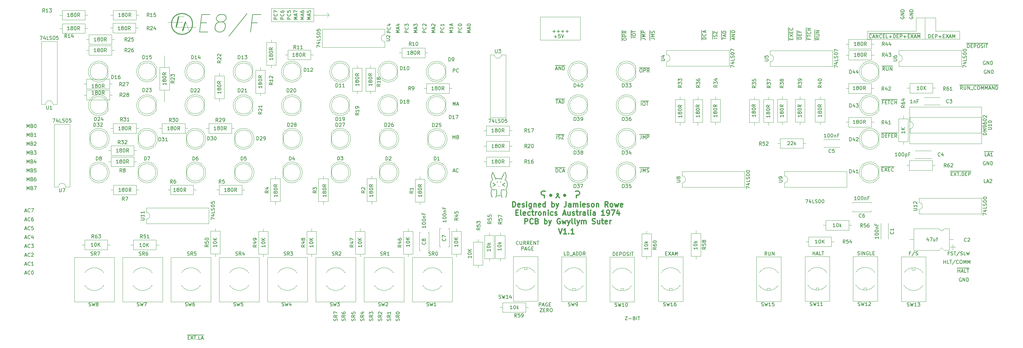
<source format=gbr>
G04 #@! TF.GenerationSoftware,KiCad,Pcbnew,(6.0.4-0)*
G04 #@! TF.CreationDate,2022-10-26T12:13:46+11:00*
G04 #@! TF.ProjectId,front panel 9602,66726f6e-7420-4706-916e-656c20393630,rev?*
G04 #@! TF.SameCoordinates,Original*
G04 #@! TF.FileFunction,Legend,Top*
G04 #@! TF.FilePolarity,Positive*
%FSLAX46Y46*%
G04 Gerber Fmt 4.6, Leading zero omitted, Abs format (unit mm)*
G04 Created by KiCad (PCBNEW (6.0.4-0)) date 2022-10-26 12:13:46*
%MOMM*%
%LPD*%
G01*
G04 APERTURE LIST*
%ADD10C,0.300000*%
%ADD11C,0.120000*%
%ADD12C,0.150000*%
%ADD13C,0.200000*%
%ADD14C,0.240000*%
G04 APERTURE END LIST*
D10*
X206802857Y-108978571D02*
X207302857Y-110478571D01*
X207802857Y-108978571D01*
X209088571Y-110478571D02*
X208231428Y-110478571D01*
X208660000Y-110478571D02*
X208660000Y-108978571D01*
X208517142Y-109192857D01*
X208374285Y-109335714D01*
X208231428Y-109407142D01*
X209731428Y-110335714D02*
X209802857Y-110407142D01*
X209731428Y-110478571D01*
X209660000Y-110407142D01*
X209731428Y-110335714D01*
X209731428Y-110478571D01*
X211231428Y-110478571D02*
X210374285Y-110478571D01*
X210802857Y-110478571D02*
X210802857Y-108978571D01*
X210660000Y-109192857D01*
X210517142Y-109335714D01*
X210374285Y-109407142D01*
X211607619Y-98300000D02*
X211893333Y-98204761D01*
X212274285Y-98204761D01*
X212560000Y-98300000D01*
X212750476Y-98490476D01*
X212845714Y-98680952D01*
X212845714Y-98966666D01*
X212750476Y-99157142D01*
X212560000Y-99347619D01*
X212274285Y-99442857D01*
X211893333Y-99442857D01*
X211893333Y-100204761D01*
X208750476Y-99252380D02*
X208750476Y-99633333D01*
X208655238Y-99633333D02*
X208655238Y-99252380D01*
X208560000Y-99157142D02*
X208560000Y-99728571D01*
X208464761Y-99633333D02*
X208464761Y-99252380D01*
X208369523Y-99252380D02*
X208369523Y-99633333D01*
X208750476Y-99538095D02*
X208560000Y-99728571D01*
X208369523Y-99538095D01*
X208750476Y-99347619D02*
X208560000Y-99157142D01*
X208369523Y-99347619D01*
X208750476Y-99252380D02*
X208560000Y-99157142D01*
X208369523Y-99252380D01*
X208274285Y-99442857D01*
X208369523Y-99633333D01*
X208560000Y-99728571D01*
X208750476Y-99633333D01*
X208845714Y-99442857D01*
X208750476Y-99252380D01*
X206083809Y-100204761D02*
X206750476Y-99347619D01*
X206845714Y-99157142D01*
X206750476Y-98966666D01*
X206560000Y-98871428D01*
X206369523Y-98966666D01*
X206274285Y-99157142D01*
X206369523Y-99347619D01*
X207036190Y-100204761D01*
X204750476Y-99252380D02*
X204750476Y-99633333D01*
X204655238Y-99633333D02*
X204655238Y-99252380D01*
X204560000Y-99157142D02*
X204560000Y-99728571D01*
X204464761Y-99633333D02*
X204464761Y-99252380D01*
X204369523Y-99252380D02*
X204369523Y-99633333D01*
X204750476Y-99538095D02*
X204560000Y-99728571D01*
X204369523Y-99538095D01*
X204750476Y-99347619D02*
X204560000Y-99157142D01*
X204369523Y-99347619D01*
X204750476Y-99252380D02*
X204560000Y-99157142D01*
X204369523Y-99252380D01*
X204274285Y-99442857D01*
X204369523Y-99633333D01*
X204560000Y-99728571D01*
X204750476Y-99633333D01*
X204845714Y-99442857D01*
X204750476Y-99252380D01*
X203036190Y-98300000D02*
X202750476Y-98204761D01*
X202369523Y-98204761D01*
X202083809Y-98300000D01*
X201893333Y-98490476D01*
X201798095Y-98680952D01*
X201798095Y-98966666D01*
X201893333Y-99157142D01*
X202083809Y-99347619D01*
X202369523Y-99442857D01*
X202750476Y-99442857D01*
X202750476Y-100204761D01*
D11*
X124695000Y-49825000D02*
X136760000Y-49825000D01*
X314560000Y-48682000D02*
X311512000Y-48682000D01*
X308972000Y-48682000D02*
X311512000Y-48682000D01*
X201530000Y-48428000D02*
X201784000Y-48428000D01*
X124695000Y-46015000D02*
X124695000Y-49825000D01*
X311512000Y-54800000D02*
X295002000Y-54800000D01*
X314560000Y-48936000D02*
X314560000Y-48682000D01*
X136760000Y-49825000D02*
X136760000Y-46015000D01*
X321413000Y-54800000D02*
X321418000Y-52492000D01*
X321418000Y-52492000D02*
X314560000Y-52492000D01*
X141205000Y-47920000D02*
X140570000Y-47285000D01*
X141205000Y-47920000D02*
X140570000Y-48555000D01*
X314560000Y-52492000D02*
X314560000Y-48936000D01*
X212960000Y-48428000D02*
X212960000Y-55032000D01*
X212960000Y-55032000D02*
X201530000Y-55032000D01*
X311512000Y-48682000D02*
X311512000Y-54800000D01*
X295002000Y-52492000D02*
X308972000Y-52492000D01*
X136760000Y-47920000D02*
X141205000Y-47920000D01*
X136760000Y-46015000D02*
X124695000Y-46015000D01*
X308972000Y-52492000D02*
X308972000Y-48682000D01*
X201784000Y-48428000D02*
X212960000Y-48428000D01*
X295002000Y-54800000D02*
X295002000Y-52492000D01*
X201530000Y-55032000D02*
X201530000Y-48428000D01*
X311507000Y-54800000D02*
X321413000Y-54800000D01*
D12*
X54265714Y-114126666D02*
X54741904Y-114126666D01*
X54170476Y-114412380D02*
X54503809Y-113412380D01*
X54837142Y-114412380D01*
X55741904Y-114317142D02*
X55694285Y-114364761D01*
X55551428Y-114412380D01*
X55456190Y-114412380D01*
X55313333Y-114364761D01*
X55218095Y-114269523D01*
X55170476Y-114174285D01*
X55122857Y-113983809D01*
X55122857Y-113840952D01*
X55170476Y-113650476D01*
X55218095Y-113555238D01*
X55313333Y-113460000D01*
X55456190Y-113412380D01*
X55551428Y-113412380D01*
X55694285Y-113460000D01*
X55741904Y-113507619D01*
X56075238Y-113412380D02*
X56694285Y-113412380D01*
X56360952Y-113793333D01*
X56503809Y-113793333D01*
X56599047Y-113840952D01*
X56646666Y-113888571D01*
X56694285Y-113983809D01*
X56694285Y-114221904D01*
X56646666Y-114317142D01*
X56599047Y-114364761D01*
X56503809Y-114412380D01*
X56218095Y-114412380D01*
X56122857Y-114364761D01*
X56075238Y-114317142D01*
X100619047Y-139370000D02*
X101523809Y-139370000D01*
X100857142Y-140128571D02*
X101190476Y-140128571D01*
X101333333Y-140652380D02*
X100857142Y-140652380D01*
X100857142Y-139652380D01*
X101333333Y-139652380D01*
X101523809Y-139370000D02*
X102476190Y-139370000D01*
X101666666Y-139652380D02*
X102333333Y-140652380D01*
X102333333Y-139652380D02*
X101666666Y-140652380D01*
X102476190Y-139370000D02*
X103238095Y-139370000D01*
X102571428Y-139652380D02*
X103142857Y-139652380D01*
X102857142Y-140652380D02*
X102857142Y-139652380D01*
X103238095Y-139370000D02*
X103714285Y-139370000D01*
X103476190Y-140557142D02*
X103523809Y-140604761D01*
X103476190Y-140652380D01*
X103428571Y-140604761D01*
X103476190Y-140557142D01*
X103476190Y-140652380D01*
X103714285Y-139370000D02*
X104523809Y-139370000D01*
X104428571Y-140652380D02*
X103952380Y-140652380D01*
X103952380Y-139652380D01*
X104523809Y-139370000D02*
X105380952Y-139370000D01*
X104714285Y-140366666D02*
X105190476Y-140366666D01*
X104619047Y-140652380D02*
X104952380Y-139652380D01*
X105285714Y-140652380D01*
X176661904Y-92536666D02*
X177138095Y-92536666D01*
X176566666Y-92822380D02*
X176900000Y-91822380D01*
X177233333Y-92822380D01*
X178138095Y-92727142D02*
X178090476Y-92774761D01*
X177947619Y-92822380D01*
X177852380Y-92822380D01*
X177709523Y-92774761D01*
X177614285Y-92679523D01*
X177566666Y-92584285D01*
X177519047Y-92393809D01*
X177519047Y-92250952D01*
X177566666Y-92060476D01*
X177614285Y-91965238D01*
X177709523Y-91870000D01*
X177852380Y-91822380D01*
X177947619Y-91822380D01*
X178090476Y-91870000D01*
X178138095Y-91917619D01*
D10*
X193685714Y-102763571D02*
X193685714Y-101263571D01*
X194042857Y-101263571D01*
X194257142Y-101335000D01*
X194400000Y-101477857D01*
X194471428Y-101620714D01*
X194542857Y-101906428D01*
X194542857Y-102120714D01*
X194471428Y-102406428D01*
X194400000Y-102549285D01*
X194257142Y-102692142D01*
X194042857Y-102763571D01*
X193685714Y-102763571D01*
X195757142Y-102692142D02*
X195614285Y-102763571D01*
X195328571Y-102763571D01*
X195185714Y-102692142D01*
X195114285Y-102549285D01*
X195114285Y-101977857D01*
X195185714Y-101835000D01*
X195328571Y-101763571D01*
X195614285Y-101763571D01*
X195757142Y-101835000D01*
X195828571Y-101977857D01*
X195828571Y-102120714D01*
X195114285Y-102263571D01*
X196400000Y-102692142D02*
X196542857Y-102763571D01*
X196828571Y-102763571D01*
X196971428Y-102692142D01*
X197042857Y-102549285D01*
X197042857Y-102477857D01*
X196971428Y-102335000D01*
X196828571Y-102263571D01*
X196614285Y-102263571D01*
X196471428Y-102192142D01*
X196400000Y-102049285D01*
X196400000Y-101977857D01*
X196471428Y-101835000D01*
X196614285Y-101763571D01*
X196828571Y-101763571D01*
X196971428Y-101835000D01*
X197685714Y-102763571D02*
X197685714Y-101763571D01*
X197685714Y-101263571D02*
X197614285Y-101335000D01*
X197685714Y-101406428D01*
X197757142Y-101335000D01*
X197685714Y-101263571D01*
X197685714Y-101406428D01*
X199042857Y-101763571D02*
X199042857Y-102977857D01*
X198971428Y-103120714D01*
X198900000Y-103192142D01*
X198757142Y-103263571D01*
X198542857Y-103263571D01*
X198400000Y-103192142D01*
X199042857Y-102692142D02*
X198900000Y-102763571D01*
X198614285Y-102763571D01*
X198471428Y-102692142D01*
X198400000Y-102620714D01*
X198328571Y-102477857D01*
X198328571Y-102049285D01*
X198400000Y-101906428D01*
X198471428Y-101835000D01*
X198614285Y-101763571D01*
X198900000Y-101763571D01*
X199042857Y-101835000D01*
X199757142Y-101763571D02*
X199757142Y-102763571D01*
X199757142Y-101906428D02*
X199828571Y-101835000D01*
X199971428Y-101763571D01*
X200185714Y-101763571D01*
X200328571Y-101835000D01*
X200400000Y-101977857D01*
X200400000Y-102763571D01*
X201685714Y-102692142D02*
X201542857Y-102763571D01*
X201257142Y-102763571D01*
X201114285Y-102692142D01*
X201042857Y-102549285D01*
X201042857Y-101977857D01*
X201114285Y-101835000D01*
X201257142Y-101763571D01*
X201542857Y-101763571D01*
X201685714Y-101835000D01*
X201757142Y-101977857D01*
X201757142Y-102120714D01*
X201042857Y-102263571D01*
X203042857Y-102763571D02*
X203042857Y-101263571D01*
X203042857Y-102692142D02*
X202900000Y-102763571D01*
X202614285Y-102763571D01*
X202471428Y-102692142D01*
X202400000Y-102620714D01*
X202328571Y-102477857D01*
X202328571Y-102049285D01*
X202400000Y-101906428D01*
X202471428Y-101835000D01*
X202614285Y-101763571D01*
X202900000Y-101763571D01*
X203042857Y-101835000D01*
X204900000Y-102763571D02*
X204900000Y-101263571D01*
X204900000Y-101835000D02*
X205042857Y-101763571D01*
X205328571Y-101763571D01*
X205471428Y-101835000D01*
X205542857Y-101906428D01*
X205614285Y-102049285D01*
X205614285Y-102477857D01*
X205542857Y-102620714D01*
X205471428Y-102692142D01*
X205328571Y-102763571D01*
X205042857Y-102763571D01*
X204900000Y-102692142D01*
X206114285Y-101763571D02*
X206471428Y-102763571D01*
X206828571Y-101763571D02*
X206471428Y-102763571D01*
X206328571Y-103120714D01*
X206257142Y-103192142D01*
X206114285Y-103263571D01*
X208971428Y-101263571D02*
X208971428Y-102335000D01*
X208900000Y-102549285D01*
X208757142Y-102692142D01*
X208542857Y-102763571D01*
X208400000Y-102763571D01*
X210328571Y-102763571D02*
X210328571Y-101977857D01*
X210257142Y-101835000D01*
X210114285Y-101763571D01*
X209828571Y-101763571D01*
X209685714Y-101835000D01*
X210328571Y-102692142D02*
X210185714Y-102763571D01*
X209828571Y-102763571D01*
X209685714Y-102692142D01*
X209614285Y-102549285D01*
X209614285Y-102406428D01*
X209685714Y-102263571D01*
X209828571Y-102192142D01*
X210185714Y-102192142D01*
X210328571Y-102120714D01*
X211042857Y-102763571D02*
X211042857Y-101763571D01*
X211042857Y-101906428D02*
X211114285Y-101835000D01*
X211257142Y-101763571D01*
X211471428Y-101763571D01*
X211614285Y-101835000D01*
X211685714Y-101977857D01*
X211685714Y-102763571D01*
X211685714Y-101977857D02*
X211757142Y-101835000D01*
X211900000Y-101763571D01*
X212114285Y-101763571D01*
X212257142Y-101835000D01*
X212328571Y-101977857D01*
X212328571Y-102763571D01*
X213042857Y-102763571D02*
X213042857Y-101763571D01*
X213042857Y-101263571D02*
X212971428Y-101335000D01*
X213042857Y-101406428D01*
X213114285Y-101335000D01*
X213042857Y-101263571D01*
X213042857Y-101406428D01*
X214328571Y-102692142D02*
X214185714Y-102763571D01*
X213900000Y-102763571D01*
X213757142Y-102692142D01*
X213685714Y-102549285D01*
X213685714Y-101977857D01*
X213757142Y-101835000D01*
X213900000Y-101763571D01*
X214185714Y-101763571D01*
X214328571Y-101835000D01*
X214400000Y-101977857D01*
X214400000Y-102120714D01*
X213685714Y-102263571D01*
X214971428Y-102692142D02*
X215114285Y-102763571D01*
X215400000Y-102763571D01*
X215542857Y-102692142D01*
X215614285Y-102549285D01*
X215614285Y-102477857D01*
X215542857Y-102335000D01*
X215400000Y-102263571D01*
X215185714Y-102263571D01*
X215042857Y-102192142D01*
X214971428Y-102049285D01*
X214971428Y-101977857D01*
X215042857Y-101835000D01*
X215185714Y-101763571D01*
X215400000Y-101763571D01*
X215542857Y-101835000D01*
X216471428Y-102763571D02*
X216328571Y-102692142D01*
X216257142Y-102620714D01*
X216185714Y-102477857D01*
X216185714Y-102049285D01*
X216257142Y-101906428D01*
X216328571Y-101835000D01*
X216471428Y-101763571D01*
X216685714Y-101763571D01*
X216828571Y-101835000D01*
X216900000Y-101906428D01*
X216971428Y-102049285D01*
X216971428Y-102477857D01*
X216900000Y-102620714D01*
X216828571Y-102692142D01*
X216685714Y-102763571D01*
X216471428Y-102763571D01*
X217614285Y-101763571D02*
X217614285Y-102763571D01*
X217614285Y-101906428D02*
X217685714Y-101835000D01*
X217828571Y-101763571D01*
X218042857Y-101763571D01*
X218185714Y-101835000D01*
X218257142Y-101977857D01*
X218257142Y-102763571D01*
X220971428Y-102763571D02*
X220471428Y-102049285D01*
X220114285Y-102763571D02*
X220114285Y-101263571D01*
X220685714Y-101263571D01*
X220828571Y-101335000D01*
X220900000Y-101406428D01*
X220971428Y-101549285D01*
X220971428Y-101763571D01*
X220900000Y-101906428D01*
X220828571Y-101977857D01*
X220685714Y-102049285D01*
X220114285Y-102049285D01*
X221828571Y-102763571D02*
X221685714Y-102692142D01*
X221614285Y-102620714D01*
X221542857Y-102477857D01*
X221542857Y-102049285D01*
X221614285Y-101906428D01*
X221685714Y-101835000D01*
X221828571Y-101763571D01*
X222042857Y-101763571D01*
X222185714Y-101835000D01*
X222257142Y-101906428D01*
X222328571Y-102049285D01*
X222328571Y-102477857D01*
X222257142Y-102620714D01*
X222185714Y-102692142D01*
X222042857Y-102763571D01*
X221828571Y-102763571D01*
X222828571Y-101763571D02*
X223114285Y-102763571D01*
X223400000Y-102049285D01*
X223685714Y-102763571D01*
X223971428Y-101763571D01*
X225114285Y-102692142D02*
X224971428Y-102763571D01*
X224685714Y-102763571D01*
X224542857Y-102692142D01*
X224471428Y-102549285D01*
X224471428Y-101977857D01*
X224542857Y-101835000D01*
X224685714Y-101763571D01*
X224971428Y-101763571D01*
X225114285Y-101835000D01*
X225185714Y-101977857D01*
X225185714Y-102120714D01*
X224471428Y-102263571D01*
X194614285Y-104392857D02*
X195114285Y-104392857D01*
X195328571Y-105178571D02*
X194614285Y-105178571D01*
X194614285Y-103678571D01*
X195328571Y-103678571D01*
X196185714Y-105178571D02*
X196042857Y-105107142D01*
X195971428Y-104964285D01*
X195971428Y-103678571D01*
X197328571Y-105107142D02*
X197185714Y-105178571D01*
X196900000Y-105178571D01*
X196757142Y-105107142D01*
X196685714Y-104964285D01*
X196685714Y-104392857D01*
X196757142Y-104250000D01*
X196900000Y-104178571D01*
X197185714Y-104178571D01*
X197328571Y-104250000D01*
X197400000Y-104392857D01*
X197400000Y-104535714D01*
X196685714Y-104678571D01*
X198685714Y-105107142D02*
X198542857Y-105178571D01*
X198257142Y-105178571D01*
X198114285Y-105107142D01*
X198042857Y-105035714D01*
X197971428Y-104892857D01*
X197971428Y-104464285D01*
X198042857Y-104321428D01*
X198114285Y-104250000D01*
X198257142Y-104178571D01*
X198542857Y-104178571D01*
X198685714Y-104250000D01*
X199114285Y-104178571D02*
X199685714Y-104178571D01*
X199328571Y-103678571D02*
X199328571Y-104964285D01*
X199400000Y-105107142D01*
X199542857Y-105178571D01*
X199685714Y-105178571D01*
X200185714Y-105178571D02*
X200185714Y-104178571D01*
X200185714Y-104464285D02*
X200257142Y-104321428D01*
X200328571Y-104250000D01*
X200471428Y-104178571D01*
X200614285Y-104178571D01*
X201328571Y-105178571D02*
X201185714Y-105107142D01*
X201114285Y-105035714D01*
X201042857Y-104892857D01*
X201042857Y-104464285D01*
X201114285Y-104321428D01*
X201185714Y-104250000D01*
X201328571Y-104178571D01*
X201542857Y-104178571D01*
X201685714Y-104250000D01*
X201757142Y-104321428D01*
X201828571Y-104464285D01*
X201828571Y-104892857D01*
X201757142Y-105035714D01*
X201685714Y-105107142D01*
X201542857Y-105178571D01*
X201328571Y-105178571D01*
X202471428Y-104178571D02*
X202471428Y-105178571D01*
X202471428Y-104321428D02*
X202542857Y-104250000D01*
X202685714Y-104178571D01*
X202900000Y-104178571D01*
X203042857Y-104250000D01*
X203114285Y-104392857D01*
X203114285Y-105178571D01*
X203828571Y-105178571D02*
X203828571Y-104178571D01*
X203828571Y-103678571D02*
X203757142Y-103750000D01*
X203828571Y-103821428D01*
X203900000Y-103750000D01*
X203828571Y-103678571D01*
X203828571Y-103821428D01*
X205185714Y-105107142D02*
X205042857Y-105178571D01*
X204757142Y-105178571D01*
X204614285Y-105107142D01*
X204542857Y-105035714D01*
X204471428Y-104892857D01*
X204471428Y-104464285D01*
X204542857Y-104321428D01*
X204614285Y-104250000D01*
X204757142Y-104178571D01*
X205042857Y-104178571D01*
X205185714Y-104250000D01*
X205757142Y-105107142D02*
X205900000Y-105178571D01*
X206185714Y-105178571D01*
X206328571Y-105107142D01*
X206400000Y-104964285D01*
X206400000Y-104892857D01*
X206328571Y-104750000D01*
X206185714Y-104678571D01*
X205971428Y-104678571D01*
X205828571Y-104607142D01*
X205757142Y-104464285D01*
X205757142Y-104392857D01*
X205828571Y-104250000D01*
X205971428Y-104178571D01*
X206185714Y-104178571D01*
X206328571Y-104250000D01*
X208114285Y-104750000D02*
X208828571Y-104750000D01*
X207971428Y-105178571D02*
X208471428Y-103678571D01*
X208971428Y-105178571D01*
X210114285Y-104178571D02*
X210114285Y-105178571D01*
X209471428Y-104178571D02*
X209471428Y-104964285D01*
X209542857Y-105107142D01*
X209685714Y-105178571D01*
X209900000Y-105178571D01*
X210042857Y-105107142D01*
X210114285Y-105035714D01*
X210757142Y-105107142D02*
X210900000Y-105178571D01*
X211185714Y-105178571D01*
X211328571Y-105107142D01*
X211400000Y-104964285D01*
X211400000Y-104892857D01*
X211328571Y-104750000D01*
X211185714Y-104678571D01*
X210971428Y-104678571D01*
X210828571Y-104607142D01*
X210757142Y-104464285D01*
X210757142Y-104392857D01*
X210828571Y-104250000D01*
X210971428Y-104178571D01*
X211185714Y-104178571D01*
X211328571Y-104250000D01*
X211828571Y-104178571D02*
X212400000Y-104178571D01*
X212042857Y-103678571D02*
X212042857Y-104964285D01*
X212114285Y-105107142D01*
X212257142Y-105178571D01*
X212400000Y-105178571D01*
X212900000Y-105178571D02*
X212900000Y-104178571D01*
X212900000Y-104464285D02*
X212971428Y-104321428D01*
X213042857Y-104250000D01*
X213185714Y-104178571D01*
X213328571Y-104178571D01*
X214471428Y-105178571D02*
X214471428Y-104392857D01*
X214400000Y-104250000D01*
X214257142Y-104178571D01*
X213971428Y-104178571D01*
X213828571Y-104250000D01*
X214471428Y-105107142D02*
X214328571Y-105178571D01*
X213971428Y-105178571D01*
X213828571Y-105107142D01*
X213757142Y-104964285D01*
X213757142Y-104821428D01*
X213828571Y-104678571D01*
X213971428Y-104607142D01*
X214328571Y-104607142D01*
X214471428Y-104535714D01*
X215400000Y-105178571D02*
X215257142Y-105107142D01*
X215185714Y-104964285D01*
X215185714Y-103678571D01*
X215971428Y-105178571D02*
X215971428Y-104178571D01*
X215971428Y-103678571D02*
X215900000Y-103750000D01*
X215971428Y-103821428D01*
X216042857Y-103750000D01*
X215971428Y-103678571D01*
X215971428Y-103821428D01*
X217328571Y-105178571D02*
X217328571Y-104392857D01*
X217257142Y-104250000D01*
X217114285Y-104178571D01*
X216828571Y-104178571D01*
X216685714Y-104250000D01*
X217328571Y-105107142D02*
X217185714Y-105178571D01*
X216828571Y-105178571D01*
X216685714Y-105107142D01*
X216614285Y-104964285D01*
X216614285Y-104821428D01*
X216685714Y-104678571D01*
X216828571Y-104607142D01*
X217185714Y-104607142D01*
X217328571Y-104535714D01*
X219971428Y-105178571D02*
X219114285Y-105178571D01*
X219542857Y-105178571D02*
X219542857Y-103678571D01*
X219400000Y-103892857D01*
X219257142Y-104035714D01*
X219114285Y-104107142D01*
X220685714Y-105178571D02*
X220971428Y-105178571D01*
X221114285Y-105107142D01*
X221185714Y-105035714D01*
X221328571Y-104821428D01*
X221400000Y-104535714D01*
X221400000Y-103964285D01*
X221328571Y-103821428D01*
X221257142Y-103750000D01*
X221114285Y-103678571D01*
X220828571Y-103678571D01*
X220685714Y-103750000D01*
X220614285Y-103821428D01*
X220542857Y-103964285D01*
X220542857Y-104321428D01*
X220614285Y-104464285D01*
X220685714Y-104535714D01*
X220828571Y-104607142D01*
X221114285Y-104607142D01*
X221257142Y-104535714D01*
X221328571Y-104464285D01*
X221400000Y-104321428D01*
X221900000Y-103678571D02*
X222900000Y-103678571D01*
X222257142Y-105178571D01*
X224114285Y-104178571D02*
X224114285Y-105178571D01*
X223757142Y-103607142D02*
X223400000Y-104678571D01*
X224328571Y-104678571D01*
X197150000Y-107593571D02*
X197150000Y-106093571D01*
X197721428Y-106093571D01*
X197864285Y-106165000D01*
X197935714Y-106236428D01*
X198007142Y-106379285D01*
X198007142Y-106593571D01*
X197935714Y-106736428D01*
X197864285Y-106807857D01*
X197721428Y-106879285D01*
X197150000Y-106879285D01*
X199507142Y-107450714D02*
X199435714Y-107522142D01*
X199221428Y-107593571D01*
X199078571Y-107593571D01*
X198864285Y-107522142D01*
X198721428Y-107379285D01*
X198650000Y-107236428D01*
X198578571Y-106950714D01*
X198578571Y-106736428D01*
X198650000Y-106450714D01*
X198721428Y-106307857D01*
X198864285Y-106165000D01*
X199078571Y-106093571D01*
X199221428Y-106093571D01*
X199435714Y-106165000D01*
X199507142Y-106236428D01*
X200650000Y-106807857D02*
X200864285Y-106879285D01*
X200935714Y-106950714D01*
X201007142Y-107093571D01*
X201007142Y-107307857D01*
X200935714Y-107450714D01*
X200864285Y-107522142D01*
X200721428Y-107593571D01*
X200150000Y-107593571D01*
X200150000Y-106093571D01*
X200650000Y-106093571D01*
X200792857Y-106165000D01*
X200864285Y-106236428D01*
X200935714Y-106379285D01*
X200935714Y-106522142D01*
X200864285Y-106665000D01*
X200792857Y-106736428D01*
X200650000Y-106807857D01*
X200150000Y-106807857D01*
X202792857Y-107593571D02*
X202792857Y-106093571D01*
X202792857Y-106665000D02*
X202935714Y-106593571D01*
X203221428Y-106593571D01*
X203364285Y-106665000D01*
X203435714Y-106736428D01*
X203507142Y-106879285D01*
X203507142Y-107307857D01*
X203435714Y-107450714D01*
X203364285Y-107522142D01*
X203221428Y-107593571D01*
X202935714Y-107593571D01*
X202792857Y-107522142D01*
X204007142Y-106593571D02*
X204364285Y-107593571D01*
X204721428Y-106593571D02*
X204364285Y-107593571D01*
X204221428Y-107950714D01*
X204150000Y-108022142D01*
X204007142Y-108093571D01*
X207221428Y-106165000D02*
X207078571Y-106093571D01*
X206864285Y-106093571D01*
X206650000Y-106165000D01*
X206507142Y-106307857D01*
X206435714Y-106450714D01*
X206364285Y-106736428D01*
X206364285Y-106950714D01*
X206435714Y-107236428D01*
X206507142Y-107379285D01*
X206650000Y-107522142D01*
X206864285Y-107593571D01*
X207007142Y-107593571D01*
X207221428Y-107522142D01*
X207292857Y-107450714D01*
X207292857Y-106950714D01*
X207007142Y-106950714D01*
X207792857Y-106593571D02*
X208078571Y-107593571D01*
X208364285Y-106879285D01*
X208650000Y-107593571D01*
X208935714Y-106593571D01*
X209364285Y-106593571D02*
X209721428Y-107593571D01*
X210078571Y-106593571D02*
X209721428Y-107593571D01*
X209578571Y-107950714D01*
X209507142Y-108022142D01*
X209364285Y-108093571D01*
X210864285Y-107593571D02*
X210721428Y-107522142D01*
X210650000Y-107379285D01*
X210650000Y-106093571D01*
X211650000Y-107593571D02*
X211507142Y-107522142D01*
X211435714Y-107379285D01*
X211435714Y-106093571D01*
X212078571Y-106593571D02*
X212435714Y-107593571D01*
X212792857Y-106593571D02*
X212435714Y-107593571D01*
X212292857Y-107950714D01*
X212221428Y-108022142D01*
X212078571Y-108093571D01*
X213364285Y-107593571D02*
X213364285Y-106593571D01*
X213364285Y-106736428D02*
X213435714Y-106665000D01*
X213578571Y-106593571D01*
X213792857Y-106593571D01*
X213935714Y-106665000D01*
X214007142Y-106807857D01*
X214007142Y-107593571D01*
X214007142Y-106807857D02*
X214078571Y-106665000D01*
X214221428Y-106593571D01*
X214435714Y-106593571D01*
X214578571Y-106665000D01*
X214650000Y-106807857D01*
X214650000Y-107593571D01*
X216435714Y-107522142D02*
X216650000Y-107593571D01*
X217007142Y-107593571D01*
X217150000Y-107522142D01*
X217221428Y-107450714D01*
X217292857Y-107307857D01*
X217292857Y-107165000D01*
X217221428Y-107022142D01*
X217150000Y-106950714D01*
X217007142Y-106879285D01*
X216721428Y-106807857D01*
X216578571Y-106736428D01*
X216507142Y-106665000D01*
X216435714Y-106522142D01*
X216435714Y-106379285D01*
X216507142Y-106236428D01*
X216578571Y-106165000D01*
X216721428Y-106093571D01*
X217078571Y-106093571D01*
X217292857Y-106165000D01*
X218578571Y-106593571D02*
X218578571Y-107593571D01*
X217935714Y-106593571D02*
X217935714Y-107379285D01*
X218007142Y-107522142D01*
X218150000Y-107593571D01*
X218364285Y-107593571D01*
X218507142Y-107522142D01*
X218578571Y-107450714D01*
X219078571Y-106593571D02*
X219650000Y-106593571D01*
X219292857Y-106093571D02*
X219292857Y-107379285D01*
X219364285Y-107522142D01*
X219507142Y-107593571D01*
X219650000Y-107593571D01*
X220721428Y-107522142D02*
X220578571Y-107593571D01*
X220292857Y-107593571D01*
X220150000Y-107522142D01*
X220078571Y-107379285D01*
X220078571Y-106807857D01*
X220150000Y-106665000D01*
X220292857Y-106593571D01*
X220578571Y-106593571D01*
X220721428Y-106665000D01*
X220792857Y-106807857D01*
X220792857Y-106950714D01*
X220078571Y-107093571D01*
X221435714Y-107593571D02*
X221435714Y-106593571D01*
X221435714Y-106879285D02*
X221507142Y-106736428D01*
X221578571Y-106665000D01*
X221721428Y-106593571D01*
X221864285Y-106593571D01*
D12*
X224930000Y-55323809D02*
X224930000Y-54276190D01*
X225212380Y-54895238D02*
X225212380Y-54704761D01*
X225260000Y-54609523D01*
X225355238Y-54514285D01*
X225545714Y-54466666D01*
X225879047Y-54466666D01*
X226069523Y-54514285D01*
X226164761Y-54609523D01*
X226212380Y-54704761D01*
X226212380Y-54895238D01*
X226164761Y-54990476D01*
X226069523Y-55085714D01*
X225879047Y-55133333D01*
X225545714Y-55133333D01*
X225355238Y-55085714D01*
X225260000Y-54990476D01*
X225212380Y-54895238D01*
X224930000Y-54276190D02*
X224930000Y-53276190D01*
X226212380Y-54038095D02*
X225212380Y-54038095D01*
X225212380Y-53657142D01*
X225260000Y-53561904D01*
X225307619Y-53514285D01*
X225402857Y-53466666D01*
X225545714Y-53466666D01*
X225640952Y-53514285D01*
X225688571Y-53561904D01*
X225736190Y-53657142D01*
X225736190Y-54038095D01*
X224930000Y-53276190D02*
X224930000Y-52276190D01*
X226212380Y-52466666D02*
X225736190Y-52800000D01*
X226212380Y-53038095D02*
X225212380Y-53038095D01*
X225212380Y-52657142D01*
X225260000Y-52561904D01*
X225307619Y-52514285D01*
X225402857Y-52466666D01*
X225545714Y-52466666D01*
X225640952Y-52514285D01*
X225688571Y-52561904D01*
X225736190Y-52657142D01*
X225736190Y-53038095D01*
X328490476Y-86968000D02*
X329300000Y-86968000D01*
X329204761Y-88250380D02*
X328728571Y-88250380D01*
X328728571Y-87250380D01*
X329300000Y-86968000D02*
X330157142Y-86968000D01*
X329490476Y-87964666D02*
X329966666Y-87964666D01*
X329395238Y-88250380D02*
X329728571Y-87250380D01*
X330061904Y-88250380D01*
X330157142Y-86968000D02*
X331109523Y-86968000D01*
X330919047Y-88250380D02*
X330347619Y-88250380D01*
X330633333Y-88250380D02*
X330633333Y-87250380D01*
X330538095Y-87393238D01*
X330442857Y-87488476D01*
X330347619Y-87536095D01*
X230330000Y-55152380D02*
X230330000Y-54390476D01*
X230612380Y-54628571D02*
X231326666Y-54628571D01*
X231469523Y-54676190D01*
X231564761Y-54771428D01*
X231612380Y-54914285D01*
X231612380Y-55009523D01*
X230330000Y-54390476D02*
X230330000Y-53247619D01*
X231612380Y-54152380D02*
X230612380Y-54152380D01*
X231326666Y-53819047D01*
X230612380Y-53485714D01*
X231612380Y-53485714D01*
X230330000Y-53247619D02*
X230330000Y-52247619D01*
X231612380Y-53009523D02*
X230612380Y-53009523D01*
X230612380Y-52628571D01*
X230660000Y-52533333D01*
X230707619Y-52485714D01*
X230802857Y-52438095D01*
X230945714Y-52438095D01*
X231040952Y-52485714D01*
X231088571Y-52533333D01*
X231136190Y-52628571D01*
X231136190Y-53009523D01*
X179122380Y-52968095D02*
X178122380Y-52968095D01*
X178122380Y-52587142D01*
X178170000Y-52491904D01*
X178217619Y-52444285D01*
X178312857Y-52396666D01*
X178455714Y-52396666D01*
X178550952Y-52444285D01*
X178598571Y-52491904D01*
X178646190Y-52587142D01*
X178646190Y-52968095D01*
X179027142Y-51396666D02*
X179074761Y-51444285D01*
X179122380Y-51587142D01*
X179122380Y-51682380D01*
X179074761Y-51825238D01*
X178979523Y-51920476D01*
X178884285Y-51968095D01*
X178693809Y-52015714D01*
X178550952Y-52015714D01*
X178360476Y-51968095D01*
X178265238Y-51920476D01*
X178170000Y-51825238D01*
X178122380Y-51682380D01*
X178122380Y-51587142D01*
X178170000Y-51444285D01*
X178217619Y-51396666D01*
X178122380Y-50777619D02*
X178122380Y-50682380D01*
X178170000Y-50587142D01*
X178217619Y-50539523D01*
X178312857Y-50491904D01*
X178503333Y-50444285D01*
X178741428Y-50444285D01*
X178931904Y-50491904D01*
X179027142Y-50539523D01*
X179074761Y-50587142D01*
X179122380Y-50682380D01*
X179122380Y-50777619D01*
X179074761Y-50872857D01*
X179027142Y-50920476D01*
X178931904Y-50968095D01*
X178741428Y-51015714D01*
X178503333Y-51015714D01*
X178312857Y-50968095D01*
X178217619Y-50920476D01*
X178170000Y-50872857D01*
X178122380Y-50777619D01*
X54805476Y-87742380D02*
X54805476Y-86742380D01*
X55138809Y-87456666D01*
X55472142Y-86742380D01*
X55472142Y-87742380D01*
X56281666Y-87218571D02*
X56424523Y-87266190D01*
X56472142Y-87313809D01*
X56519761Y-87409047D01*
X56519761Y-87551904D01*
X56472142Y-87647142D01*
X56424523Y-87694761D01*
X56329285Y-87742380D01*
X55948333Y-87742380D01*
X55948333Y-86742380D01*
X56281666Y-86742380D01*
X56376904Y-86790000D01*
X56424523Y-86837619D01*
X56472142Y-86932857D01*
X56472142Y-87028095D01*
X56424523Y-87123333D01*
X56376904Y-87170952D01*
X56281666Y-87218571D01*
X55948333Y-87218571D01*
X56853095Y-86742380D02*
X57472142Y-86742380D01*
X57138809Y-87123333D01*
X57281666Y-87123333D01*
X57376904Y-87170952D01*
X57424523Y-87218571D01*
X57472142Y-87313809D01*
X57472142Y-87551904D01*
X57424523Y-87647142D01*
X57376904Y-87694761D01*
X57281666Y-87742380D01*
X56995952Y-87742380D01*
X56900714Y-87694761D01*
X56853095Y-87647142D01*
X153674761Y-135287904D02*
X153722380Y-135145047D01*
X153722380Y-134906952D01*
X153674761Y-134811714D01*
X153627142Y-134764095D01*
X153531904Y-134716476D01*
X153436666Y-134716476D01*
X153341428Y-134764095D01*
X153293809Y-134811714D01*
X153246190Y-134906952D01*
X153198571Y-135097428D01*
X153150952Y-135192666D01*
X153103333Y-135240285D01*
X153008095Y-135287904D01*
X152912857Y-135287904D01*
X152817619Y-135240285D01*
X152770000Y-135192666D01*
X152722380Y-135097428D01*
X152722380Y-134859333D01*
X152770000Y-134716476D01*
X153722380Y-133716476D02*
X153246190Y-134049809D01*
X153722380Y-134287904D02*
X152722380Y-134287904D01*
X152722380Y-133906952D01*
X152770000Y-133811714D01*
X152817619Y-133764095D01*
X152912857Y-133716476D01*
X153055714Y-133716476D01*
X153150952Y-133764095D01*
X153198571Y-133811714D01*
X153246190Y-133906952D01*
X153246190Y-134287904D01*
X152722380Y-133383142D02*
X152722380Y-132764095D01*
X153103333Y-133097428D01*
X153103333Y-132954571D01*
X153150952Y-132859333D01*
X153198571Y-132811714D01*
X153293809Y-132764095D01*
X153531904Y-132764095D01*
X153627142Y-132811714D01*
X153674761Y-132859333D01*
X153722380Y-132954571D01*
X153722380Y-133240285D01*
X153674761Y-133335523D01*
X153627142Y-133383142D01*
X54265714Y-116666666D02*
X54741904Y-116666666D01*
X54170476Y-116952380D02*
X54503809Y-115952380D01*
X54837142Y-116952380D01*
X55741904Y-116857142D02*
X55694285Y-116904761D01*
X55551428Y-116952380D01*
X55456190Y-116952380D01*
X55313333Y-116904761D01*
X55218095Y-116809523D01*
X55170476Y-116714285D01*
X55122857Y-116523809D01*
X55122857Y-116380952D01*
X55170476Y-116190476D01*
X55218095Y-116095238D01*
X55313333Y-116000000D01*
X55456190Y-115952380D01*
X55551428Y-115952380D01*
X55694285Y-116000000D01*
X55741904Y-116047619D01*
X56122857Y-116047619D02*
X56170476Y-116000000D01*
X56265714Y-115952380D01*
X56503809Y-115952380D01*
X56599047Y-116000000D01*
X56646666Y-116047619D01*
X56694285Y-116142857D01*
X56694285Y-116238095D01*
X56646666Y-116380952D01*
X56075238Y-116952380D01*
X56694285Y-116952380D01*
X171502380Y-52968095D02*
X170502380Y-52968095D01*
X171216666Y-52634761D01*
X170502380Y-52301428D01*
X171502380Y-52301428D01*
X171216666Y-51872857D02*
X171216666Y-51396666D01*
X171502380Y-51968095D02*
X170502380Y-51634761D01*
X171502380Y-51301428D01*
X170597619Y-51015714D02*
X170550000Y-50968095D01*
X170502380Y-50872857D01*
X170502380Y-50634761D01*
X170550000Y-50539523D01*
X170597619Y-50491904D01*
X170692857Y-50444285D01*
X170788095Y-50444285D01*
X170930952Y-50491904D01*
X171502380Y-51063333D01*
X171502380Y-50444285D01*
X54265714Y-103966666D02*
X54741904Y-103966666D01*
X54170476Y-104252380D02*
X54503809Y-103252380D01*
X54837142Y-104252380D01*
X55741904Y-104157142D02*
X55694285Y-104204761D01*
X55551428Y-104252380D01*
X55456190Y-104252380D01*
X55313333Y-104204761D01*
X55218095Y-104109523D01*
X55170476Y-104014285D01*
X55122857Y-103823809D01*
X55122857Y-103680952D01*
X55170476Y-103490476D01*
X55218095Y-103395238D01*
X55313333Y-103300000D01*
X55456190Y-103252380D01*
X55551428Y-103252380D01*
X55694285Y-103300000D01*
X55741904Y-103347619D01*
X56075238Y-103252380D02*
X56741904Y-103252380D01*
X56313333Y-104252380D01*
X54805476Y-97902380D02*
X54805476Y-96902380D01*
X55138809Y-97616666D01*
X55472142Y-96902380D01*
X55472142Y-97902380D01*
X56281666Y-97378571D02*
X56424523Y-97426190D01*
X56472142Y-97473809D01*
X56519761Y-97569047D01*
X56519761Y-97711904D01*
X56472142Y-97807142D01*
X56424523Y-97854761D01*
X56329285Y-97902380D01*
X55948333Y-97902380D01*
X55948333Y-96902380D01*
X56281666Y-96902380D01*
X56376904Y-96950000D01*
X56424523Y-96997619D01*
X56472142Y-97092857D01*
X56472142Y-97188095D01*
X56424523Y-97283333D01*
X56376904Y-97330952D01*
X56281666Y-97378571D01*
X55948333Y-97378571D01*
X56853095Y-96902380D02*
X57519761Y-96902380D01*
X57091190Y-97902380D01*
X295447428Y-53186000D02*
X296447428Y-53186000D01*
X296256952Y-54373142D02*
X296209333Y-54420761D01*
X296066476Y-54468380D01*
X295971238Y-54468380D01*
X295828380Y-54420761D01*
X295733142Y-54325523D01*
X295685523Y-54230285D01*
X295637904Y-54039809D01*
X295637904Y-53896952D01*
X295685523Y-53706476D01*
X295733142Y-53611238D01*
X295828380Y-53516000D01*
X295971238Y-53468380D01*
X296066476Y-53468380D01*
X296209333Y-53516000D01*
X296256952Y-53563619D01*
X296447428Y-53186000D02*
X297304571Y-53186000D01*
X296637904Y-54182666D02*
X297114095Y-54182666D01*
X296542666Y-54468380D02*
X296876000Y-53468380D01*
X297209333Y-54468380D01*
X297304571Y-53186000D02*
X298352190Y-53186000D01*
X297542666Y-54468380D02*
X297542666Y-53468380D01*
X298114095Y-54468380D01*
X298114095Y-53468380D01*
X298352190Y-53186000D02*
X299352190Y-53186000D01*
X299161714Y-54373142D02*
X299114095Y-54420761D01*
X298971238Y-54468380D01*
X298876000Y-54468380D01*
X298733142Y-54420761D01*
X298637904Y-54325523D01*
X298590285Y-54230285D01*
X298542666Y-54039809D01*
X298542666Y-53896952D01*
X298590285Y-53706476D01*
X298637904Y-53611238D01*
X298733142Y-53516000D01*
X298876000Y-53468380D01*
X298971238Y-53468380D01*
X299114095Y-53516000D01*
X299161714Y-53563619D01*
X299352190Y-53186000D02*
X300256952Y-53186000D01*
X299590285Y-53944571D02*
X299923619Y-53944571D01*
X300066476Y-54468380D02*
X299590285Y-54468380D01*
X299590285Y-53468380D01*
X300066476Y-53468380D01*
X300256952Y-53186000D02*
X301066476Y-53186000D01*
X300971238Y-54468380D02*
X300495047Y-54468380D01*
X300495047Y-53468380D01*
X301066476Y-53186000D02*
X302304571Y-53186000D01*
X301304571Y-54087428D02*
X302066476Y-54087428D01*
X301685523Y-54468380D02*
X301685523Y-53706476D01*
X302304571Y-53186000D02*
X303304571Y-53186000D01*
X302542666Y-54468380D02*
X302542666Y-53468380D01*
X302780761Y-53468380D01*
X302923619Y-53516000D01*
X303018857Y-53611238D01*
X303066476Y-53706476D01*
X303114095Y-53896952D01*
X303114095Y-54039809D01*
X303066476Y-54230285D01*
X303018857Y-54325523D01*
X302923619Y-54420761D01*
X302780761Y-54468380D01*
X302542666Y-54468380D01*
X303304571Y-53186000D02*
X304209333Y-53186000D01*
X303542666Y-53944571D02*
X303876000Y-53944571D01*
X304018857Y-54468380D02*
X303542666Y-54468380D01*
X303542666Y-53468380D01*
X304018857Y-53468380D01*
X304209333Y-53186000D02*
X305209333Y-53186000D01*
X304447428Y-54468380D02*
X304447428Y-53468380D01*
X304828380Y-53468380D01*
X304923619Y-53516000D01*
X304971238Y-53563619D01*
X305018857Y-53658857D01*
X305018857Y-53801714D01*
X304971238Y-53896952D01*
X304923619Y-53944571D01*
X304828380Y-53992190D01*
X304447428Y-53992190D01*
X305209333Y-53186000D02*
X306447428Y-53186000D01*
X305447428Y-54087428D02*
X306209333Y-54087428D01*
X305828380Y-54468380D02*
X305828380Y-53706476D01*
X306447428Y-53186000D02*
X307352190Y-53186000D01*
X306685523Y-53944571D02*
X307018857Y-53944571D01*
X307161714Y-54468380D02*
X306685523Y-54468380D01*
X306685523Y-53468380D01*
X307161714Y-53468380D01*
X307352190Y-53186000D02*
X308304571Y-53186000D01*
X307495047Y-53468380D02*
X308161714Y-54468380D01*
X308161714Y-53468380D02*
X307495047Y-54468380D01*
X308304571Y-53186000D02*
X309161714Y-53186000D01*
X308495047Y-54182666D02*
X308971238Y-54182666D01*
X308399809Y-54468380D02*
X308733142Y-53468380D01*
X309066476Y-54468380D01*
X309161714Y-53186000D02*
X310304571Y-53186000D01*
X309399809Y-54468380D02*
X309399809Y-53468380D01*
X309733142Y-54182666D01*
X310066476Y-53468380D01*
X310066476Y-54468380D01*
X54265714Y-111586666D02*
X54741904Y-111586666D01*
X54170476Y-111872380D02*
X54503809Y-110872380D01*
X54837142Y-111872380D01*
X55741904Y-111777142D02*
X55694285Y-111824761D01*
X55551428Y-111872380D01*
X55456190Y-111872380D01*
X55313333Y-111824761D01*
X55218095Y-111729523D01*
X55170476Y-111634285D01*
X55122857Y-111443809D01*
X55122857Y-111300952D01*
X55170476Y-111110476D01*
X55218095Y-111015238D01*
X55313333Y-110920000D01*
X55456190Y-110872380D01*
X55551428Y-110872380D01*
X55694285Y-110920000D01*
X55741904Y-110967619D01*
X56599047Y-111205714D02*
X56599047Y-111872380D01*
X56360952Y-110824761D02*
X56122857Y-111539047D01*
X56741904Y-111539047D01*
X253405000Y-54944523D02*
X253405000Y-54182619D01*
X253687380Y-54849285D02*
X253687380Y-54277857D01*
X254687380Y-54563571D02*
X253687380Y-54563571D01*
X253405000Y-54182619D02*
X253405000Y-53325476D01*
X254401666Y-53992142D02*
X254401666Y-53515952D01*
X254687380Y-54087380D02*
X253687380Y-53754047D01*
X254687380Y-53420714D01*
X253405000Y-53325476D02*
X253405000Y-52325476D01*
X254687380Y-53087380D02*
X253687380Y-53087380D01*
X253687380Y-52849285D01*
X253735000Y-52706428D01*
X253830238Y-52611190D01*
X253925476Y-52563571D01*
X254115952Y-52515952D01*
X254258809Y-52515952D01*
X254449285Y-52563571D01*
X254544523Y-52611190D01*
X254639761Y-52706428D01*
X254687380Y-52849285D01*
X254687380Y-53087380D01*
X318469523Y-116028571D02*
X318136190Y-116028571D01*
X318136190Y-116552380D02*
X318136190Y-115552380D01*
X318612380Y-115552380D01*
X318945714Y-116504761D02*
X319088571Y-116552380D01*
X319326666Y-116552380D01*
X319421904Y-116504761D01*
X319469523Y-116457142D01*
X319517142Y-116361904D01*
X319517142Y-116266666D01*
X319469523Y-116171428D01*
X319421904Y-116123809D01*
X319326666Y-116076190D01*
X319136190Y-116028571D01*
X319040952Y-115980952D01*
X318993333Y-115933333D01*
X318945714Y-115838095D01*
X318945714Y-115742857D01*
X318993333Y-115647619D01*
X319040952Y-115600000D01*
X319136190Y-115552380D01*
X319374285Y-115552380D01*
X319517142Y-115600000D01*
X319802857Y-115552380D02*
X320374285Y-115552380D01*
X320088571Y-116552380D02*
X320088571Y-115552380D01*
X321421904Y-115504761D02*
X320564761Y-116790476D01*
X321707619Y-116504761D02*
X321850476Y-116552380D01*
X322088571Y-116552380D01*
X322183809Y-116504761D01*
X322231428Y-116457142D01*
X322279047Y-116361904D01*
X322279047Y-116266666D01*
X322231428Y-116171428D01*
X322183809Y-116123809D01*
X322088571Y-116076190D01*
X321898095Y-116028571D01*
X321802857Y-115980952D01*
X321755238Y-115933333D01*
X321707619Y-115838095D01*
X321707619Y-115742857D01*
X321755238Y-115647619D01*
X321802857Y-115600000D01*
X321898095Y-115552380D01*
X322136190Y-115552380D01*
X322279047Y-115600000D01*
X323183809Y-116552380D02*
X322707619Y-116552380D01*
X322707619Y-115552380D01*
X323421904Y-115552380D02*
X323660000Y-116552380D01*
X323850476Y-115838095D01*
X324040952Y-116552380D01*
X324279047Y-115552380D01*
X312576095Y-54468380D02*
X312576095Y-53468380D01*
X312814190Y-53468380D01*
X312957047Y-53516000D01*
X313052285Y-53611238D01*
X313099904Y-53706476D01*
X313147523Y-53896952D01*
X313147523Y-54039809D01*
X313099904Y-54230285D01*
X313052285Y-54325523D01*
X312957047Y-54420761D01*
X312814190Y-54468380D01*
X312576095Y-54468380D01*
X313576095Y-53944571D02*
X313909428Y-53944571D01*
X314052285Y-54468380D02*
X313576095Y-54468380D01*
X313576095Y-53468380D01*
X314052285Y-53468380D01*
X314480857Y-54468380D02*
X314480857Y-53468380D01*
X314861809Y-53468380D01*
X314957047Y-53516000D01*
X315004666Y-53563619D01*
X315052285Y-53658857D01*
X315052285Y-53801714D01*
X315004666Y-53896952D01*
X314957047Y-53944571D01*
X314861809Y-53992190D01*
X314480857Y-53992190D01*
X315480857Y-54087428D02*
X316242761Y-54087428D01*
X315861809Y-54468380D02*
X315861809Y-53706476D01*
X316718952Y-53944571D02*
X317052285Y-53944571D01*
X317195142Y-54468380D02*
X316718952Y-54468380D01*
X316718952Y-53468380D01*
X317195142Y-53468380D01*
X317528476Y-53468380D02*
X318195142Y-54468380D01*
X318195142Y-53468380D02*
X317528476Y-54468380D01*
X318528476Y-54182666D02*
X319004666Y-54182666D01*
X318433238Y-54468380D02*
X318766571Y-53468380D01*
X319099904Y-54468380D01*
X319433238Y-54468380D02*
X319433238Y-53468380D01*
X319766571Y-54182666D01*
X320099904Y-53468380D01*
X320099904Y-54468380D01*
X247690000Y-55063571D02*
X247690000Y-54063571D01*
X248972380Y-54825476D02*
X247972380Y-54825476D01*
X247972380Y-54587380D01*
X248020000Y-54444523D01*
X248115238Y-54349285D01*
X248210476Y-54301666D01*
X248400952Y-54254047D01*
X248543809Y-54254047D01*
X248734285Y-54301666D01*
X248829523Y-54349285D01*
X248924761Y-54444523D01*
X248972380Y-54587380D01*
X248972380Y-54825476D01*
X247690000Y-54063571D02*
X247690000Y-53063571D01*
X248877142Y-53254047D02*
X248924761Y-53301666D01*
X248972380Y-53444523D01*
X248972380Y-53539761D01*
X248924761Y-53682619D01*
X248829523Y-53777857D01*
X248734285Y-53825476D01*
X248543809Y-53873095D01*
X248400952Y-53873095D01*
X248210476Y-53825476D01*
X248115238Y-53777857D01*
X248020000Y-53682619D01*
X247972380Y-53539761D01*
X247972380Y-53444523D01*
X248020000Y-53301666D01*
X248067619Y-53254047D01*
X247690000Y-53063571D02*
X247690000Y-52206428D01*
X248686666Y-52873095D02*
X248686666Y-52396904D01*
X248972380Y-52968333D02*
X247972380Y-52635000D01*
X248972380Y-52301666D01*
D13*
X187998095Y-95135000D02*
X187950476Y-95063571D01*
X187855238Y-94849285D01*
X187807619Y-94706428D01*
X187760000Y-94492142D01*
X187712380Y-94135000D01*
X187712380Y-93849285D01*
X187760000Y-93492142D01*
X187807619Y-93277857D01*
X187855238Y-93135000D01*
X187950476Y-92920714D01*
X187998095Y-92849285D01*
X188045714Y-92920714D02*
X188902857Y-94849285D01*
X188807619Y-94706428D02*
X189569523Y-94706428D01*
X189569523Y-94706428D02*
X190331428Y-94706428D01*
X191283809Y-92992142D02*
X190426666Y-94920714D01*
X191521904Y-95135000D02*
X191569523Y-95063571D01*
X191664761Y-94849285D01*
X191712380Y-94706428D01*
X191760000Y-94492142D01*
X191807619Y-94135000D01*
X191807619Y-93849285D01*
X191760000Y-93492142D01*
X191712380Y-93277857D01*
X191664761Y-93135000D01*
X191569523Y-92920714D01*
X191521904Y-92849285D01*
X187664761Y-97550000D02*
X187617142Y-97478571D01*
X187521904Y-97264285D01*
X187474285Y-97121428D01*
X187426666Y-96907142D01*
X187379047Y-96550000D01*
X187379047Y-96264285D01*
X187426666Y-95907142D01*
X187474285Y-95692857D01*
X187521904Y-95550000D01*
X187617142Y-95335714D01*
X187664761Y-95264285D01*
X188045714Y-95978571D02*
X188807619Y-96407142D01*
X188045714Y-96835714D01*
X189331428Y-95478571D02*
X189331428Y-95550000D01*
X189283809Y-95692857D01*
X189236190Y-95764285D01*
X189760000Y-96835714D02*
X189807619Y-96907142D01*
X189760000Y-96978571D01*
X189712380Y-96907142D01*
X189760000Y-96835714D01*
X189760000Y-96978571D01*
X190283809Y-95478571D02*
X190283809Y-95550000D01*
X190236190Y-95692857D01*
X190188571Y-95764285D01*
X191474285Y-95978571D02*
X190712380Y-96407142D01*
X191474285Y-96835714D01*
X191855238Y-97550000D02*
X191902857Y-97478571D01*
X191998095Y-97264285D01*
X192045714Y-97121428D01*
X192093333Y-96907142D01*
X192140952Y-96550000D01*
X192140952Y-96264285D01*
X192093333Y-95907142D01*
X192045714Y-95692857D01*
X191998095Y-95550000D01*
X191902857Y-95335714D01*
X191855238Y-95264285D01*
X187807619Y-99965000D02*
X187760000Y-99893571D01*
X187664761Y-99679285D01*
X187617142Y-99536428D01*
X187569523Y-99322142D01*
X187521904Y-98965000D01*
X187521904Y-98679285D01*
X187569523Y-98322142D01*
X187617142Y-98107857D01*
X187664761Y-97965000D01*
X187760000Y-97750714D01*
X187807619Y-97679285D01*
X188474285Y-97965000D02*
X188474285Y-97893571D01*
X188521904Y-97750714D01*
X188569523Y-97679285D01*
X188093333Y-97965000D02*
X188093333Y-97893571D01*
X188140952Y-97750714D01*
X188188571Y-97679285D01*
X188855238Y-99965000D02*
X188902857Y-99893571D01*
X188998095Y-99679285D01*
X189045714Y-99536428D01*
X189093333Y-99322142D01*
X189140952Y-98965000D01*
X189140952Y-98679285D01*
X189093333Y-98322142D01*
X189045714Y-98107857D01*
X188998095Y-97965000D01*
X188902857Y-97750714D01*
X188855238Y-97679285D01*
X189379047Y-99536428D02*
X190140952Y-99536428D01*
X190664761Y-99965000D02*
X190617142Y-99893571D01*
X190521904Y-99679285D01*
X190474285Y-99536428D01*
X190426666Y-99322142D01*
X190379047Y-98965000D01*
X190379047Y-98679285D01*
X190426666Y-98322142D01*
X190474285Y-98107857D01*
X190521904Y-97965000D01*
X190617142Y-97750714D01*
X190664761Y-97679285D01*
X191331428Y-97965000D02*
X191331428Y-97893571D01*
X191379047Y-97750714D01*
X191426666Y-97679285D01*
X190950476Y-97965000D02*
X190950476Y-97893571D01*
X190998095Y-97750714D01*
X191045714Y-97679285D01*
X191712380Y-99965000D02*
X191760000Y-99893571D01*
X191855238Y-99679285D01*
X191902857Y-99536428D01*
X191950476Y-99322142D01*
X191998095Y-98965000D01*
X191998095Y-98679285D01*
X191950476Y-98322142D01*
X191902857Y-98107857D01*
X191855238Y-97965000D01*
X191760000Y-97750714D01*
X191712380Y-97679285D01*
D12*
X176638095Y-73772380D02*
X176638095Y-72772380D01*
X176971428Y-73486666D01*
X177304761Y-72772380D01*
X177304761Y-73772380D01*
X177733333Y-73486666D02*
X178209523Y-73486666D01*
X177638095Y-73772380D02*
X177971428Y-72772380D01*
X178304761Y-73772380D01*
X205133904Y-52563428D02*
X205895809Y-52563428D01*
X205514857Y-52944380D02*
X205514857Y-52182476D01*
X206372000Y-52563428D02*
X207133904Y-52563428D01*
X206752952Y-52944380D02*
X206752952Y-52182476D01*
X207610095Y-52563428D02*
X208372000Y-52563428D01*
X207991047Y-52944380D02*
X207991047Y-52182476D01*
X208848190Y-52563428D02*
X209610095Y-52563428D01*
X209229142Y-52944380D02*
X209229142Y-52182476D01*
X321458380Y-67918000D02*
X322458380Y-67918000D01*
X322267904Y-69200380D02*
X321934571Y-68724190D01*
X321696476Y-69200380D02*
X321696476Y-68200380D01*
X322077428Y-68200380D01*
X322172666Y-68248000D01*
X322220285Y-68295619D01*
X322267904Y-68390857D01*
X322267904Y-68533714D01*
X322220285Y-68628952D01*
X322172666Y-68676571D01*
X322077428Y-68724190D01*
X321696476Y-68724190D01*
X322458380Y-67918000D02*
X323506000Y-67918000D01*
X322696476Y-68200380D02*
X322696476Y-69009904D01*
X322744095Y-69105142D01*
X322791714Y-69152761D01*
X322886952Y-69200380D01*
X323077428Y-69200380D01*
X323172666Y-69152761D01*
X323220285Y-69105142D01*
X323267904Y-69009904D01*
X323267904Y-68200380D01*
X323506000Y-67918000D02*
X324553619Y-67918000D01*
X323744095Y-69200380D02*
X323744095Y-68200380D01*
X324315523Y-69200380D01*
X324315523Y-68200380D01*
X324553619Y-67918000D02*
X325315523Y-67918000D01*
X324553619Y-69295619D02*
X325315523Y-69295619D01*
X325315523Y-67918000D02*
X326315523Y-67918000D01*
X326125047Y-69105142D02*
X326077428Y-69152761D01*
X325934571Y-69200380D01*
X325839333Y-69200380D01*
X325696476Y-69152761D01*
X325601238Y-69057523D01*
X325553619Y-68962285D01*
X325506000Y-68771809D01*
X325506000Y-68628952D01*
X325553619Y-68438476D01*
X325601238Y-68343238D01*
X325696476Y-68248000D01*
X325839333Y-68200380D01*
X325934571Y-68200380D01*
X326077428Y-68248000D01*
X326125047Y-68295619D01*
X326315523Y-67918000D02*
X327363142Y-67918000D01*
X326744095Y-68200380D02*
X326934571Y-68200380D01*
X327029809Y-68248000D01*
X327125047Y-68343238D01*
X327172666Y-68533714D01*
X327172666Y-68867047D01*
X327125047Y-69057523D01*
X327029809Y-69152761D01*
X326934571Y-69200380D01*
X326744095Y-69200380D01*
X326648857Y-69152761D01*
X326553619Y-69057523D01*
X326506000Y-68867047D01*
X326506000Y-68533714D01*
X326553619Y-68343238D01*
X326648857Y-68248000D01*
X326744095Y-68200380D01*
X327363142Y-67918000D02*
X328506000Y-67918000D01*
X327601238Y-69200380D02*
X327601238Y-68200380D01*
X327934571Y-68914666D01*
X328267904Y-68200380D01*
X328267904Y-69200380D01*
X328506000Y-67918000D02*
X329648857Y-67918000D01*
X328744095Y-69200380D02*
X328744095Y-68200380D01*
X329077428Y-68914666D01*
X329410761Y-68200380D01*
X329410761Y-69200380D01*
X329648857Y-67918000D02*
X330506000Y-67918000D01*
X329839333Y-68914666D02*
X330315523Y-68914666D01*
X329744095Y-69200380D02*
X330077428Y-68200380D01*
X330410761Y-69200380D01*
X330506000Y-67918000D02*
X331553619Y-67918000D01*
X330744095Y-69200380D02*
X330744095Y-68200380D01*
X331315523Y-69200380D01*
X331315523Y-68200380D01*
X331553619Y-67918000D02*
X332553619Y-67918000D01*
X331791714Y-69200380D02*
X331791714Y-68200380D01*
X332029809Y-68200380D01*
X332172666Y-68248000D01*
X332267904Y-68343238D01*
X332315523Y-68438476D01*
X332363142Y-68628952D01*
X332363142Y-68771809D01*
X332315523Y-68962285D01*
X332267904Y-69057523D01*
X332172666Y-69152761D01*
X332029809Y-69200380D01*
X331791714Y-69200380D01*
X104523732Y-50102857D02*
X106190398Y-50102857D01*
X106577303Y-52721904D02*
X104196351Y-52721904D01*
X104821351Y-47721904D01*
X107202303Y-47721904D01*
X109791589Y-49864761D02*
X109345160Y-49626666D01*
X109136827Y-49388571D01*
X108958255Y-48912380D01*
X108988017Y-48674285D01*
X109285636Y-48198095D01*
X109553494Y-47960000D01*
X110059446Y-47721904D01*
X111011827Y-47721904D01*
X111458255Y-47960000D01*
X111666589Y-48198095D01*
X111845160Y-48674285D01*
X111815398Y-48912380D01*
X111517779Y-49388571D01*
X111249922Y-49626666D01*
X110743970Y-49864761D01*
X109791589Y-49864761D01*
X109285636Y-50102857D01*
X109017779Y-50340952D01*
X108720160Y-50817142D01*
X108601113Y-51769523D01*
X108779684Y-52245714D01*
X108988017Y-52483809D01*
X109434446Y-52721904D01*
X110386827Y-52721904D01*
X110892779Y-52483809D01*
X111160636Y-52245714D01*
X111458255Y-51769523D01*
X111577303Y-50817142D01*
X111398732Y-50340952D01*
X111190398Y-50102857D01*
X110743970Y-49864761D01*
X117708255Y-47483809D02*
X112618970Y-53912380D01*
X120714208Y-50102857D02*
X119047541Y-50102857D01*
X118720160Y-52721904D02*
X119345160Y-47721904D01*
X121726113Y-47721904D01*
X316894095Y-118984380D02*
X316894095Y-117984380D01*
X316894095Y-118460571D02*
X317465523Y-118460571D01*
X317465523Y-118984380D02*
X317465523Y-117984380D01*
X318417904Y-118984380D02*
X317941714Y-118984380D01*
X317941714Y-117984380D01*
X318608380Y-117984380D02*
X319179809Y-117984380D01*
X318894095Y-118984380D02*
X318894095Y-117984380D01*
X320227428Y-117936761D02*
X319370285Y-119222476D01*
X321132190Y-118889142D02*
X321084571Y-118936761D01*
X320941714Y-118984380D01*
X320846476Y-118984380D01*
X320703619Y-118936761D01*
X320608380Y-118841523D01*
X320560761Y-118746285D01*
X320513142Y-118555809D01*
X320513142Y-118412952D01*
X320560761Y-118222476D01*
X320608380Y-118127238D01*
X320703619Y-118032000D01*
X320846476Y-117984380D01*
X320941714Y-117984380D01*
X321084571Y-118032000D01*
X321132190Y-118079619D01*
X321751238Y-117984380D02*
X321941714Y-117984380D01*
X322036952Y-118032000D01*
X322132190Y-118127238D01*
X322179809Y-118317714D01*
X322179809Y-118651047D01*
X322132190Y-118841523D01*
X322036952Y-118936761D01*
X321941714Y-118984380D01*
X321751238Y-118984380D01*
X321656000Y-118936761D01*
X321560761Y-118841523D01*
X321513142Y-118651047D01*
X321513142Y-118317714D01*
X321560761Y-118127238D01*
X321656000Y-118032000D01*
X321751238Y-117984380D01*
X322608380Y-118984380D02*
X322608380Y-117984380D01*
X322941714Y-118698666D01*
X323275047Y-117984380D01*
X323275047Y-118984380D01*
X323751238Y-118984380D02*
X323751238Y-117984380D01*
X324084571Y-118698666D01*
X324417904Y-117984380D01*
X324417904Y-118984380D01*
X135942380Y-49158095D02*
X134942380Y-49158095D01*
X135656666Y-48824761D01*
X134942380Y-48491428D01*
X135942380Y-48491428D01*
X135656666Y-48062857D02*
X135656666Y-47586666D01*
X135942380Y-48158095D02*
X134942380Y-47824761D01*
X135942380Y-47491428D01*
X134942380Y-46681904D02*
X134942380Y-47158095D01*
X135418571Y-47205714D01*
X135370952Y-47158095D01*
X135323333Y-47062857D01*
X135323333Y-46824761D01*
X135370952Y-46729523D01*
X135418571Y-46681904D01*
X135513809Y-46634285D01*
X135751904Y-46634285D01*
X135847142Y-46681904D01*
X135894761Y-46729523D01*
X135942380Y-46824761D01*
X135942380Y-47062857D01*
X135894761Y-47158095D01*
X135847142Y-47205714D01*
X163882380Y-52968095D02*
X162882380Y-52968095D01*
X162882380Y-52587142D01*
X162930000Y-52491904D01*
X162977619Y-52444285D01*
X163072857Y-52396666D01*
X163215714Y-52396666D01*
X163310952Y-52444285D01*
X163358571Y-52491904D01*
X163406190Y-52587142D01*
X163406190Y-52968095D01*
X163787142Y-51396666D02*
X163834761Y-51444285D01*
X163882380Y-51587142D01*
X163882380Y-51682380D01*
X163834761Y-51825238D01*
X163739523Y-51920476D01*
X163644285Y-51968095D01*
X163453809Y-52015714D01*
X163310952Y-52015714D01*
X163120476Y-51968095D01*
X163025238Y-51920476D01*
X162930000Y-51825238D01*
X162882380Y-51682380D01*
X162882380Y-51587142D01*
X162930000Y-51444285D01*
X162977619Y-51396666D01*
X162882380Y-51063333D02*
X162882380Y-50444285D01*
X163263333Y-50777619D01*
X163263333Y-50634761D01*
X163310952Y-50539523D01*
X163358571Y-50491904D01*
X163453809Y-50444285D01*
X163691904Y-50444285D01*
X163787142Y-50491904D01*
X163834761Y-50539523D01*
X163882380Y-50634761D01*
X163882380Y-50920476D01*
X163834761Y-51015714D01*
X163787142Y-51063333D01*
X277630000Y-55133333D02*
X277630000Y-54276190D01*
X278388571Y-54561904D02*
X278388571Y-54895238D01*
X278912380Y-54895238D02*
X277912380Y-54895238D01*
X277912380Y-54419047D01*
X277630000Y-54276190D02*
X277630000Y-53514285D01*
X277912380Y-54180952D02*
X277912380Y-53609523D01*
X278912380Y-53895238D02*
X277912380Y-53895238D01*
X277630000Y-53514285D02*
X277630000Y-52514285D01*
X278817142Y-52704761D02*
X278864761Y-52752380D01*
X278912380Y-52895238D01*
X278912380Y-52990476D01*
X278864761Y-53133333D01*
X278769523Y-53228571D01*
X278674285Y-53276190D01*
X278483809Y-53323809D01*
X278340952Y-53323809D01*
X278150476Y-53276190D01*
X278055238Y-53228571D01*
X277960000Y-53133333D01*
X277912380Y-52990476D01*
X277912380Y-52895238D01*
X277960000Y-52752380D01*
X278007619Y-52704761D01*
X277630000Y-52514285D02*
X277630000Y-51466666D01*
X278912380Y-52276190D02*
X277912380Y-52276190D01*
X278388571Y-52276190D02*
X278388571Y-51704761D01*
X278912380Y-51704761D02*
X277912380Y-51704761D01*
X166422380Y-52968095D02*
X165422380Y-52968095D01*
X166136666Y-52634761D01*
X165422380Y-52301428D01*
X166422380Y-52301428D01*
X166136666Y-51872857D02*
X166136666Y-51396666D01*
X166422380Y-51968095D02*
X165422380Y-51634761D01*
X166422380Y-51301428D01*
X165422380Y-51063333D02*
X165422380Y-50444285D01*
X165803333Y-50777619D01*
X165803333Y-50634761D01*
X165850952Y-50539523D01*
X165898571Y-50491904D01*
X165993809Y-50444285D01*
X166231904Y-50444285D01*
X166327142Y-50491904D01*
X166374761Y-50539523D01*
X166422380Y-50634761D01*
X166422380Y-50920476D01*
X166374761Y-51015714D01*
X166327142Y-51063333D01*
X145800761Y-135287904D02*
X145848380Y-135145047D01*
X145848380Y-134906952D01*
X145800761Y-134811714D01*
X145753142Y-134764095D01*
X145657904Y-134716476D01*
X145562666Y-134716476D01*
X145467428Y-134764095D01*
X145419809Y-134811714D01*
X145372190Y-134906952D01*
X145324571Y-135097428D01*
X145276952Y-135192666D01*
X145229333Y-135240285D01*
X145134095Y-135287904D01*
X145038857Y-135287904D01*
X144943619Y-135240285D01*
X144896000Y-135192666D01*
X144848380Y-135097428D01*
X144848380Y-134859333D01*
X144896000Y-134716476D01*
X145848380Y-133716476D02*
X145372190Y-134049809D01*
X145848380Y-134287904D02*
X144848380Y-134287904D01*
X144848380Y-133906952D01*
X144896000Y-133811714D01*
X144943619Y-133764095D01*
X145038857Y-133716476D01*
X145181714Y-133716476D01*
X145276952Y-133764095D01*
X145324571Y-133811714D01*
X145372190Y-133906952D01*
X145372190Y-134287904D01*
X144848380Y-132859333D02*
X144848380Y-133049809D01*
X144896000Y-133145047D01*
X144943619Y-133192666D01*
X145086476Y-133287904D01*
X145276952Y-133335523D01*
X145657904Y-133335523D01*
X145753142Y-133287904D01*
X145800761Y-133240285D01*
X145848380Y-133145047D01*
X145848380Y-132954571D01*
X145800761Y-132859333D01*
X145753142Y-132811714D01*
X145657904Y-132764095D01*
X145419809Y-132764095D01*
X145324571Y-132811714D01*
X145276952Y-132859333D01*
X145229333Y-132954571D01*
X145229333Y-133145047D01*
X145276952Y-133240285D01*
X145324571Y-133287904D01*
X145419809Y-133335523D01*
X318760000Y-92570000D02*
X319664761Y-92570000D01*
X318998095Y-93328571D02*
X319331428Y-93328571D01*
X319474285Y-93852380D02*
X318998095Y-93852380D01*
X318998095Y-92852380D01*
X319474285Y-92852380D01*
X319664761Y-92570000D02*
X320617142Y-92570000D01*
X319807619Y-92852380D02*
X320474285Y-93852380D01*
X320474285Y-92852380D02*
X319807619Y-93852380D01*
X320617142Y-92570000D02*
X321379047Y-92570000D01*
X320712380Y-92852380D02*
X321283809Y-92852380D01*
X320998095Y-93852380D02*
X320998095Y-92852380D01*
X321379047Y-92570000D02*
X321855238Y-92570000D01*
X321617142Y-93757142D02*
X321664761Y-93804761D01*
X321617142Y-93852380D01*
X321569523Y-93804761D01*
X321617142Y-93757142D01*
X321617142Y-93852380D01*
X321855238Y-92570000D02*
X322855238Y-92570000D01*
X322093333Y-93852380D02*
X322093333Y-92852380D01*
X322331428Y-92852380D01*
X322474285Y-92900000D01*
X322569523Y-92995238D01*
X322617142Y-93090476D01*
X322664761Y-93280952D01*
X322664761Y-93423809D01*
X322617142Y-93614285D01*
X322569523Y-93709523D01*
X322474285Y-93804761D01*
X322331428Y-93852380D01*
X322093333Y-93852380D01*
X322855238Y-92570000D02*
X323760000Y-92570000D01*
X323093333Y-93328571D02*
X323426666Y-93328571D01*
X323569523Y-93852380D02*
X323093333Y-93852380D01*
X323093333Y-92852380D01*
X323569523Y-92852380D01*
X323760000Y-92570000D02*
X324760000Y-92570000D01*
X323998095Y-93852380D02*
X323998095Y-92852380D01*
X324379047Y-92852380D01*
X324474285Y-92900000D01*
X324521904Y-92947619D01*
X324569523Y-93042857D01*
X324569523Y-93185714D01*
X324521904Y-93280952D01*
X324474285Y-93328571D01*
X324379047Y-93376190D01*
X323998095Y-93376190D01*
X54805476Y-92822380D02*
X54805476Y-91822380D01*
X55138809Y-92536666D01*
X55472142Y-91822380D01*
X55472142Y-92822380D01*
X56281666Y-92298571D02*
X56424523Y-92346190D01*
X56472142Y-92393809D01*
X56519761Y-92489047D01*
X56519761Y-92631904D01*
X56472142Y-92727142D01*
X56424523Y-92774761D01*
X56329285Y-92822380D01*
X55948333Y-92822380D01*
X55948333Y-91822380D01*
X56281666Y-91822380D01*
X56376904Y-91870000D01*
X56424523Y-91917619D01*
X56472142Y-92012857D01*
X56472142Y-92108095D01*
X56424523Y-92203333D01*
X56376904Y-92250952D01*
X56281666Y-92298571D01*
X55948333Y-92298571D01*
X57424523Y-91822380D02*
X56948333Y-91822380D01*
X56900714Y-92298571D01*
X56948333Y-92250952D01*
X57043571Y-92203333D01*
X57281666Y-92203333D01*
X57376904Y-92250952D01*
X57424523Y-92298571D01*
X57472142Y-92393809D01*
X57472142Y-92631904D01*
X57424523Y-92727142D01*
X57376904Y-92774761D01*
X57281666Y-92822380D01*
X57043571Y-92822380D01*
X56948333Y-92774761D01*
X56900714Y-92727142D01*
X54805476Y-80122380D02*
X54805476Y-79122380D01*
X55138809Y-79836666D01*
X55472142Y-79122380D01*
X55472142Y-80122380D01*
X56281666Y-79598571D02*
X56424523Y-79646190D01*
X56472142Y-79693809D01*
X56519761Y-79789047D01*
X56519761Y-79931904D01*
X56472142Y-80027142D01*
X56424523Y-80074761D01*
X56329285Y-80122380D01*
X55948333Y-80122380D01*
X55948333Y-79122380D01*
X56281666Y-79122380D01*
X56376904Y-79170000D01*
X56424523Y-79217619D01*
X56472142Y-79312857D01*
X56472142Y-79408095D01*
X56424523Y-79503333D01*
X56376904Y-79550952D01*
X56281666Y-79598571D01*
X55948333Y-79598571D01*
X57138809Y-79122380D02*
X57234047Y-79122380D01*
X57329285Y-79170000D01*
X57376904Y-79217619D01*
X57424523Y-79312857D01*
X57472142Y-79503333D01*
X57472142Y-79741428D01*
X57424523Y-79931904D01*
X57376904Y-80027142D01*
X57329285Y-80074761D01*
X57234047Y-80122380D01*
X57138809Y-80122380D01*
X57043571Y-80074761D01*
X56995952Y-80027142D01*
X56948333Y-79931904D01*
X56900714Y-79741428D01*
X56900714Y-79503333D01*
X56948333Y-79312857D01*
X56995952Y-79217619D01*
X57043571Y-79170000D01*
X57138809Y-79122380D01*
X54265714Y-121746666D02*
X54741904Y-121746666D01*
X54170476Y-122032380D02*
X54503809Y-121032380D01*
X54837142Y-122032380D01*
X55741904Y-121937142D02*
X55694285Y-121984761D01*
X55551428Y-122032380D01*
X55456190Y-122032380D01*
X55313333Y-121984761D01*
X55218095Y-121889523D01*
X55170476Y-121794285D01*
X55122857Y-121603809D01*
X55122857Y-121460952D01*
X55170476Y-121270476D01*
X55218095Y-121175238D01*
X55313333Y-121080000D01*
X55456190Y-121032380D01*
X55551428Y-121032380D01*
X55694285Y-121080000D01*
X55741904Y-121127619D01*
X56360952Y-121032380D02*
X56456190Y-121032380D01*
X56551428Y-121080000D01*
X56599047Y-121127619D01*
X56646666Y-121222857D01*
X56694285Y-121413333D01*
X56694285Y-121651428D01*
X56646666Y-121841904D01*
X56599047Y-121937142D01*
X56551428Y-121984761D01*
X56456190Y-122032380D01*
X56360952Y-122032380D01*
X56265714Y-121984761D01*
X56218095Y-121937142D01*
X56170476Y-121841904D01*
X56122857Y-121651428D01*
X56122857Y-121413333D01*
X56170476Y-121222857D01*
X56218095Y-121127619D01*
X56265714Y-121080000D01*
X56360952Y-121032380D01*
X54805476Y-95362380D02*
X54805476Y-94362380D01*
X55138809Y-95076666D01*
X55472142Y-94362380D01*
X55472142Y-95362380D01*
X56281666Y-94838571D02*
X56424523Y-94886190D01*
X56472142Y-94933809D01*
X56519761Y-95029047D01*
X56519761Y-95171904D01*
X56472142Y-95267142D01*
X56424523Y-95314761D01*
X56329285Y-95362380D01*
X55948333Y-95362380D01*
X55948333Y-94362380D01*
X56281666Y-94362380D01*
X56376904Y-94410000D01*
X56424523Y-94457619D01*
X56472142Y-94552857D01*
X56472142Y-94648095D01*
X56424523Y-94743333D01*
X56376904Y-94790952D01*
X56281666Y-94838571D01*
X55948333Y-94838571D01*
X57376904Y-94362380D02*
X57186428Y-94362380D01*
X57091190Y-94410000D01*
X57043571Y-94457619D01*
X56948333Y-94600476D01*
X56900714Y-94790952D01*
X56900714Y-95171904D01*
X56948333Y-95267142D01*
X56995952Y-95314761D01*
X57091190Y-95362380D01*
X57281666Y-95362380D01*
X57376904Y-95314761D01*
X57424523Y-95267142D01*
X57472142Y-95171904D01*
X57472142Y-94933809D01*
X57424523Y-94838571D01*
X57376904Y-94790952D01*
X57281666Y-94743333D01*
X57091190Y-94743333D01*
X56995952Y-94790952D01*
X56948333Y-94838571D01*
X56900714Y-94933809D01*
X255945000Y-55087380D02*
X255945000Y-54230238D01*
X256941666Y-54896904D02*
X256941666Y-54420714D01*
X257227380Y-54992142D02*
X256227380Y-54658809D01*
X257227380Y-54325476D01*
X255945000Y-54230238D02*
X255945000Y-53182619D01*
X257227380Y-53992142D02*
X256227380Y-53992142D01*
X257227380Y-53420714D01*
X256227380Y-53420714D01*
X255945000Y-53182619D02*
X255945000Y-52182619D01*
X257227380Y-52944523D02*
X256227380Y-52944523D01*
X256227380Y-52706428D01*
X256275000Y-52563571D01*
X256370238Y-52468333D01*
X256465476Y-52420714D01*
X256655952Y-52373095D01*
X256798809Y-52373095D01*
X256989285Y-52420714D01*
X257084523Y-52468333D01*
X257179761Y-52563571D01*
X257227380Y-52706428D01*
X257227380Y-52944523D01*
X176638095Y-64247380D02*
X176638095Y-63247380D01*
X177019047Y-63247380D01*
X177114285Y-63295000D01*
X177161904Y-63342619D01*
X177209523Y-63437857D01*
X177209523Y-63580714D01*
X177161904Y-63675952D01*
X177114285Y-63723571D01*
X177019047Y-63771190D01*
X176638095Y-63771190D01*
X178209523Y-64152142D02*
X178161904Y-64199761D01*
X178019047Y-64247380D01*
X177923809Y-64247380D01*
X177780952Y-64199761D01*
X177685714Y-64104523D01*
X177638095Y-64009285D01*
X177590476Y-63818809D01*
X177590476Y-63675952D01*
X177638095Y-63485476D01*
X177685714Y-63390238D01*
X177780952Y-63295000D01*
X177923809Y-63247380D01*
X178019047Y-63247380D01*
X178161904Y-63295000D01*
X178209523Y-63342619D01*
X232930000Y-55128571D02*
X232930000Y-54366666D01*
X233212380Y-54604761D02*
X233926666Y-54604761D01*
X234069523Y-54652380D01*
X234164761Y-54747619D01*
X234212380Y-54890476D01*
X234212380Y-54985714D01*
X232930000Y-54366666D02*
X232930000Y-53223809D01*
X234212380Y-54128571D02*
X233212380Y-54128571D01*
X233926666Y-53795238D01*
X233212380Y-53461904D01*
X234212380Y-53461904D01*
X232930000Y-53223809D02*
X232930000Y-52271428D01*
X234164761Y-53033333D02*
X234212380Y-52890476D01*
X234212380Y-52652380D01*
X234164761Y-52557142D01*
X234117142Y-52509523D01*
X234021904Y-52461904D01*
X233926666Y-52461904D01*
X233831428Y-52509523D01*
X233783809Y-52557142D01*
X233736190Y-52652380D01*
X233688571Y-52842857D01*
X233640952Y-52938095D01*
X233593333Y-52985714D01*
X233498095Y-53033333D01*
X233402857Y-53033333D01*
X233307619Y-52985714D01*
X233260000Y-52938095D01*
X233212380Y-52842857D01*
X233212380Y-52604761D01*
X233260000Y-52461904D01*
X329038095Y-63676000D02*
X328942857Y-63628380D01*
X328800000Y-63628380D01*
X328657142Y-63676000D01*
X328561904Y-63771238D01*
X328514285Y-63866476D01*
X328466666Y-64056952D01*
X328466666Y-64199809D01*
X328514285Y-64390285D01*
X328561904Y-64485523D01*
X328657142Y-64580761D01*
X328800000Y-64628380D01*
X328895238Y-64628380D01*
X329038095Y-64580761D01*
X329085714Y-64533142D01*
X329085714Y-64199809D01*
X328895238Y-64199809D01*
X329514285Y-64628380D02*
X329514285Y-63628380D01*
X330085714Y-64628380D01*
X330085714Y-63628380D01*
X330561904Y-64628380D02*
X330561904Y-63628380D01*
X330800000Y-63628380D01*
X330942857Y-63676000D01*
X331038095Y-63771238D01*
X331085714Y-63866476D01*
X331133333Y-64056952D01*
X331133333Y-64199809D01*
X331085714Y-64390285D01*
X331038095Y-64485523D01*
X330942857Y-64580761D01*
X330800000Y-64628380D01*
X330561904Y-64628380D01*
X54805476Y-85202380D02*
X54805476Y-84202380D01*
X55138809Y-84916666D01*
X55472142Y-84202380D01*
X55472142Y-85202380D01*
X56281666Y-84678571D02*
X56424523Y-84726190D01*
X56472142Y-84773809D01*
X56519761Y-84869047D01*
X56519761Y-85011904D01*
X56472142Y-85107142D01*
X56424523Y-85154761D01*
X56329285Y-85202380D01*
X55948333Y-85202380D01*
X55948333Y-84202380D01*
X56281666Y-84202380D01*
X56376904Y-84250000D01*
X56424523Y-84297619D01*
X56472142Y-84392857D01*
X56472142Y-84488095D01*
X56424523Y-84583333D01*
X56376904Y-84630952D01*
X56281666Y-84678571D01*
X55948333Y-84678571D01*
X56900714Y-84297619D02*
X56948333Y-84250000D01*
X57043571Y-84202380D01*
X57281666Y-84202380D01*
X57376904Y-84250000D01*
X57424523Y-84297619D01*
X57472142Y-84392857D01*
X57472142Y-84488095D01*
X57424523Y-84630952D01*
X56853095Y-85202380D01*
X57472142Y-85202380D01*
X130227380Y-49158095D02*
X129227380Y-49158095D01*
X129227380Y-48777142D01*
X129275000Y-48681904D01*
X129322619Y-48634285D01*
X129417857Y-48586666D01*
X129560714Y-48586666D01*
X129655952Y-48634285D01*
X129703571Y-48681904D01*
X129751190Y-48777142D01*
X129751190Y-49158095D01*
X130132142Y-47586666D02*
X130179761Y-47634285D01*
X130227380Y-47777142D01*
X130227380Y-47872380D01*
X130179761Y-48015238D01*
X130084523Y-48110476D01*
X129989285Y-48158095D01*
X129798809Y-48205714D01*
X129655952Y-48205714D01*
X129465476Y-48158095D01*
X129370238Y-48110476D01*
X129275000Y-48015238D01*
X129227380Y-47872380D01*
X129227380Y-47777142D01*
X129275000Y-47634285D01*
X129322619Y-47586666D01*
X129227380Y-46681904D02*
X129227380Y-47158095D01*
X129703571Y-47205714D01*
X129655952Y-47158095D01*
X129608333Y-47062857D01*
X129608333Y-46824761D01*
X129655952Y-46729523D01*
X129703571Y-46681904D01*
X129798809Y-46634285D01*
X130036904Y-46634285D01*
X130132142Y-46681904D01*
X130179761Y-46729523D01*
X130227380Y-46824761D01*
X130227380Y-47062857D01*
X130179761Y-47158095D01*
X130132142Y-47205714D01*
X272530000Y-55180952D02*
X272530000Y-54276190D01*
X273288571Y-54942857D02*
X273288571Y-54609523D01*
X273812380Y-54466666D02*
X273812380Y-54942857D01*
X272812380Y-54942857D01*
X272812380Y-54466666D01*
X272530000Y-54276190D02*
X272530000Y-53323809D01*
X272812380Y-54133333D02*
X273812380Y-53466666D01*
X272812380Y-53466666D02*
X273812380Y-54133333D01*
X272530000Y-53323809D02*
X272530000Y-52419047D01*
X273288571Y-53085714D02*
X273288571Y-52752380D01*
X273812380Y-52609523D02*
X273812380Y-53085714D01*
X272812380Y-53085714D01*
X272812380Y-52609523D01*
X272530000Y-52419047D02*
X272530000Y-51419047D01*
X273717142Y-51609523D02*
X273764761Y-51657142D01*
X273812380Y-51800000D01*
X273812380Y-51895238D01*
X273764761Y-52038095D01*
X273669523Y-52133333D01*
X273574285Y-52180952D01*
X273383809Y-52228571D01*
X273240952Y-52228571D01*
X273050476Y-52180952D01*
X272955238Y-52133333D01*
X272860000Y-52038095D01*
X272812380Y-51895238D01*
X272812380Y-51800000D01*
X272860000Y-51657142D01*
X272907619Y-51609523D01*
X132132380Y-49158095D02*
X131132380Y-49158095D01*
X131846666Y-48824761D01*
X131132380Y-48491428D01*
X132132380Y-48491428D01*
X131846666Y-48062857D02*
X131846666Y-47586666D01*
X132132380Y-48158095D02*
X131132380Y-47824761D01*
X132132380Y-47491428D01*
X131132380Y-47253333D02*
X131132380Y-46586666D01*
X132132380Y-47015238D01*
X205578285Y-54087428D02*
X206340190Y-54087428D01*
X205959238Y-54468380D02*
X205959238Y-53706476D01*
X207292571Y-53468380D02*
X206816380Y-53468380D01*
X206768761Y-53944571D01*
X206816380Y-53896952D01*
X206911619Y-53849333D01*
X207149714Y-53849333D01*
X207244952Y-53896952D01*
X207292571Y-53944571D01*
X207340190Y-54039809D01*
X207340190Y-54277904D01*
X207292571Y-54373142D01*
X207244952Y-54420761D01*
X207149714Y-54468380D01*
X206911619Y-54468380D01*
X206816380Y-54420761D01*
X206768761Y-54373142D01*
X207625904Y-53468380D02*
X207959238Y-54468380D01*
X208292571Y-53468380D01*
X328784095Y-61136000D02*
X328688857Y-61088380D01*
X328546000Y-61088380D01*
X328403142Y-61136000D01*
X328307904Y-61231238D01*
X328260285Y-61326476D01*
X328212666Y-61516952D01*
X328212666Y-61659809D01*
X328260285Y-61850285D01*
X328307904Y-61945523D01*
X328403142Y-62040761D01*
X328546000Y-62088380D01*
X328641238Y-62088380D01*
X328784095Y-62040761D01*
X328831714Y-61993142D01*
X328831714Y-61659809D01*
X328641238Y-61659809D01*
X329260285Y-62088380D02*
X329260285Y-61088380D01*
X329831714Y-62088380D01*
X329831714Y-61088380D01*
X330307904Y-62088380D02*
X330307904Y-61088380D01*
X330546000Y-61088380D01*
X330688857Y-61136000D01*
X330784095Y-61231238D01*
X330831714Y-61326476D01*
X330879333Y-61516952D01*
X330879333Y-61659809D01*
X330831714Y-61850285D01*
X330784095Y-61945523D01*
X330688857Y-62040761D01*
X330546000Y-62088380D01*
X330307904Y-62088380D01*
X151134761Y-135287904D02*
X151182380Y-135145047D01*
X151182380Y-134906952D01*
X151134761Y-134811714D01*
X151087142Y-134764095D01*
X150991904Y-134716476D01*
X150896666Y-134716476D01*
X150801428Y-134764095D01*
X150753809Y-134811714D01*
X150706190Y-134906952D01*
X150658571Y-135097428D01*
X150610952Y-135192666D01*
X150563333Y-135240285D01*
X150468095Y-135287904D01*
X150372857Y-135287904D01*
X150277619Y-135240285D01*
X150230000Y-135192666D01*
X150182380Y-135097428D01*
X150182380Y-134859333D01*
X150230000Y-134716476D01*
X151182380Y-133716476D02*
X150706190Y-134049809D01*
X151182380Y-134287904D02*
X150182380Y-134287904D01*
X150182380Y-133906952D01*
X150230000Y-133811714D01*
X150277619Y-133764095D01*
X150372857Y-133716476D01*
X150515714Y-133716476D01*
X150610952Y-133764095D01*
X150658571Y-133811714D01*
X150706190Y-133906952D01*
X150706190Y-134287904D01*
X150515714Y-132859333D02*
X151182380Y-132859333D01*
X150134761Y-133097428D02*
X150849047Y-133335523D01*
X150849047Y-132716476D01*
X161294761Y-135287904D02*
X161342380Y-135145047D01*
X161342380Y-134906952D01*
X161294761Y-134811714D01*
X161247142Y-134764095D01*
X161151904Y-134716476D01*
X161056666Y-134716476D01*
X160961428Y-134764095D01*
X160913809Y-134811714D01*
X160866190Y-134906952D01*
X160818571Y-135097428D01*
X160770952Y-135192666D01*
X160723333Y-135240285D01*
X160628095Y-135287904D01*
X160532857Y-135287904D01*
X160437619Y-135240285D01*
X160390000Y-135192666D01*
X160342380Y-135097428D01*
X160342380Y-134859333D01*
X160390000Y-134716476D01*
X161342380Y-133716476D02*
X160866190Y-134049809D01*
X161342380Y-134287904D02*
X160342380Y-134287904D01*
X160342380Y-133906952D01*
X160390000Y-133811714D01*
X160437619Y-133764095D01*
X160532857Y-133716476D01*
X160675714Y-133716476D01*
X160770952Y-133764095D01*
X160818571Y-133811714D01*
X160866190Y-133906952D01*
X160866190Y-134287904D01*
X160342380Y-133097428D02*
X160342380Y-133002190D01*
X160390000Y-132906952D01*
X160437619Y-132859333D01*
X160532857Y-132811714D01*
X160723333Y-132764095D01*
X160961428Y-132764095D01*
X161151904Y-132811714D01*
X161247142Y-132859333D01*
X161294761Y-132906952D01*
X161342380Y-133002190D01*
X161342380Y-133097428D01*
X161294761Y-133192666D01*
X161247142Y-133240285D01*
X161151904Y-133287904D01*
X160961428Y-133335523D01*
X160723333Y-133335523D01*
X160532857Y-133287904D01*
X160437619Y-133240285D01*
X160390000Y-133192666D01*
X160342380Y-133097428D01*
X168962380Y-52968095D02*
X167962380Y-52968095D01*
X167962380Y-52587142D01*
X168010000Y-52491904D01*
X168057619Y-52444285D01*
X168152857Y-52396666D01*
X168295714Y-52396666D01*
X168390952Y-52444285D01*
X168438571Y-52491904D01*
X168486190Y-52587142D01*
X168486190Y-52968095D01*
X168867142Y-51396666D02*
X168914761Y-51444285D01*
X168962380Y-51587142D01*
X168962380Y-51682380D01*
X168914761Y-51825238D01*
X168819523Y-51920476D01*
X168724285Y-51968095D01*
X168533809Y-52015714D01*
X168390952Y-52015714D01*
X168200476Y-51968095D01*
X168105238Y-51920476D01*
X168010000Y-51825238D01*
X167962380Y-51682380D01*
X167962380Y-51587142D01*
X168010000Y-51444285D01*
X168057619Y-51396666D01*
X168057619Y-51015714D02*
X168010000Y-50968095D01*
X167962380Y-50872857D01*
X167962380Y-50634761D01*
X168010000Y-50539523D01*
X168057619Y-50491904D01*
X168152857Y-50444285D01*
X168248095Y-50444285D01*
X168390952Y-50491904D01*
X168962380Y-51063333D01*
X168962380Y-50444285D01*
X176582380Y-52968095D02*
X175582380Y-52968095D01*
X176296666Y-52634761D01*
X175582380Y-52301428D01*
X176582380Y-52301428D01*
X176582380Y-51301428D02*
X176582380Y-51872857D01*
X176582380Y-51587142D02*
X175582380Y-51587142D01*
X175725238Y-51682380D01*
X175820476Y-51777619D01*
X175868095Y-51872857D01*
X176296666Y-50920476D02*
X176296666Y-50444285D01*
X176582380Y-51015714D02*
X175582380Y-50682380D01*
X176582380Y-50349047D01*
X134037380Y-49158095D02*
X133037380Y-49158095D01*
X133751666Y-48824761D01*
X133037380Y-48491428D01*
X134037380Y-48491428D01*
X133751666Y-48062857D02*
X133751666Y-47586666D01*
X134037380Y-48158095D02*
X133037380Y-47824761D01*
X134037380Y-47491428D01*
X133037380Y-46729523D02*
X133037380Y-46920000D01*
X133085000Y-47015238D01*
X133132619Y-47062857D01*
X133275476Y-47158095D01*
X133465952Y-47205714D01*
X133846904Y-47205714D01*
X133942142Y-47158095D01*
X133989761Y-47110476D01*
X134037380Y-47015238D01*
X134037380Y-46824761D01*
X133989761Y-46729523D01*
X133942142Y-46681904D01*
X133846904Y-46634285D01*
X133608809Y-46634285D01*
X133513571Y-46681904D01*
X133465952Y-46729523D01*
X133418333Y-46824761D01*
X133418333Y-47015238D01*
X133465952Y-47110476D01*
X133513571Y-47158095D01*
X133608809Y-47205714D01*
X174042380Y-52968095D02*
X173042380Y-52968095D01*
X173042380Y-52587142D01*
X173090000Y-52491904D01*
X173137619Y-52444285D01*
X173232857Y-52396666D01*
X173375714Y-52396666D01*
X173470952Y-52444285D01*
X173518571Y-52491904D01*
X173566190Y-52587142D01*
X173566190Y-52968095D01*
X173947142Y-51396666D02*
X173994761Y-51444285D01*
X174042380Y-51587142D01*
X174042380Y-51682380D01*
X173994761Y-51825238D01*
X173899523Y-51920476D01*
X173804285Y-51968095D01*
X173613809Y-52015714D01*
X173470952Y-52015714D01*
X173280476Y-51968095D01*
X173185238Y-51920476D01*
X173090000Y-51825238D01*
X173042380Y-51682380D01*
X173042380Y-51587142D01*
X173090000Y-51444285D01*
X173137619Y-51396666D01*
X174042380Y-50444285D02*
X174042380Y-51015714D01*
X174042380Y-50730000D02*
X173042380Y-50730000D01*
X173185238Y-50825238D01*
X173280476Y-50920476D01*
X173328095Y-51015714D01*
X328784095Y-89838000D02*
X328688857Y-89790380D01*
X328546000Y-89790380D01*
X328403142Y-89838000D01*
X328307904Y-89933238D01*
X328260285Y-90028476D01*
X328212666Y-90218952D01*
X328212666Y-90361809D01*
X328260285Y-90552285D01*
X328307904Y-90647523D01*
X328403142Y-90742761D01*
X328546000Y-90790380D01*
X328641238Y-90790380D01*
X328784095Y-90742761D01*
X328831714Y-90695142D01*
X328831714Y-90361809D01*
X328641238Y-90361809D01*
X329260285Y-90790380D02*
X329260285Y-89790380D01*
X329831714Y-90790380D01*
X329831714Y-89790380D01*
X330307904Y-90790380D02*
X330307904Y-89790380D01*
X330546000Y-89790380D01*
X330688857Y-89838000D01*
X330784095Y-89933238D01*
X330831714Y-90028476D01*
X330879333Y-90218952D01*
X330879333Y-90361809D01*
X330831714Y-90552285D01*
X330784095Y-90647523D01*
X330688857Y-90742761D01*
X330546000Y-90790380D01*
X330307904Y-90790380D01*
X54265714Y-106506666D02*
X54741904Y-106506666D01*
X54170476Y-106792380D02*
X54503809Y-105792380D01*
X54837142Y-106792380D01*
X55741904Y-106697142D02*
X55694285Y-106744761D01*
X55551428Y-106792380D01*
X55456190Y-106792380D01*
X55313333Y-106744761D01*
X55218095Y-106649523D01*
X55170476Y-106554285D01*
X55122857Y-106363809D01*
X55122857Y-106220952D01*
X55170476Y-106030476D01*
X55218095Y-105935238D01*
X55313333Y-105840000D01*
X55456190Y-105792380D01*
X55551428Y-105792380D01*
X55694285Y-105840000D01*
X55741904Y-105887619D01*
X56599047Y-105792380D02*
X56408571Y-105792380D01*
X56313333Y-105840000D01*
X56265714Y-105887619D01*
X56170476Y-106030476D01*
X56122857Y-106220952D01*
X56122857Y-106601904D01*
X56170476Y-106697142D01*
X56218095Y-106744761D01*
X56313333Y-106792380D01*
X56503809Y-106792380D01*
X56599047Y-106744761D01*
X56646666Y-106697142D01*
X56694285Y-106601904D01*
X56694285Y-106363809D01*
X56646666Y-106268571D01*
X56599047Y-106220952D01*
X56503809Y-106173333D01*
X56313333Y-106173333D01*
X56218095Y-106220952D01*
X56170476Y-106268571D01*
X56122857Y-106363809D01*
X128322380Y-49158095D02*
X127322380Y-49158095D01*
X127322380Y-48777142D01*
X127370000Y-48681904D01*
X127417619Y-48634285D01*
X127512857Y-48586666D01*
X127655714Y-48586666D01*
X127750952Y-48634285D01*
X127798571Y-48681904D01*
X127846190Y-48777142D01*
X127846190Y-49158095D01*
X128227142Y-47586666D02*
X128274761Y-47634285D01*
X128322380Y-47777142D01*
X128322380Y-47872380D01*
X128274761Y-48015238D01*
X128179523Y-48110476D01*
X128084285Y-48158095D01*
X127893809Y-48205714D01*
X127750952Y-48205714D01*
X127560476Y-48158095D01*
X127465238Y-48110476D01*
X127370000Y-48015238D01*
X127322380Y-47872380D01*
X127322380Y-47777142D01*
X127370000Y-47634285D01*
X127417619Y-47586666D01*
X127322380Y-46729523D02*
X127322380Y-46920000D01*
X127370000Y-47015238D01*
X127417619Y-47062857D01*
X127560476Y-47158095D01*
X127750952Y-47205714D01*
X128131904Y-47205714D01*
X128227142Y-47158095D01*
X128274761Y-47110476D01*
X128322380Y-47015238D01*
X128322380Y-46824761D01*
X128274761Y-46729523D01*
X128227142Y-46681904D01*
X128131904Y-46634285D01*
X127893809Y-46634285D01*
X127798571Y-46681904D01*
X127750952Y-46729523D01*
X127703333Y-46824761D01*
X127703333Y-47015238D01*
X127750952Y-47110476D01*
X127798571Y-47158095D01*
X127893809Y-47205714D01*
X54265714Y-119206666D02*
X54741904Y-119206666D01*
X54170476Y-119492380D02*
X54503809Y-118492380D01*
X54837142Y-119492380D01*
X55741904Y-119397142D02*
X55694285Y-119444761D01*
X55551428Y-119492380D01*
X55456190Y-119492380D01*
X55313333Y-119444761D01*
X55218095Y-119349523D01*
X55170476Y-119254285D01*
X55122857Y-119063809D01*
X55122857Y-118920952D01*
X55170476Y-118730476D01*
X55218095Y-118635238D01*
X55313333Y-118540000D01*
X55456190Y-118492380D01*
X55551428Y-118492380D01*
X55694285Y-118540000D01*
X55741904Y-118587619D01*
X56694285Y-119492380D02*
X56122857Y-119492380D01*
X56408571Y-119492380D02*
X56408571Y-118492380D01*
X56313333Y-118635238D01*
X56218095Y-118730476D01*
X56122857Y-118778095D01*
X54265714Y-109046666D02*
X54741904Y-109046666D01*
X54170476Y-109332380D02*
X54503809Y-108332380D01*
X54837142Y-109332380D01*
X55741904Y-109237142D02*
X55694285Y-109284761D01*
X55551428Y-109332380D01*
X55456190Y-109332380D01*
X55313333Y-109284761D01*
X55218095Y-109189523D01*
X55170476Y-109094285D01*
X55122857Y-108903809D01*
X55122857Y-108760952D01*
X55170476Y-108570476D01*
X55218095Y-108475238D01*
X55313333Y-108380000D01*
X55456190Y-108332380D01*
X55551428Y-108332380D01*
X55694285Y-108380000D01*
X55741904Y-108427619D01*
X56646666Y-108332380D02*
X56170476Y-108332380D01*
X56122857Y-108808571D01*
X56170476Y-108760952D01*
X56265714Y-108713333D01*
X56503809Y-108713333D01*
X56599047Y-108760952D01*
X56646666Y-108808571D01*
X56694285Y-108903809D01*
X56694285Y-109141904D01*
X56646666Y-109237142D01*
X56599047Y-109284761D01*
X56503809Y-109332380D01*
X56265714Y-109332380D01*
X56170476Y-109284761D01*
X56122857Y-109237142D01*
X320695904Y-120242000D02*
X321743523Y-120242000D01*
X320934000Y-121524380D02*
X320934000Y-120524380D01*
X320934000Y-121000571D02*
X321505428Y-121000571D01*
X321505428Y-121524380D02*
X321505428Y-120524380D01*
X321743523Y-120242000D02*
X322600666Y-120242000D01*
X321934000Y-121238666D02*
X322410190Y-121238666D01*
X321838761Y-121524380D02*
X322172095Y-120524380D01*
X322505428Y-121524380D01*
X322600666Y-120242000D02*
X323410190Y-120242000D01*
X323314952Y-121524380D02*
X322838761Y-121524380D01*
X322838761Y-120524380D01*
X323410190Y-120242000D02*
X324172095Y-120242000D01*
X323505428Y-120524380D02*
X324076857Y-120524380D01*
X323791142Y-121524380D02*
X323791142Y-120524380D01*
X328950761Y-95870380D02*
X328474571Y-95870380D01*
X328474571Y-94870380D01*
X329236476Y-95584666D02*
X329712666Y-95584666D01*
X329141238Y-95870380D02*
X329474571Y-94870380D01*
X329807904Y-95870380D01*
X330093619Y-94965619D02*
X330141238Y-94918000D01*
X330236476Y-94870380D01*
X330474571Y-94870380D01*
X330569809Y-94918000D01*
X330617428Y-94965619D01*
X330665047Y-95060857D01*
X330665047Y-95156095D01*
X330617428Y-95298952D01*
X330046000Y-95870380D01*
X330665047Y-95870380D01*
X321926095Y-123112000D02*
X321830857Y-123064380D01*
X321688000Y-123064380D01*
X321545142Y-123112000D01*
X321449904Y-123207238D01*
X321402285Y-123302476D01*
X321354666Y-123492952D01*
X321354666Y-123635809D01*
X321402285Y-123826285D01*
X321449904Y-123921523D01*
X321545142Y-124016761D01*
X321688000Y-124064380D01*
X321783238Y-124064380D01*
X321926095Y-124016761D01*
X321973714Y-123969142D01*
X321973714Y-123635809D01*
X321783238Y-123635809D01*
X322402285Y-124064380D02*
X322402285Y-123064380D01*
X322973714Y-124064380D01*
X322973714Y-123064380D01*
X323449904Y-124064380D02*
X323449904Y-123064380D01*
X323688000Y-123064380D01*
X323830857Y-123112000D01*
X323926095Y-123207238D01*
X323973714Y-123302476D01*
X324021333Y-123492952D01*
X324021333Y-123635809D01*
X323973714Y-123826285D01*
X323926095Y-123921523D01*
X323830857Y-124016761D01*
X323688000Y-124064380D01*
X323449904Y-124064380D01*
X307202000Y-48427904D02*
X307154380Y-48523142D01*
X307154380Y-48666000D01*
X307202000Y-48808857D01*
X307297238Y-48904095D01*
X307392476Y-48951714D01*
X307582952Y-48999333D01*
X307725809Y-48999333D01*
X307916285Y-48951714D01*
X308011523Y-48904095D01*
X308106761Y-48808857D01*
X308154380Y-48666000D01*
X308154380Y-48570761D01*
X308106761Y-48427904D01*
X308059142Y-48380285D01*
X307725809Y-48380285D01*
X307725809Y-48570761D01*
X308154380Y-47951714D02*
X307154380Y-47951714D01*
X308154380Y-47380285D01*
X307154380Y-47380285D01*
X308154380Y-46904095D02*
X307154380Y-46904095D01*
X307154380Y-46666000D01*
X307202000Y-46523142D01*
X307297238Y-46427904D01*
X307392476Y-46380285D01*
X307582952Y-46332666D01*
X307725809Y-46332666D01*
X307916285Y-46380285D01*
X308011523Y-46427904D01*
X308106761Y-46523142D01*
X308154380Y-46666000D01*
X308154380Y-46904095D01*
X158754761Y-135287904D02*
X158802380Y-135145047D01*
X158802380Y-134906952D01*
X158754761Y-134811714D01*
X158707142Y-134764095D01*
X158611904Y-134716476D01*
X158516666Y-134716476D01*
X158421428Y-134764095D01*
X158373809Y-134811714D01*
X158326190Y-134906952D01*
X158278571Y-135097428D01*
X158230952Y-135192666D01*
X158183333Y-135240285D01*
X158088095Y-135287904D01*
X157992857Y-135287904D01*
X157897619Y-135240285D01*
X157850000Y-135192666D01*
X157802380Y-135097428D01*
X157802380Y-134859333D01*
X157850000Y-134716476D01*
X158802380Y-133716476D02*
X158326190Y-134049809D01*
X158802380Y-134287904D02*
X157802380Y-134287904D01*
X157802380Y-133906952D01*
X157850000Y-133811714D01*
X157897619Y-133764095D01*
X157992857Y-133716476D01*
X158135714Y-133716476D01*
X158230952Y-133764095D01*
X158278571Y-133811714D01*
X158326190Y-133906952D01*
X158326190Y-134287904D01*
X158802380Y-132764095D02*
X158802380Y-133335523D01*
X158802380Y-133049809D02*
X157802380Y-133049809D01*
X157945238Y-133145047D01*
X158040476Y-133240285D01*
X158088095Y-133335523D01*
X181662380Y-52968095D02*
X180662380Y-52968095D01*
X181376666Y-52634761D01*
X180662380Y-52301428D01*
X181662380Y-52301428D01*
X181376666Y-51872857D02*
X181376666Y-51396666D01*
X181662380Y-51968095D02*
X180662380Y-51634761D01*
X181662380Y-51301428D01*
X180662380Y-50777619D02*
X180662380Y-50682380D01*
X180710000Y-50587142D01*
X180757619Y-50539523D01*
X180852857Y-50491904D01*
X181043333Y-50444285D01*
X181281428Y-50444285D01*
X181471904Y-50491904D01*
X181567142Y-50539523D01*
X181614761Y-50587142D01*
X181662380Y-50682380D01*
X181662380Y-50777619D01*
X181614761Y-50872857D01*
X181567142Y-50920476D01*
X181471904Y-50968095D01*
X181281428Y-51015714D01*
X181043333Y-51015714D01*
X180852857Y-50968095D01*
X180757619Y-50920476D01*
X180710000Y-50872857D01*
X180662380Y-50777619D01*
X156214761Y-135287904D02*
X156262380Y-135145047D01*
X156262380Y-134906952D01*
X156214761Y-134811714D01*
X156167142Y-134764095D01*
X156071904Y-134716476D01*
X155976666Y-134716476D01*
X155881428Y-134764095D01*
X155833809Y-134811714D01*
X155786190Y-134906952D01*
X155738571Y-135097428D01*
X155690952Y-135192666D01*
X155643333Y-135240285D01*
X155548095Y-135287904D01*
X155452857Y-135287904D01*
X155357619Y-135240285D01*
X155310000Y-135192666D01*
X155262380Y-135097428D01*
X155262380Y-134859333D01*
X155310000Y-134716476D01*
X156262380Y-133716476D02*
X155786190Y-134049809D01*
X156262380Y-134287904D02*
X155262380Y-134287904D01*
X155262380Y-133906952D01*
X155310000Y-133811714D01*
X155357619Y-133764095D01*
X155452857Y-133716476D01*
X155595714Y-133716476D01*
X155690952Y-133764095D01*
X155738571Y-133811714D01*
X155786190Y-133906952D01*
X155786190Y-134287904D01*
X155357619Y-133335523D02*
X155310000Y-133287904D01*
X155262380Y-133192666D01*
X155262380Y-132954571D01*
X155310000Y-132859333D01*
X155357619Y-132811714D01*
X155452857Y-132764095D01*
X155548095Y-132764095D01*
X155690952Y-132811714D01*
X156262380Y-133383142D01*
X156262380Y-132764095D01*
X227530000Y-54542857D02*
X227530000Y-54066666D01*
X228812380Y-54304761D02*
X227812380Y-54304761D01*
X227530000Y-54066666D02*
X227530000Y-53019047D01*
X227812380Y-53638095D02*
X227812380Y-53447619D01*
X227860000Y-53352380D01*
X227955238Y-53257142D01*
X228145714Y-53209523D01*
X228479047Y-53209523D01*
X228669523Y-53257142D01*
X228764761Y-53352380D01*
X228812380Y-53447619D01*
X228812380Y-53638095D01*
X228764761Y-53733333D01*
X228669523Y-53828571D01*
X228479047Y-53876190D01*
X228145714Y-53876190D01*
X227955238Y-53828571D01*
X227860000Y-53733333D01*
X227812380Y-53638095D01*
X227530000Y-53019047D02*
X227530000Y-52257142D01*
X227812380Y-52923809D02*
X227812380Y-52352380D01*
X228812380Y-52638095D02*
X227812380Y-52638095D01*
X323426571Y-55980000D02*
X324426571Y-55980000D01*
X323664666Y-57262380D02*
X323664666Y-56262380D01*
X323902761Y-56262380D01*
X324045619Y-56310000D01*
X324140857Y-56405238D01*
X324188476Y-56500476D01*
X324236095Y-56690952D01*
X324236095Y-56833809D01*
X324188476Y-57024285D01*
X324140857Y-57119523D01*
X324045619Y-57214761D01*
X323902761Y-57262380D01*
X323664666Y-57262380D01*
X324426571Y-55980000D02*
X325331333Y-55980000D01*
X324664666Y-56738571D02*
X324998000Y-56738571D01*
X325140857Y-57262380D02*
X324664666Y-57262380D01*
X324664666Y-56262380D01*
X325140857Y-56262380D01*
X325331333Y-55980000D02*
X326331333Y-55980000D01*
X325569428Y-57262380D02*
X325569428Y-56262380D01*
X325950380Y-56262380D01*
X326045619Y-56310000D01*
X326093238Y-56357619D01*
X326140857Y-56452857D01*
X326140857Y-56595714D01*
X326093238Y-56690952D01*
X326045619Y-56738571D01*
X325950380Y-56786190D01*
X325569428Y-56786190D01*
X326331333Y-55980000D02*
X327378952Y-55980000D01*
X326759904Y-56262380D02*
X326950380Y-56262380D01*
X327045619Y-56310000D01*
X327140857Y-56405238D01*
X327188476Y-56595714D01*
X327188476Y-56929047D01*
X327140857Y-57119523D01*
X327045619Y-57214761D01*
X326950380Y-57262380D01*
X326759904Y-57262380D01*
X326664666Y-57214761D01*
X326569428Y-57119523D01*
X326521809Y-56929047D01*
X326521809Y-56595714D01*
X326569428Y-56405238D01*
X326664666Y-56310000D01*
X326759904Y-56262380D01*
X327378952Y-55980000D02*
X328331333Y-55980000D01*
X327569428Y-57214761D02*
X327712285Y-57262380D01*
X327950380Y-57262380D01*
X328045619Y-57214761D01*
X328093238Y-57167142D01*
X328140857Y-57071904D01*
X328140857Y-56976666D01*
X328093238Y-56881428D01*
X328045619Y-56833809D01*
X327950380Y-56786190D01*
X327759904Y-56738571D01*
X327664666Y-56690952D01*
X327617047Y-56643333D01*
X327569428Y-56548095D01*
X327569428Y-56452857D01*
X327617047Y-56357619D01*
X327664666Y-56310000D01*
X327759904Y-56262380D01*
X327998000Y-56262380D01*
X328140857Y-56310000D01*
X328331333Y-55980000D02*
X328807523Y-55980000D01*
X328569428Y-57262380D02*
X328569428Y-56262380D01*
X328807523Y-55980000D02*
X329569428Y-55980000D01*
X328902761Y-56262380D02*
X329474190Y-56262380D01*
X329188476Y-57262380D02*
X329188476Y-56262380D01*
X201236190Y-131147380D02*
X201236190Y-130147380D01*
X201617142Y-130147380D01*
X201712380Y-130195000D01*
X201760000Y-130242619D01*
X201807619Y-130337857D01*
X201807619Y-130480714D01*
X201760000Y-130575952D01*
X201712380Y-130623571D01*
X201617142Y-130671190D01*
X201236190Y-130671190D01*
X202188571Y-130861666D02*
X202664761Y-130861666D01*
X202093333Y-131147380D02*
X202426666Y-130147380D01*
X202760000Y-131147380D01*
X203617142Y-130195000D02*
X203521904Y-130147380D01*
X203379047Y-130147380D01*
X203236190Y-130195000D01*
X203140952Y-130290238D01*
X203093333Y-130385476D01*
X203045714Y-130575952D01*
X203045714Y-130718809D01*
X203093333Y-130909285D01*
X203140952Y-131004523D01*
X203236190Y-131099761D01*
X203379047Y-131147380D01*
X203474285Y-131147380D01*
X203617142Y-131099761D01*
X203664761Y-131052142D01*
X203664761Y-130718809D01*
X203474285Y-130718809D01*
X204093333Y-130623571D02*
X204426666Y-130623571D01*
X204569523Y-131147380D02*
X204093333Y-131147380D01*
X204093333Y-130147380D01*
X204569523Y-130147380D01*
X201450476Y-131757380D02*
X202117142Y-131757380D01*
X201450476Y-132757380D01*
X202117142Y-132757380D01*
X202498095Y-132233571D02*
X202831428Y-132233571D01*
X202974285Y-132757380D02*
X202498095Y-132757380D01*
X202498095Y-131757380D01*
X202974285Y-131757380D01*
X203974285Y-132757380D02*
X203640952Y-132281190D01*
X203402857Y-132757380D02*
X203402857Y-131757380D01*
X203783809Y-131757380D01*
X203879047Y-131805000D01*
X203926666Y-131852619D01*
X203974285Y-131947857D01*
X203974285Y-132090714D01*
X203926666Y-132185952D01*
X203879047Y-132233571D01*
X203783809Y-132281190D01*
X203402857Y-132281190D01*
X204593333Y-131757380D02*
X204783809Y-131757380D01*
X204879047Y-131805000D01*
X204974285Y-131900238D01*
X205021904Y-132090714D01*
X205021904Y-132424047D01*
X204974285Y-132614523D01*
X204879047Y-132709761D01*
X204783809Y-132757380D01*
X204593333Y-132757380D01*
X204498095Y-132709761D01*
X204402857Y-132614523D01*
X204355238Y-132424047D01*
X204355238Y-132090714D01*
X204402857Y-131900238D01*
X204498095Y-131805000D01*
X204593333Y-131757380D01*
X148594761Y-135287904D02*
X148642380Y-135145047D01*
X148642380Y-134906952D01*
X148594761Y-134811714D01*
X148547142Y-134764095D01*
X148451904Y-134716476D01*
X148356666Y-134716476D01*
X148261428Y-134764095D01*
X148213809Y-134811714D01*
X148166190Y-134906952D01*
X148118571Y-135097428D01*
X148070952Y-135192666D01*
X148023333Y-135240285D01*
X147928095Y-135287904D01*
X147832857Y-135287904D01*
X147737619Y-135240285D01*
X147690000Y-135192666D01*
X147642380Y-135097428D01*
X147642380Y-134859333D01*
X147690000Y-134716476D01*
X148642380Y-133716476D02*
X148166190Y-134049809D01*
X148642380Y-134287904D02*
X147642380Y-134287904D01*
X147642380Y-133906952D01*
X147690000Y-133811714D01*
X147737619Y-133764095D01*
X147832857Y-133716476D01*
X147975714Y-133716476D01*
X148070952Y-133764095D01*
X148118571Y-133811714D01*
X148166190Y-133906952D01*
X148166190Y-134287904D01*
X147642380Y-132811714D02*
X147642380Y-133287904D01*
X148118571Y-133335523D01*
X148070952Y-133287904D01*
X148023333Y-133192666D01*
X148023333Y-132954571D01*
X148070952Y-132859333D01*
X148118571Y-132811714D01*
X148213809Y-132764095D01*
X148451904Y-132764095D01*
X148547142Y-132811714D01*
X148594761Y-132859333D01*
X148642380Y-132954571D01*
X148642380Y-133192666D01*
X148594761Y-133287904D01*
X148547142Y-133335523D01*
X54805476Y-82662380D02*
X54805476Y-81662380D01*
X55138809Y-82376666D01*
X55472142Y-81662380D01*
X55472142Y-82662380D01*
X56281666Y-82138571D02*
X56424523Y-82186190D01*
X56472142Y-82233809D01*
X56519761Y-82329047D01*
X56519761Y-82471904D01*
X56472142Y-82567142D01*
X56424523Y-82614761D01*
X56329285Y-82662380D01*
X55948333Y-82662380D01*
X55948333Y-81662380D01*
X56281666Y-81662380D01*
X56376904Y-81710000D01*
X56424523Y-81757619D01*
X56472142Y-81852857D01*
X56472142Y-81948095D01*
X56424523Y-82043333D01*
X56376904Y-82090952D01*
X56281666Y-82138571D01*
X55948333Y-82138571D01*
X57472142Y-82662380D02*
X56900714Y-82662380D01*
X57186428Y-82662380D02*
X57186428Y-81662380D01*
X57091190Y-81805238D01*
X56995952Y-81900476D01*
X56900714Y-81948095D01*
X158802380Y-52968095D02*
X157802380Y-52968095D01*
X157802380Y-52587142D01*
X157850000Y-52491904D01*
X157897619Y-52444285D01*
X157992857Y-52396666D01*
X158135714Y-52396666D01*
X158230952Y-52444285D01*
X158278571Y-52491904D01*
X158326190Y-52587142D01*
X158326190Y-52968095D01*
X158707142Y-51396666D02*
X158754761Y-51444285D01*
X158802380Y-51587142D01*
X158802380Y-51682380D01*
X158754761Y-51825238D01*
X158659523Y-51920476D01*
X158564285Y-51968095D01*
X158373809Y-52015714D01*
X158230952Y-52015714D01*
X158040476Y-51968095D01*
X157945238Y-51920476D01*
X157850000Y-51825238D01*
X157802380Y-51682380D01*
X157802380Y-51587142D01*
X157850000Y-51444285D01*
X157897619Y-51396666D01*
X158135714Y-50539523D02*
X158802380Y-50539523D01*
X157754761Y-50777619D02*
X158469047Y-51015714D01*
X158469047Y-50396666D01*
X126417380Y-49158095D02*
X125417380Y-49158095D01*
X125417380Y-48777142D01*
X125465000Y-48681904D01*
X125512619Y-48634285D01*
X125607857Y-48586666D01*
X125750714Y-48586666D01*
X125845952Y-48634285D01*
X125893571Y-48681904D01*
X125941190Y-48777142D01*
X125941190Y-49158095D01*
X126322142Y-47586666D02*
X126369761Y-47634285D01*
X126417380Y-47777142D01*
X126417380Y-47872380D01*
X126369761Y-48015238D01*
X126274523Y-48110476D01*
X126179285Y-48158095D01*
X125988809Y-48205714D01*
X125845952Y-48205714D01*
X125655476Y-48158095D01*
X125560238Y-48110476D01*
X125465000Y-48015238D01*
X125417380Y-47872380D01*
X125417380Y-47777142D01*
X125465000Y-47634285D01*
X125512619Y-47586666D01*
X125417380Y-47253333D02*
X125417380Y-46586666D01*
X126417380Y-47015238D01*
X161342380Y-52968095D02*
X160342380Y-52968095D01*
X161056666Y-52634761D01*
X160342380Y-52301428D01*
X161342380Y-52301428D01*
X161056666Y-51872857D02*
X161056666Y-51396666D01*
X161342380Y-51968095D02*
X160342380Y-51634761D01*
X161342380Y-51301428D01*
X160675714Y-50539523D02*
X161342380Y-50539523D01*
X160294761Y-50777619D02*
X161009047Y-51015714D01*
X161009047Y-50396666D01*
X280075000Y-55182619D02*
X280075000Y-54182619D01*
X281357380Y-54373095D02*
X280881190Y-54706428D01*
X281357380Y-54944523D02*
X280357380Y-54944523D01*
X280357380Y-54563571D01*
X280405000Y-54468333D01*
X280452619Y-54420714D01*
X280547857Y-54373095D01*
X280690714Y-54373095D01*
X280785952Y-54420714D01*
X280833571Y-54468333D01*
X280881190Y-54563571D01*
X280881190Y-54944523D01*
X280075000Y-54182619D02*
X280075000Y-53135000D01*
X280357380Y-53944523D02*
X281166904Y-53944523D01*
X281262142Y-53896904D01*
X281309761Y-53849285D01*
X281357380Y-53754047D01*
X281357380Y-53563571D01*
X281309761Y-53468333D01*
X281262142Y-53420714D01*
X281166904Y-53373095D01*
X280357380Y-53373095D01*
X280075000Y-53135000D02*
X280075000Y-52087380D01*
X281357380Y-52896904D02*
X280357380Y-52896904D01*
X281357380Y-52325476D01*
X280357380Y-52325476D01*
X304662000Y-48427904D02*
X304614380Y-48523142D01*
X304614380Y-48666000D01*
X304662000Y-48808857D01*
X304757238Y-48904095D01*
X304852476Y-48951714D01*
X305042952Y-48999333D01*
X305185809Y-48999333D01*
X305376285Y-48951714D01*
X305471523Y-48904095D01*
X305566761Y-48808857D01*
X305614380Y-48666000D01*
X305614380Y-48570761D01*
X305566761Y-48427904D01*
X305519142Y-48380285D01*
X305185809Y-48380285D01*
X305185809Y-48570761D01*
X305614380Y-47951714D02*
X304614380Y-47951714D01*
X305614380Y-47380285D01*
X304614380Y-47380285D01*
X305614380Y-46904095D02*
X304614380Y-46904095D01*
X304614380Y-46666000D01*
X304662000Y-46523142D01*
X304757238Y-46427904D01*
X304852476Y-46380285D01*
X305042952Y-46332666D01*
X305185809Y-46332666D01*
X305376285Y-46380285D01*
X305471523Y-46427904D01*
X305566761Y-46523142D01*
X305614380Y-46666000D01*
X305614380Y-46904095D01*
X195328571Y-113452142D02*
X195280952Y-113499761D01*
X195138095Y-113547380D01*
X195042857Y-113547380D01*
X194900000Y-113499761D01*
X194804761Y-113404523D01*
X194757142Y-113309285D01*
X194709523Y-113118809D01*
X194709523Y-112975952D01*
X194757142Y-112785476D01*
X194804761Y-112690238D01*
X194900000Y-112595000D01*
X195042857Y-112547380D01*
X195138095Y-112547380D01*
X195280952Y-112595000D01*
X195328571Y-112642619D01*
X195757142Y-112547380D02*
X195757142Y-113356904D01*
X195804761Y-113452142D01*
X195852380Y-113499761D01*
X195947619Y-113547380D01*
X196138095Y-113547380D01*
X196233333Y-113499761D01*
X196280952Y-113452142D01*
X196328571Y-113356904D01*
X196328571Y-112547380D01*
X197376190Y-113547380D02*
X197042857Y-113071190D01*
X196804761Y-113547380D02*
X196804761Y-112547380D01*
X197185714Y-112547380D01*
X197280952Y-112595000D01*
X197328571Y-112642619D01*
X197376190Y-112737857D01*
X197376190Y-112880714D01*
X197328571Y-112975952D01*
X197280952Y-113023571D01*
X197185714Y-113071190D01*
X196804761Y-113071190D01*
X198376190Y-113547380D02*
X198042857Y-113071190D01*
X197804761Y-113547380D02*
X197804761Y-112547380D01*
X198185714Y-112547380D01*
X198280952Y-112595000D01*
X198328571Y-112642619D01*
X198376190Y-112737857D01*
X198376190Y-112880714D01*
X198328571Y-112975952D01*
X198280952Y-113023571D01*
X198185714Y-113071190D01*
X197804761Y-113071190D01*
X198804761Y-113023571D02*
X199138095Y-113023571D01*
X199280952Y-113547380D02*
X198804761Y-113547380D01*
X198804761Y-112547380D01*
X199280952Y-112547380D01*
X199709523Y-113547380D02*
X199709523Y-112547380D01*
X200280952Y-113547380D01*
X200280952Y-112547380D01*
X200614285Y-112547380D02*
X201185714Y-112547380D01*
X200900000Y-113547380D02*
X200900000Y-112547380D01*
X196257142Y-115157380D02*
X196257142Y-114157380D01*
X196638095Y-114157380D01*
X196733333Y-114205000D01*
X196780952Y-114252619D01*
X196828571Y-114347857D01*
X196828571Y-114490714D01*
X196780952Y-114585952D01*
X196733333Y-114633571D01*
X196638095Y-114681190D01*
X196257142Y-114681190D01*
X197209523Y-114871666D02*
X197685714Y-114871666D01*
X197114285Y-115157380D02*
X197447619Y-114157380D01*
X197780952Y-115157380D01*
X198638095Y-114205000D02*
X198542857Y-114157380D01*
X198400000Y-114157380D01*
X198257142Y-114205000D01*
X198161904Y-114300238D01*
X198114285Y-114395476D01*
X198066666Y-114585952D01*
X198066666Y-114728809D01*
X198114285Y-114919285D01*
X198161904Y-115014523D01*
X198257142Y-115109761D01*
X198400000Y-115157380D01*
X198495238Y-115157380D01*
X198638095Y-115109761D01*
X198685714Y-115062142D01*
X198685714Y-114728809D01*
X198495238Y-114728809D01*
X199114285Y-114633571D02*
X199447619Y-114633571D01*
X199590476Y-115157380D02*
X199114285Y-115157380D01*
X199114285Y-114157380D01*
X199590476Y-114157380D01*
X250865000Y-54825476D02*
X250865000Y-54349285D01*
X252147380Y-54587380D02*
X251147380Y-54587380D01*
X250865000Y-54349285D02*
X250865000Y-53396904D01*
X252099761Y-54158809D02*
X252147380Y-54015952D01*
X252147380Y-53777857D01*
X252099761Y-53682619D01*
X252052142Y-53635000D01*
X251956904Y-53587380D01*
X251861666Y-53587380D01*
X251766428Y-53635000D01*
X251718809Y-53682619D01*
X251671190Y-53777857D01*
X251623571Y-53968333D01*
X251575952Y-54063571D01*
X251528333Y-54111190D01*
X251433095Y-54158809D01*
X251337857Y-54158809D01*
X251242619Y-54111190D01*
X251195000Y-54063571D01*
X251147380Y-53968333D01*
X251147380Y-53730238D01*
X251195000Y-53587380D01*
X250865000Y-53396904D02*
X250865000Y-52444523D01*
X251147380Y-53254047D02*
X251147380Y-52587380D01*
X252147380Y-53254047D01*
X252147380Y-52587380D01*
X143514761Y-135287904D02*
X143562380Y-135145047D01*
X143562380Y-134906952D01*
X143514761Y-134811714D01*
X143467142Y-134764095D01*
X143371904Y-134716476D01*
X143276666Y-134716476D01*
X143181428Y-134764095D01*
X143133809Y-134811714D01*
X143086190Y-134906952D01*
X143038571Y-135097428D01*
X142990952Y-135192666D01*
X142943333Y-135240285D01*
X142848095Y-135287904D01*
X142752857Y-135287904D01*
X142657619Y-135240285D01*
X142610000Y-135192666D01*
X142562380Y-135097428D01*
X142562380Y-134859333D01*
X142610000Y-134716476D01*
X143562380Y-133716476D02*
X143086190Y-134049809D01*
X143562380Y-134287904D02*
X142562380Y-134287904D01*
X142562380Y-133906952D01*
X142610000Y-133811714D01*
X142657619Y-133764095D01*
X142752857Y-133716476D01*
X142895714Y-133716476D01*
X142990952Y-133764095D01*
X143038571Y-133811714D01*
X143086190Y-133906952D01*
X143086190Y-134287904D01*
X142562380Y-133383142D02*
X142562380Y-132716476D01*
X143562380Y-133145047D01*
X274995000Y-55015952D02*
X274995000Y-54015952D01*
X276277380Y-54777857D02*
X275277380Y-54777857D01*
X275277380Y-54539761D01*
X275325000Y-54396904D01*
X275420238Y-54301666D01*
X275515476Y-54254047D01*
X275705952Y-54206428D01*
X275848809Y-54206428D01*
X276039285Y-54254047D01*
X276134523Y-54301666D01*
X276229761Y-54396904D01*
X276277380Y-54539761D01*
X276277380Y-54777857D01*
X274995000Y-54015952D02*
X274995000Y-53111190D01*
X275753571Y-53777857D02*
X275753571Y-53444523D01*
X276277380Y-53301666D02*
X276277380Y-53777857D01*
X275277380Y-53777857D01*
X275277380Y-53301666D01*
X274995000Y-53111190D02*
X274995000Y-52254047D01*
X275753571Y-52539761D02*
X275753571Y-52873095D01*
X276277380Y-52873095D02*
X275277380Y-52873095D01*
X275277380Y-52396904D01*
X176566666Y-83297380D02*
X176566666Y-82297380D01*
X176900000Y-83011666D01*
X177233333Y-82297380D01*
X177233333Y-83297380D01*
X178042857Y-82773571D02*
X178185714Y-82821190D01*
X178233333Y-82868809D01*
X178280952Y-82964047D01*
X178280952Y-83106904D01*
X178233333Y-83202142D01*
X178185714Y-83249761D01*
X178090476Y-83297380D01*
X177709523Y-83297380D01*
X177709523Y-82297380D01*
X178042857Y-82297380D01*
X178138095Y-82345000D01*
X178185714Y-82392619D01*
X178233333Y-82487857D01*
X178233333Y-82583095D01*
X178185714Y-82678333D01*
X178138095Y-82725952D01*
X178042857Y-82773571D01*
X177709523Y-82773571D01*
X54805476Y-90282380D02*
X54805476Y-89282380D01*
X55138809Y-89996666D01*
X55472142Y-89282380D01*
X55472142Y-90282380D01*
X56281666Y-89758571D02*
X56424523Y-89806190D01*
X56472142Y-89853809D01*
X56519761Y-89949047D01*
X56519761Y-90091904D01*
X56472142Y-90187142D01*
X56424523Y-90234761D01*
X56329285Y-90282380D01*
X55948333Y-90282380D01*
X55948333Y-89282380D01*
X56281666Y-89282380D01*
X56376904Y-89330000D01*
X56424523Y-89377619D01*
X56472142Y-89472857D01*
X56472142Y-89568095D01*
X56424523Y-89663333D01*
X56376904Y-89710952D01*
X56281666Y-89758571D01*
X55948333Y-89758571D01*
X57376904Y-89615714D02*
X57376904Y-90282380D01*
X57138809Y-89234761D02*
X56900714Y-89949047D01*
X57519761Y-89949047D01*
X240562380Y-95671904D02*
X241371904Y-95671904D01*
X241467142Y-95624285D01*
X241514761Y-95576666D01*
X241562380Y-95481428D01*
X241562380Y-95290952D01*
X241514761Y-95195714D01*
X241467142Y-95148095D01*
X241371904Y-95100476D01*
X240562380Y-95100476D01*
X240990952Y-94481428D02*
X240943333Y-94576666D01*
X240895714Y-94624285D01*
X240800476Y-94671904D01*
X240752857Y-94671904D01*
X240657619Y-94624285D01*
X240610000Y-94576666D01*
X240562380Y-94481428D01*
X240562380Y-94290952D01*
X240610000Y-94195714D01*
X240657619Y-94148095D01*
X240752857Y-94100476D01*
X240800476Y-94100476D01*
X240895714Y-94148095D01*
X240943333Y-94195714D01*
X240990952Y-94290952D01*
X240990952Y-94481428D01*
X241038571Y-94576666D01*
X241086190Y-94624285D01*
X241181428Y-94671904D01*
X241371904Y-94671904D01*
X241467142Y-94624285D01*
X241514761Y-94576666D01*
X241562380Y-94481428D01*
X241562380Y-94290952D01*
X241514761Y-94195714D01*
X241467142Y-94148095D01*
X241371904Y-94100476D01*
X241181428Y-94100476D01*
X241086190Y-94148095D01*
X241038571Y-94195714D01*
X240990952Y-94290952D01*
X260462380Y-97552857D02*
X260462380Y-96886190D01*
X261462380Y-97314761D01*
X260795714Y-96076666D02*
X261462380Y-96076666D01*
X260414761Y-96314761D02*
X261129047Y-96552857D01*
X261129047Y-95933809D01*
X261462380Y-95076666D02*
X261462380Y-95552857D01*
X260462380Y-95552857D01*
X261414761Y-94790952D02*
X261462380Y-94648095D01*
X261462380Y-94410000D01*
X261414761Y-94314761D01*
X261367142Y-94267142D01*
X261271904Y-94219523D01*
X261176666Y-94219523D01*
X261081428Y-94267142D01*
X261033809Y-94314761D01*
X260986190Y-94410000D01*
X260938571Y-94600476D01*
X260890952Y-94695714D01*
X260843333Y-94743333D01*
X260748095Y-94790952D01*
X260652857Y-94790952D01*
X260557619Y-94743333D01*
X260510000Y-94695714D01*
X260462380Y-94600476D01*
X260462380Y-94362380D01*
X260510000Y-94219523D01*
X260462380Y-93600476D02*
X260462380Y-93505238D01*
X260510000Y-93410000D01*
X260557619Y-93362380D01*
X260652857Y-93314761D01*
X260843333Y-93267142D01*
X261081428Y-93267142D01*
X261271904Y-93314761D01*
X261367142Y-93362380D01*
X261414761Y-93410000D01*
X261462380Y-93505238D01*
X261462380Y-93600476D01*
X261414761Y-93695714D01*
X261367142Y-93743333D01*
X261271904Y-93790952D01*
X261081428Y-93838571D01*
X260843333Y-93838571D01*
X260652857Y-93790952D01*
X260557619Y-93743333D01*
X260510000Y-93695714D01*
X260462380Y-93600476D01*
X260462380Y-92648095D02*
X260462380Y-92552857D01*
X260510000Y-92457619D01*
X260557619Y-92410000D01*
X260652857Y-92362380D01*
X260843333Y-92314761D01*
X261081428Y-92314761D01*
X261271904Y-92362380D01*
X261367142Y-92410000D01*
X261414761Y-92457619D01*
X261462380Y-92552857D01*
X261462380Y-92648095D01*
X261414761Y-92743333D01*
X261367142Y-92790952D01*
X261271904Y-92838571D01*
X261081428Y-92886190D01*
X260843333Y-92886190D01*
X260652857Y-92838571D01*
X260557619Y-92790952D01*
X260510000Y-92743333D01*
X260462380Y-92648095D01*
X271112380Y-68142857D02*
X270636190Y-68476190D01*
X271112380Y-68714285D02*
X270112380Y-68714285D01*
X270112380Y-68333333D01*
X270160000Y-68238095D01*
X270207619Y-68190476D01*
X270302857Y-68142857D01*
X270445714Y-68142857D01*
X270540952Y-68190476D01*
X270588571Y-68238095D01*
X270636190Y-68333333D01*
X270636190Y-68714285D01*
X270112380Y-67809523D02*
X270112380Y-67190476D01*
X270493333Y-67523809D01*
X270493333Y-67380952D01*
X270540952Y-67285714D01*
X270588571Y-67238095D01*
X270683809Y-67190476D01*
X270921904Y-67190476D01*
X271017142Y-67238095D01*
X271064761Y-67285714D01*
X271112380Y-67380952D01*
X271112380Y-67666666D01*
X271064761Y-67761904D01*
X271017142Y-67809523D01*
X270540952Y-66619047D02*
X270493333Y-66714285D01*
X270445714Y-66761904D01*
X270350476Y-66809523D01*
X270302857Y-66809523D01*
X270207619Y-66761904D01*
X270160000Y-66714285D01*
X270112380Y-66619047D01*
X270112380Y-66428571D01*
X270160000Y-66333333D01*
X270207619Y-66285714D01*
X270302857Y-66238095D01*
X270350476Y-66238095D01*
X270445714Y-66285714D01*
X270493333Y-66333333D01*
X270540952Y-66428571D01*
X270540952Y-66619047D01*
X270588571Y-66714285D01*
X270636190Y-66761904D01*
X270731428Y-66809523D01*
X270921904Y-66809523D01*
X271017142Y-66761904D01*
X271064761Y-66714285D01*
X271112380Y-66619047D01*
X271112380Y-66428571D01*
X271064761Y-66333333D01*
X271017142Y-66285714D01*
X270921904Y-66238095D01*
X270731428Y-66238095D01*
X270636190Y-66285714D01*
X270588571Y-66333333D01*
X270540952Y-66428571D01*
X271112380Y-76466666D02*
X271112380Y-77038095D01*
X271112380Y-76752380D02*
X270112380Y-76752380D01*
X270255238Y-76847619D01*
X270350476Y-76942857D01*
X270398095Y-77038095D01*
X270540952Y-75895238D02*
X270493333Y-75990476D01*
X270445714Y-76038095D01*
X270350476Y-76085714D01*
X270302857Y-76085714D01*
X270207619Y-76038095D01*
X270160000Y-75990476D01*
X270112380Y-75895238D01*
X270112380Y-75704761D01*
X270160000Y-75609523D01*
X270207619Y-75561904D01*
X270302857Y-75514285D01*
X270350476Y-75514285D01*
X270445714Y-75561904D01*
X270493333Y-75609523D01*
X270540952Y-75704761D01*
X270540952Y-75895238D01*
X270588571Y-75990476D01*
X270636190Y-76038095D01*
X270731428Y-76085714D01*
X270921904Y-76085714D01*
X271017142Y-76038095D01*
X271064761Y-75990476D01*
X271112380Y-75895238D01*
X271112380Y-75704761D01*
X271064761Y-75609523D01*
X271017142Y-75561904D01*
X270921904Y-75514285D01*
X270731428Y-75514285D01*
X270636190Y-75561904D01*
X270588571Y-75609523D01*
X270540952Y-75704761D01*
X270112380Y-74895238D02*
X270112380Y-74800000D01*
X270160000Y-74704761D01*
X270207619Y-74657142D01*
X270302857Y-74609523D01*
X270493333Y-74561904D01*
X270731428Y-74561904D01*
X270921904Y-74609523D01*
X271017142Y-74657142D01*
X271064761Y-74704761D01*
X271112380Y-74800000D01*
X271112380Y-74895238D01*
X271064761Y-74990476D01*
X271017142Y-75038095D01*
X270921904Y-75085714D01*
X270731428Y-75133333D01*
X270493333Y-75133333D01*
X270302857Y-75085714D01*
X270207619Y-75038095D01*
X270160000Y-74990476D01*
X270112380Y-74895238D01*
X271112380Y-73561904D02*
X270636190Y-73895238D01*
X271112380Y-74133333D02*
X270112380Y-74133333D01*
X270112380Y-73752380D01*
X270160000Y-73657142D01*
X270207619Y-73609523D01*
X270302857Y-73561904D01*
X270445714Y-73561904D01*
X270540952Y-73609523D01*
X270588571Y-73657142D01*
X270636190Y-73752380D01*
X270636190Y-74133333D01*
X96982380Y-66762857D02*
X96506190Y-67096190D01*
X96982380Y-67334285D02*
X95982380Y-67334285D01*
X95982380Y-66953333D01*
X96030000Y-66858095D01*
X96077619Y-66810476D01*
X96172857Y-66762857D01*
X96315714Y-66762857D01*
X96410952Y-66810476D01*
X96458571Y-66858095D01*
X96506190Y-66953333D01*
X96506190Y-67334285D01*
X96077619Y-66381904D02*
X96030000Y-66334285D01*
X95982380Y-66239047D01*
X95982380Y-66000952D01*
X96030000Y-65905714D01*
X96077619Y-65858095D01*
X96172857Y-65810476D01*
X96268095Y-65810476D01*
X96410952Y-65858095D01*
X96982380Y-66429523D01*
X96982380Y-65810476D01*
X95982380Y-65477142D02*
X95982380Y-64858095D01*
X96363333Y-65191428D01*
X96363333Y-65048571D01*
X96410952Y-64953333D01*
X96458571Y-64905714D01*
X96553809Y-64858095D01*
X96791904Y-64858095D01*
X96887142Y-64905714D01*
X96934761Y-64953333D01*
X96982380Y-65048571D01*
X96982380Y-65334285D01*
X96934761Y-65429523D01*
X96887142Y-65477142D01*
X94612380Y-67286666D02*
X94612380Y-67858095D01*
X94612380Y-67572380D02*
X93612380Y-67572380D01*
X93755238Y-67667619D01*
X93850476Y-67762857D01*
X93898095Y-67858095D01*
X94040952Y-66715238D02*
X93993333Y-66810476D01*
X93945714Y-66858095D01*
X93850476Y-66905714D01*
X93802857Y-66905714D01*
X93707619Y-66858095D01*
X93660000Y-66810476D01*
X93612380Y-66715238D01*
X93612380Y-66524761D01*
X93660000Y-66429523D01*
X93707619Y-66381904D01*
X93802857Y-66334285D01*
X93850476Y-66334285D01*
X93945714Y-66381904D01*
X93993333Y-66429523D01*
X94040952Y-66524761D01*
X94040952Y-66715238D01*
X94088571Y-66810476D01*
X94136190Y-66858095D01*
X94231428Y-66905714D01*
X94421904Y-66905714D01*
X94517142Y-66858095D01*
X94564761Y-66810476D01*
X94612380Y-66715238D01*
X94612380Y-66524761D01*
X94564761Y-66429523D01*
X94517142Y-66381904D01*
X94421904Y-66334285D01*
X94231428Y-66334285D01*
X94136190Y-66381904D01*
X94088571Y-66429523D01*
X94040952Y-66524761D01*
X93612380Y-65715238D02*
X93612380Y-65620000D01*
X93660000Y-65524761D01*
X93707619Y-65477142D01*
X93802857Y-65429523D01*
X93993333Y-65381904D01*
X94231428Y-65381904D01*
X94421904Y-65429523D01*
X94517142Y-65477142D01*
X94564761Y-65524761D01*
X94612380Y-65620000D01*
X94612380Y-65715238D01*
X94564761Y-65810476D01*
X94517142Y-65858095D01*
X94421904Y-65905714D01*
X94231428Y-65953333D01*
X93993333Y-65953333D01*
X93802857Y-65905714D01*
X93707619Y-65858095D01*
X93660000Y-65810476D01*
X93612380Y-65715238D01*
X94612380Y-64381904D02*
X94136190Y-64715238D01*
X94612380Y-64953333D02*
X93612380Y-64953333D01*
X93612380Y-64572380D01*
X93660000Y-64477142D01*
X93707619Y-64429523D01*
X93802857Y-64381904D01*
X93945714Y-64381904D01*
X94040952Y-64429523D01*
X94088571Y-64477142D01*
X94136190Y-64572380D01*
X94136190Y-64953333D01*
X269772380Y-95671904D02*
X270581904Y-95671904D01*
X270677142Y-95624285D01*
X270724761Y-95576666D01*
X270772380Y-95481428D01*
X270772380Y-95290952D01*
X270724761Y-95195714D01*
X270677142Y-95148095D01*
X270581904Y-95100476D01*
X269772380Y-95100476D01*
X270772380Y-94576666D02*
X270772380Y-94386190D01*
X270724761Y-94290952D01*
X270677142Y-94243333D01*
X270534285Y-94148095D01*
X270343809Y-94100476D01*
X269962857Y-94100476D01*
X269867619Y-94148095D01*
X269820000Y-94195714D01*
X269772380Y-94290952D01*
X269772380Y-94481428D01*
X269820000Y-94576666D01*
X269867619Y-94624285D01*
X269962857Y-94671904D01*
X270200952Y-94671904D01*
X270296190Y-94624285D01*
X270343809Y-94576666D01*
X270391428Y-94481428D01*
X270391428Y-94290952D01*
X270343809Y-94195714D01*
X270296190Y-94148095D01*
X270200952Y-94100476D01*
X277417142Y-100652380D02*
X278083809Y-100652380D01*
X277655238Y-101652380D01*
X278893333Y-100985714D02*
X278893333Y-101652380D01*
X278655238Y-100604761D02*
X278417142Y-101319047D01*
X279036190Y-101319047D01*
X279893333Y-101652380D02*
X279417142Y-101652380D01*
X279417142Y-100652380D01*
X280179047Y-101604761D02*
X280321904Y-101652380D01*
X280560000Y-101652380D01*
X280655238Y-101604761D01*
X280702857Y-101557142D01*
X280750476Y-101461904D01*
X280750476Y-101366666D01*
X280702857Y-101271428D01*
X280655238Y-101223809D01*
X280560000Y-101176190D01*
X280369523Y-101128571D01*
X280274285Y-101080952D01*
X280226666Y-101033333D01*
X280179047Y-100938095D01*
X280179047Y-100842857D01*
X280226666Y-100747619D01*
X280274285Y-100700000D01*
X280369523Y-100652380D01*
X280607619Y-100652380D01*
X280750476Y-100700000D01*
X281369523Y-100652380D02*
X281464761Y-100652380D01*
X281560000Y-100700000D01*
X281607619Y-100747619D01*
X281655238Y-100842857D01*
X281702857Y-101033333D01*
X281702857Y-101271428D01*
X281655238Y-101461904D01*
X281607619Y-101557142D01*
X281560000Y-101604761D01*
X281464761Y-101652380D01*
X281369523Y-101652380D01*
X281274285Y-101604761D01*
X281226666Y-101557142D01*
X281179047Y-101461904D01*
X281131428Y-101271428D01*
X281131428Y-101033333D01*
X281179047Y-100842857D01*
X281226666Y-100747619D01*
X281274285Y-100700000D01*
X281369523Y-100652380D01*
X282321904Y-100652380D02*
X282417142Y-100652380D01*
X282512380Y-100700000D01*
X282560000Y-100747619D01*
X282607619Y-100842857D01*
X282655238Y-101033333D01*
X282655238Y-101271428D01*
X282607619Y-101461904D01*
X282560000Y-101557142D01*
X282512380Y-101604761D01*
X282417142Y-101652380D01*
X282321904Y-101652380D01*
X282226666Y-101604761D01*
X282179047Y-101557142D01*
X282131428Y-101461904D01*
X282083809Y-101271428D01*
X282083809Y-101033333D01*
X282131428Y-100842857D01*
X282179047Y-100747619D01*
X282226666Y-100700000D01*
X282321904Y-100652380D01*
X308282380Y-103768095D02*
X309091904Y-103768095D01*
X309187142Y-103720476D01*
X309234761Y-103672857D01*
X309282380Y-103577619D01*
X309282380Y-103387142D01*
X309234761Y-103291904D01*
X309187142Y-103244285D01*
X309091904Y-103196666D01*
X308282380Y-103196666D01*
X309282380Y-102196666D02*
X309282380Y-102768095D01*
X309282380Y-102482380D02*
X308282380Y-102482380D01*
X308425238Y-102577619D01*
X308520476Y-102672857D01*
X308568095Y-102768095D01*
X308377619Y-101815714D02*
X308330000Y-101768095D01*
X308282380Y-101672857D01*
X308282380Y-101434761D01*
X308330000Y-101339523D01*
X308377619Y-101291904D01*
X308472857Y-101244285D01*
X308568095Y-101244285D01*
X308710952Y-101291904D01*
X309282380Y-101863333D01*
X309282380Y-101244285D01*
X328182380Y-105172857D02*
X328182380Y-104506190D01*
X329182380Y-104934761D01*
X328515714Y-103696666D02*
X329182380Y-103696666D01*
X328134761Y-103934761D02*
X328849047Y-104172857D01*
X328849047Y-103553809D01*
X329182380Y-102696666D02*
X329182380Y-103172857D01*
X328182380Y-103172857D01*
X329134761Y-102410952D02*
X329182380Y-102268095D01*
X329182380Y-102030000D01*
X329134761Y-101934761D01*
X329087142Y-101887142D01*
X328991904Y-101839523D01*
X328896666Y-101839523D01*
X328801428Y-101887142D01*
X328753809Y-101934761D01*
X328706190Y-102030000D01*
X328658571Y-102220476D01*
X328610952Y-102315714D01*
X328563333Y-102363333D01*
X328468095Y-102410952D01*
X328372857Y-102410952D01*
X328277619Y-102363333D01*
X328230000Y-102315714D01*
X328182380Y-102220476D01*
X328182380Y-101982380D01*
X328230000Y-101839523D01*
X328182380Y-101220476D02*
X328182380Y-101125238D01*
X328230000Y-101030000D01*
X328277619Y-100982380D01*
X328372857Y-100934761D01*
X328563333Y-100887142D01*
X328801428Y-100887142D01*
X328991904Y-100934761D01*
X329087142Y-100982380D01*
X329134761Y-101030000D01*
X329182380Y-101125238D01*
X329182380Y-101220476D01*
X329134761Y-101315714D01*
X329087142Y-101363333D01*
X328991904Y-101410952D01*
X328801428Y-101458571D01*
X328563333Y-101458571D01*
X328372857Y-101410952D01*
X328277619Y-101363333D01*
X328230000Y-101315714D01*
X328182380Y-101220476D01*
X328182380Y-100268095D02*
X328182380Y-100172857D01*
X328230000Y-100077619D01*
X328277619Y-100030000D01*
X328372857Y-99982380D01*
X328563333Y-99934761D01*
X328801428Y-99934761D01*
X328991904Y-99982380D01*
X329087142Y-100030000D01*
X329134761Y-100077619D01*
X329182380Y-100172857D01*
X329182380Y-100268095D01*
X329134761Y-100363333D01*
X329087142Y-100410952D01*
X328991904Y-100458571D01*
X328801428Y-100506190D01*
X328563333Y-100506190D01*
X328372857Y-100458571D01*
X328277619Y-100410952D01*
X328230000Y-100363333D01*
X328182380Y-100268095D01*
X157592380Y-55285904D02*
X158401904Y-55285904D01*
X158497142Y-55238285D01*
X158544761Y-55190666D01*
X158592380Y-55095428D01*
X158592380Y-54904952D01*
X158544761Y-54809714D01*
X158497142Y-54762095D01*
X158401904Y-54714476D01*
X157592380Y-54714476D01*
X157687619Y-54285904D02*
X157640000Y-54238285D01*
X157592380Y-54143047D01*
X157592380Y-53904952D01*
X157640000Y-53809714D01*
X157687619Y-53762095D01*
X157782857Y-53714476D01*
X157878095Y-53714476D01*
X158020952Y-53762095D01*
X158592380Y-54333523D01*
X158592380Y-53714476D01*
X137692380Y-57166857D02*
X137692380Y-56500190D01*
X138692380Y-56928761D01*
X138025714Y-55690666D02*
X138692380Y-55690666D01*
X137644761Y-55928761D02*
X138359047Y-56166857D01*
X138359047Y-55547809D01*
X138692380Y-54690666D02*
X138692380Y-55166857D01*
X137692380Y-55166857D01*
X138644761Y-54404952D02*
X138692380Y-54262095D01*
X138692380Y-54024000D01*
X138644761Y-53928761D01*
X138597142Y-53881142D01*
X138501904Y-53833523D01*
X138406666Y-53833523D01*
X138311428Y-53881142D01*
X138263809Y-53928761D01*
X138216190Y-54024000D01*
X138168571Y-54214476D01*
X138120952Y-54309714D01*
X138073333Y-54357333D01*
X137978095Y-54404952D01*
X137882857Y-54404952D01*
X137787619Y-54357333D01*
X137740000Y-54309714D01*
X137692380Y-54214476D01*
X137692380Y-53976380D01*
X137740000Y-53833523D01*
X137692380Y-53214476D02*
X137692380Y-53119238D01*
X137740000Y-53024000D01*
X137787619Y-52976380D01*
X137882857Y-52928761D01*
X138073333Y-52881142D01*
X138311428Y-52881142D01*
X138501904Y-52928761D01*
X138597142Y-52976380D01*
X138644761Y-53024000D01*
X138692380Y-53119238D01*
X138692380Y-53214476D01*
X138644761Y-53309714D01*
X138597142Y-53357333D01*
X138501904Y-53404952D01*
X138311428Y-53452571D01*
X138073333Y-53452571D01*
X137882857Y-53404952D01*
X137787619Y-53357333D01*
X137740000Y-53309714D01*
X137692380Y-53214476D01*
X137692380Y-51976380D02*
X137692380Y-52452571D01*
X138168571Y-52500190D01*
X138120952Y-52452571D01*
X138073333Y-52357333D01*
X138073333Y-52119238D01*
X138120952Y-52024000D01*
X138168571Y-51976380D01*
X138263809Y-51928761D01*
X138501904Y-51928761D01*
X138597142Y-51976380D01*
X138644761Y-52024000D01*
X138692380Y-52119238D01*
X138692380Y-52357333D01*
X138644761Y-52452571D01*
X138597142Y-52500190D01*
X60448095Y-73832380D02*
X60448095Y-74641904D01*
X60495714Y-74737142D01*
X60543333Y-74784761D01*
X60638571Y-74832380D01*
X60829047Y-74832380D01*
X60924285Y-74784761D01*
X60971904Y-74737142D01*
X61019523Y-74641904D01*
X61019523Y-73832380D01*
X62019523Y-74832380D02*
X61448095Y-74832380D01*
X61733809Y-74832380D02*
X61733809Y-73832380D01*
X61638571Y-73975238D01*
X61543333Y-74070476D01*
X61448095Y-74118095D01*
X58567142Y-53932380D02*
X59233809Y-53932380D01*
X58805238Y-54932380D01*
X60043333Y-54265714D02*
X60043333Y-54932380D01*
X59805238Y-53884761D02*
X59567142Y-54599047D01*
X60186190Y-54599047D01*
X61043333Y-54932380D02*
X60567142Y-54932380D01*
X60567142Y-53932380D01*
X61329047Y-54884761D02*
X61471904Y-54932380D01*
X61710000Y-54932380D01*
X61805238Y-54884761D01*
X61852857Y-54837142D01*
X61900476Y-54741904D01*
X61900476Y-54646666D01*
X61852857Y-54551428D01*
X61805238Y-54503809D01*
X61710000Y-54456190D01*
X61519523Y-54408571D01*
X61424285Y-54360952D01*
X61376666Y-54313333D01*
X61329047Y-54218095D01*
X61329047Y-54122857D01*
X61376666Y-54027619D01*
X61424285Y-53980000D01*
X61519523Y-53932380D01*
X61757619Y-53932380D01*
X61900476Y-53980000D01*
X62519523Y-53932380D02*
X62614761Y-53932380D01*
X62710000Y-53980000D01*
X62757619Y-54027619D01*
X62805238Y-54122857D01*
X62852857Y-54313333D01*
X62852857Y-54551428D01*
X62805238Y-54741904D01*
X62757619Y-54837142D01*
X62710000Y-54884761D01*
X62614761Y-54932380D01*
X62519523Y-54932380D01*
X62424285Y-54884761D01*
X62376666Y-54837142D01*
X62329047Y-54741904D01*
X62281428Y-54551428D01*
X62281428Y-54313333D01*
X62329047Y-54122857D01*
X62376666Y-54027619D01*
X62424285Y-53980000D01*
X62519523Y-53932380D01*
X63757619Y-53932380D02*
X63281428Y-53932380D01*
X63233809Y-54408571D01*
X63281428Y-54360952D01*
X63376666Y-54313333D01*
X63614761Y-54313333D01*
X63710000Y-54360952D01*
X63757619Y-54408571D01*
X63805238Y-54503809D01*
X63805238Y-54741904D01*
X63757619Y-54837142D01*
X63710000Y-54884761D01*
X63614761Y-54932380D01*
X63376666Y-54932380D01*
X63281428Y-54884761D01*
X63233809Y-54837142D01*
X188703095Y-57742380D02*
X188703095Y-58551904D01*
X188750714Y-58647142D01*
X188798333Y-58694761D01*
X188893571Y-58742380D01*
X189084047Y-58742380D01*
X189179285Y-58694761D01*
X189226904Y-58647142D01*
X189274523Y-58551904D01*
X189274523Y-57742380D01*
X189655476Y-57742380D02*
X190274523Y-57742380D01*
X189941190Y-58123333D01*
X190084047Y-58123333D01*
X190179285Y-58170952D01*
X190226904Y-58218571D01*
X190274523Y-58313809D01*
X190274523Y-58551904D01*
X190226904Y-58647142D01*
X190179285Y-58694761D01*
X190084047Y-58742380D01*
X189798333Y-58742380D01*
X189703095Y-58694761D01*
X189655476Y-58647142D01*
X186822142Y-77642380D02*
X187488809Y-77642380D01*
X187060238Y-78642380D01*
X188298333Y-77975714D02*
X188298333Y-78642380D01*
X188060238Y-77594761D02*
X187822142Y-78309047D01*
X188441190Y-78309047D01*
X189298333Y-78642380D02*
X188822142Y-78642380D01*
X188822142Y-77642380D01*
X189584047Y-78594761D02*
X189726904Y-78642380D01*
X189965000Y-78642380D01*
X190060238Y-78594761D01*
X190107857Y-78547142D01*
X190155476Y-78451904D01*
X190155476Y-78356666D01*
X190107857Y-78261428D01*
X190060238Y-78213809D01*
X189965000Y-78166190D01*
X189774523Y-78118571D01*
X189679285Y-78070952D01*
X189631666Y-78023333D01*
X189584047Y-77928095D01*
X189584047Y-77832857D01*
X189631666Y-77737619D01*
X189679285Y-77690000D01*
X189774523Y-77642380D01*
X190012619Y-77642380D01*
X190155476Y-77690000D01*
X190774523Y-77642380D02*
X190869761Y-77642380D01*
X190965000Y-77690000D01*
X191012619Y-77737619D01*
X191060238Y-77832857D01*
X191107857Y-78023333D01*
X191107857Y-78261428D01*
X191060238Y-78451904D01*
X191012619Y-78547142D01*
X190965000Y-78594761D01*
X190869761Y-78642380D01*
X190774523Y-78642380D01*
X190679285Y-78594761D01*
X190631666Y-78547142D01*
X190584047Y-78451904D01*
X190536428Y-78261428D01*
X190536428Y-78023333D01*
X190584047Y-77832857D01*
X190631666Y-77737619D01*
X190679285Y-77690000D01*
X190774523Y-77642380D01*
X192012619Y-77642380D02*
X191536428Y-77642380D01*
X191488809Y-78118571D01*
X191536428Y-78070952D01*
X191631666Y-78023333D01*
X191869761Y-78023333D01*
X191965000Y-78070952D01*
X192012619Y-78118571D01*
X192060238Y-78213809D01*
X192060238Y-78451904D01*
X192012619Y-78547142D01*
X191965000Y-78594761D01*
X191869761Y-78642380D01*
X191631666Y-78642380D01*
X191536428Y-78594761D01*
X191488809Y-78547142D01*
X302522380Y-61051904D02*
X303331904Y-61051904D01*
X303427142Y-61004285D01*
X303474761Y-60956666D01*
X303522380Y-60861428D01*
X303522380Y-60670952D01*
X303474761Y-60575714D01*
X303427142Y-60528095D01*
X303331904Y-60480476D01*
X302522380Y-60480476D01*
X302522380Y-59575714D02*
X302522380Y-59766190D01*
X302570000Y-59861428D01*
X302617619Y-59909047D01*
X302760476Y-60004285D01*
X302950952Y-60051904D01*
X303331904Y-60051904D01*
X303427142Y-60004285D01*
X303474761Y-59956666D01*
X303522380Y-59861428D01*
X303522380Y-59670952D01*
X303474761Y-59575714D01*
X303427142Y-59528095D01*
X303331904Y-59480476D01*
X303093809Y-59480476D01*
X302998571Y-59528095D01*
X302950952Y-59575714D01*
X302903333Y-59670952D01*
X302903333Y-59861428D01*
X302950952Y-59956666D01*
X302998571Y-60004285D01*
X303093809Y-60051904D01*
X322422380Y-62932857D02*
X322422380Y-62266190D01*
X323422380Y-62694761D01*
X322755714Y-61456666D02*
X323422380Y-61456666D01*
X322374761Y-61694761D02*
X323089047Y-61932857D01*
X323089047Y-61313809D01*
X323422380Y-60456666D02*
X323422380Y-60932857D01*
X322422380Y-60932857D01*
X323374761Y-60170952D02*
X323422380Y-60028095D01*
X323422380Y-59790000D01*
X323374761Y-59694761D01*
X323327142Y-59647142D01*
X323231904Y-59599523D01*
X323136666Y-59599523D01*
X323041428Y-59647142D01*
X322993809Y-59694761D01*
X322946190Y-59790000D01*
X322898571Y-59980476D01*
X322850952Y-60075714D01*
X322803333Y-60123333D01*
X322708095Y-60170952D01*
X322612857Y-60170952D01*
X322517619Y-60123333D01*
X322470000Y-60075714D01*
X322422380Y-59980476D01*
X322422380Y-59742380D01*
X322470000Y-59599523D01*
X322422380Y-58980476D02*
X322422380Y-58885238D01*
X322470000Y-58790000D01*
X322517619Y-58742380D01*
X322612857Y-58694761D01*
X322803333Y-58647142D01*
X323041428Y-58647142D01*
X323231904Y-58694761D01*
X323327142Y-58742380D01*
X323374761Y-58790000D01*
X323422380Y-58885238D01*
X323422380Y-58980476D01*
X323374761Y-59075714D01*
X323327142Y-59123333D01*
X323231904Y-59170952D01*
X323041428Y-59218571D01*
X322803333Y-59218571D01*
X322612857Y-59170952D01*
X322517619Y-59123333D01*
X322470000Y-59075714D01*
X322422380Y-58980476D01*
X322422380Y-58028095D02*
X322422380Y-57932857D01*
X322470000Y-57837619D01*
X322517619Y-57790000D01*
X322612857Y-57742380D01*
X322803333Y-57694761D01*
X323041428Y-57694761D01*
X323231904Y-57742380D01*
X323327142Y-57790000D01*
X323374761Y-57837619D01*
X323422380Y-57932857D01*
X323422380Y-58028095D01*
X323374761Y-58123333D01*
X323327142Y-58170952D01*
X323231904Y-58218571D01*
X323041428Y-58266190D01*
X322803333Y-58266190D01*
X322612857Y-58218571D01*
X322517619Y-58170952D01*
X322470000Y-58123333D01*
X322422380Y-58028095D01*
X64116095Y-97454380D02*
X64116095Y-98263904D01*
X64163714Y-98359142D01*
X64211333Y-98406761D01*
X64306571Y-98454380D01*
X64497047Y-98454380D01*
X64592285Y-98406761D01*
X64639904Y-98359142D01*
X64687523Y-98263904D01*
X64687523Y-97454380D01*
X65068476Y-97454380D02*
X65735142Y-97454380D01*
X65306571Y-98454380D01*
X62235142Y-77554380D02*
X62901809Y-77554380D01*
X62473238Y-78554380D01*
X63711333Y-77887714D02*
X63711333Y-78554380D01*
X63473238Y-77506761D02*
X63235142Y-78221047D01*
X63854190Y-78221047D01*
X64711333Y-78554380D02*
X64235142Y-78554380D01*
X64235142Y-77554380D01*
X64997047Y-78506761D02*
X65139904Y-78554380D01*
X65378000Y-78554380D01*
X65473238Y-78506761D01*
X65520857Y-78459142D01*
X65568476Y-78363904D01*
X65568476Y-78268666D01*
X65520857Y-78173428D01*
X65473238Y-78125809D01*
X65378000Y-78078190D01*
X65187523Y-78030571D01*
X65092285Y-77982952D01*
X65044666Y-77935333D01*
X64997047Y-77840095D01*
X64997047Y-77744857D01*
X65044666Y-77649619D01*
X65092285Y-77602000D01*
X65187523Y-77554380D01*
X65425619Y-77554380D01*
X65568476Y-77602000D01*
X66187523Y-77554380D02*
X66282761Y-77554380D01*
X66378000Y-77602000D01*
X66425619Y-77649619D01*
X66473238Y-77744857D01*
X66520857Y-77935333D01*
X66520857Y-78173428D01*
X66473238Y-78363904D01*
X66425619Y-78459142D01*
X66378000Y-78506761D01*
X66282761Y-78554380D01*
X66187523Y-78554380D01*
X66092285Y-78506761D01*
X66044666Y-78459142D01*
X65997047Y-78363904D01*
X65949428Y-78173428D01*
X65949428Y-77935333D01*
X65997047Y-77744857D01*
X66044666Y-77649619D01*
X66092285Y-77602000D01*
X66187523Y-77554380D01*
X67425619Y-77554380D02*
X66949428Y-77554380D01*
X66901809Y-78030571D01*
X66949428Y-77982952D01*
X67044666Y-77935333D01*
X67282761Y-77935333D01*
X67378000Y-77982952D01*
X67425619Y-78030571D01*
X67473238Y-78125809D01*
X67473238Y-78363904D01*
X67425619Y-78459142D01*
X67378000Y-78506761D01*
X67282761Y-78554380D01*
X67044666Y-78554380D01*
X66949428Y-78506761D01*
X66901809Y-78459142D01*
X87382380Y-106528095D02*
X88191904Y-106528095D01*
X88287142Y-106480476D01*
X88334761Y-106432857D01*
X88382380Y-106337619D01*
X88382380Y-106147142D01*
X88334761Y-106051904D01*
X88287142Y-106004285D01*
X88191904Y-105956666D01*
X87382380Y-105956666D01*
X88382380Y-104956666D02*
X88382380Y-105528095D01*
X88382380Y-105242380D02*
X87382380Y-105242380D01*
X87525238Y-105337619D01*
X87620476Y-105432857D01*
X87668095Y-105528095D01*
X88382380Y-104004285D02*
X88382380Y-104575714D01*
X88382380Y-104290000D02*
X87382380Y-104290000D01*
X87525238Y-104385238D01*
X87620476Y-104480476D01*
X87668095Y-104575714D01*
X107467380Y-106462857D02*
X107467380Y-105796190D01*
X108467380Y-106224761D01*
X107800714Y-104986666D02*
X108467380Y-104986666D01*
X107419761Y-105224761D02*
X108134047Y-105462857D01*
X108134047Y-104843809D01*
X108467380Y-103986666D02*
X108467380Y-104462857D01*
X107467380Y-104462857D01*
X108419761Y-103700952D02*
X108467380Y-103558095D01*
X108467380Y-103320000D01*
X108419761Y-103224761D01*
X108372142Y-103177142D01*
X108276904Y-103129523D01*
X108181666Y-103129523D01*
X108086428Y-103177142D01*
X108038809Y-103224761D01*
X107991190Y-103320000D01*
X107943571Y-103510476D01*
X107895952Y-103605714D01*
X107848333Y-103653333D01*
X107753095Y-103700952D01*
X107657857Y-103700952D01*
X107562619Y-103653333D01*
X107515000Y-103605714D01*
X107467380Y-103510476D01*
X107467380Y-103272380D01*
X107515000Y-103129523D01*
X107467380Y-102510476D02*
X107467380Y-102415238D01*
X107515000Y-102320000D01*
X107562619Y-102272380D01*
X107657857Y-102224761D01*
X107848333Y-102177142D01*
X108086428Y-102177142D01*
X108276904Y-102224761D01*
X108372142Y-102272380D01*
X108419761Y-102320000D01*
X108467380Y-102415238D01*
X108467380Y-102510476D01*
X108419761Y-102605714D01*
X108372142Y-102653333D01*
X108276904Y-102700952D01*
X108086428Y-102748571D01*
X107848333Y-102748571D01*
X107657857Y-102700952D01*
X107562619Y-102653333D01*
X107515000Y-102605714D01*
X107467380Y-102510476D01*
X107467380Y-101272380D02*
X107467380Y-101748571D01*
X107943571Y-101796190D01*
X107895952Y-101748571D01*
X107848333Y-101653333D01*
X107848333Y-101415238D01*
X107895952Y-101320000D01*
X107943571Y-101272380D01*
X108038809Y-101224761D01*
X108276904Y-101224761D01*
X108372142Y-101272380D01*
X108419761Y-101320000D01*
X108467380Y-101415238D01*
X108467380Y-101653333D01*
X108419761Y-101748571D01*
X108372142Y-101796190D01*
X174477142Y-111866666D02*
X174524761Y-111914285D01*
X174572380Y-112057142D01*
X174572380Y-112152380D01*
X174524761Y-112295238D01*
X174429523Y-112390476D01*
X174334285Y-112438095D01*
X174143809Y-112485714D01*
X174000952Y-112485714D01*
X173810476Y-112438095D01*
X173715238Y-112390476D01*
X173620000Y-112295238D01*
X173572380Y-112152380D01*
X173572380Y-112057142D01*
X173620000Y-111914285D01*
X173667619Y-111866666D01*
X173572380Y-111533333D02*
X173572380Y-110866666D01*
X174572380Y-111295238D01*
X174672380Y-106547619D02*
X174672380Y-107119047D01*
X174672380Y-106833333D02*
X173672380Y-106833333D01*
X173815238Y-106928571D01*
X173910476Y-107023809D01*
X173958095Y-107119047D01*
X173672380Y-105928571D02*
X173672380Y-105833333D01*
X173720000Y-105738095D01*
X173767619Y-105690476D01*
X173862857Y-105642857D01*
X174053333Y-105595238D01*
X174291428Y-105595238D01*
X174481904Y-105642857D01*
X174577142Y-105690476D01*
X174624761Y-105738095D01*
X174672380Y-105833333D01*
X174672380Y-105928571D01*
X174624761Y-106023809D01*
X174577142Y-106071428D01*
X174481904Y-106119047D01*
X174291428Y-106166666D01*
X174053333Y-106166666D01*
X173862857Y-106119047D01*
X173767619Y-106071428D01*
X173720000Y-106023809D01*
X173672380Y-105928571D01*
X173672380Y-104976190D02*
X173672380Y-104880952D01*
X173720000Y-104785714D01*
X173767619Y-104738095D01*
X173862857Y-104690476D01*
X174053333Y-104642857D01*
X174291428Y-104642857D01*
X174481904Y-104690476D01*
X174577142Y-104738095D01*
X174624761Y-104785714D01*
X174672380Y-104880952D01*
X174672380Y-104976190D01*
X174624761Y-105071428D01*
X174577142Y-105119047D01*
X174481904Y-105166666D01*
X174291428Y-105214285D01*
X174053333Y-105214285D01*
X173862857Y-105166666D01*
X173767619Y-105119047D01*
X173720000Y-105071428D01*
X173672380Y-104976190D01*
X174005714Y-104214285D02*
X174672380Y-104214285D01*
X174100952Y-104214285D02*
X174053333Y-104166666D01*
X174005714Y-104071428D01*
X174005714Y-103928571D01*
X174053333Y-103833333D01*
X174148571Y-103785714D01*
X174672380Y-103785714D01*
X174148571Y-102976190D02*
X174148571Y-103309523D01*
X174672380Y-103309523D02*
X173672380Y-103309523D01*
X173672380Y-102833333D01*
X168717142Y-112866666D02*
X168764761Y-112914285D01*
X168812380Y-113057142D01*
X168812380Y-113152380D01*
X168764761Y-113295238D01*
X168669523Y-113390476D01*
X168574285Y-113438095D01*
X168383809Y-113485714D01*
X168240952Y-113485714D01*
X168050476Y-113438095D01*
X167955238Y-113390476D01*
X167860000Y-113295238D01*
X167812380Y-113152380D01*
X167812380Y-113057142D01*
X167860000Y-112914285D01*
X167907619Y-112866666D01*
X168240952Y-112295238D02*
X168193333Y-112390476D01*
X168145714Y-112438095D01*
X168050476Y-112485714D01*
X168002857Y-112485714D01*
X167907619Y-112438095D01*
X167860000Y-112390476D01*
X167812380Y-112295238D01*
X167812380Y-112104761D01*
X167860000Y-112009523D01*
X167907619Y-111961904D01*
X168002857Y-111914285D01*
X168050476Y-111914285D01*
X168145714Y-111961904D01*
X168193333Y-112009523D01*
X168240952Y-112104761D01*
X168240952Y-112295238D01*
X168288571Y-112390476D01*
X168336190Y-112438095D01*
X168431428Y-112485714D01*
X168621904Y-112485714D01*
X168717142Y-112438095D01*
X168764761Y-112390476D01*
X168812380Y-112295238D01*
X168812380Y-112104761D01*
X168764761Y-112009523D01*
X168717142Y-111961904D01*
X168621904Y-111914285D01*
X168431428Y-111914285D01*
X168336190Y-111961904D01*
X168288571Y-112009523D01*
X168240952Y-112104761D01*
X168812380Y-108147619D02*
X168812380Y-108719047D01*
X168812380Y-108433333D02*
X167812380Y-108433333D01*
X167955238Y-108528571D01*
X168050476Y-108623809D01*
X168098095Y-108719047D01*
X167812380Y-107528571D02*
X167812380Y-107433333D01*
X167860000Y-107338095D01*
X167907619Y-107290476D01*
X168002857Y-107242857D01*
X168193333Y-107195238D01*
X168431428Y-107195238D01*
X168621904Y-107242857D01*
X168717142Y-107290476D01*
X168764761Y-107338095D01*
X168812380Y-107433333D01*
X168812380Y-107528571D01*
X168764761Y-107623809D01*
X168717142Y-107671428D01*
X168621904Y-107719047D01*
X168431428Y-107766666D01*
X168193333Y-107766666D01*
X168002857Y-107719047D01*
X167907619Y-107671428D01*
X167860000Y-107623809D01*
X167812380Y-107528571D01*
X167812380Y-106576190D02*
X167812380Y-106480952D01*
X167860000Y-106385714D01*
X167907619Y-106338095D01*
X168002857Y-106290476D01*
X168193333Y-106242857D01*
X168431428Y-106242857D01*
X168621904Y-106290476D01*
X168717142Y-106338095D01*
X168764761Y-106385714D01*
X168812380Y-106480952D01*
X168812380Y-106576190D01*
X168764761Y-106671428D01*
X168717142Y-106719047D01*
X168621904Y-106766666D01*
X168431428Y-106814285D01*
X168193333Y-106814285D01*
X168002857Y-106766666D01*
X167907619Y-106719047D01*
X167860000Y-106671428D01*
X167812380Y-106576190D01*
X168145714Y-105814285D02*
X168812380Y-105814285D01*
X168240952Y-105814285D02*
X168193333Y-105766666D01*
X168145714Y-105671428D01*
X168145714Y-105528571D01*
X168193333Y-105433333D01*
X168288571Y-105385714D01*
X168812380Y-105385714D01*
X168288571Y-104576190D02*
X168288571Y-104909523D01*
X168812380Y-104909523D02*
X167812380Y-104909523D01*
X167812380Y-104433333D01*
X293351333Y-105641142D02*
X293303714Y-105688761D01*
X293160857Y-105736380D01*
X293065619Y-105736380D01*
X292922761Y-105688761D01*
X292827523Y-105593523D01*
X292779904Y-105498285D01*
X292732285Y-105307809D01*
X292732285Y-105164952D01*
X292779904Y-104974476D01*
X292827523Y-104879238D01*
X292922761Y-104784000D01*
X293065619Y-104736380D01*
X293160857Y-104736380D01*
X293303714Y-104784000D01*
X293351333Y-104831619D01*
X294208476Y-104736380D02*
X294018000Y-104736380D01*
X293922761Y-104784000D01*
X293875142Y-104831619D01*
X293779904Y-104974476D01*
X293732285Y-105164952D01*
X293732285Y-105545904D01*
X293779904Y-105641142D01*
X293827523Y-105688761D01*
X293922761Y-105736380D01*
X294113238Y-105736380D01*
X294208476Y-105688761D01*
X294256095Y-105641142D01*
X294303714Y-105545904D01*
X294303714Y-105307809D01*
X294256095Y-105212571D01*
X294208476Y-105164952D01*
X294113238Y-105117333D01*
X293922761Y-105117333D01*
X293827523Y-105164952D01*
X293779904Y-105212571D01*
X293732285Y-105307809D01*
X291970380Y-100736380D02*
X291398952Y-100736380D01*
X291684666Y-100736380D02*
X291684666Y-99736380D01*
X291589428Y-99879238D01*
X291494190Y-99974476D01*
X291398952Y-100022095D01*
X292589428Y-99736380D02*
X292684666Y-99736380D01*
X292779904Y-99784000D01*
X292827523Y-99831619D01*
X292875142Y-99926857D01*
X292922761Y-100117333D01*
X292922761Y-100355428D01*
X292875142Y-100545904D01*
X292827523Y-100641142D01*
X292779904Y-100688761D01*
X292684666Y-100736380D01*
X292589428Y-100736380D01*
X292494190Y-100688761D01*
X292446571Y-100641142D01*
X292398952Y-100545904D01*
X292351333Y-100355428D01*
X292351333Y-100117333D01*
X292398952Y-99926857D01*
X292446571Y-99831619D01*
X292494190Y-99784000D01*
X292589428Y-99736380D01*
X293541809Y-99736380D02*
X293637047Y-99736380D01*
X293732285Y-99784000D01*
X293779904Y-99831619D01*
X293827523Y-99926857D01*
X293875142Y-100117333D01*
X293875142Y-100355428D01*
X293827523Y-100545904D01*
X293779904Y-100641142D01*
X293732285Y-100688761D01*
X293637047Y-100736380D01*
X293541809Y-100736380D01*
X293446571Y-100688761D01*
X293398952Y-100641142D01*
X293351333Y-100545904D01*
X293303714Y-100355428D01*
X293303714Y-100117333D01*
X293351333Y-99926857D01*
X293398952Y-99831619D01*
X293446571Y-99784000D01*
X293541809Y-99736380D01*
X294303714Y-100069714D02*
X294303714Y-100736380D01*
X294303714Y-100164952D02*
X294351333Y-100117333D01*
X294446571Y-100069714D01*
X294589428Y-100069714D01*
X294684666Y-100117333D01*
X294732285Y-100212571D01*
X294732285Y-100736380D01*
X295541809Y-100212571D02*
X295208476Y-100212571D01*
X295208476Y-100736380D02*
X295208476Y-99736380D01*
X295684666Y-99736380D01*
X299917142Y-56652380D02*
X299583809Y-56176190D01*
X299345714Y-56652380D02*
X299345714Y-55652380D01*
X299726666Y-55652380D01*
X299821904Y-55700000D01*
X299869523Y-55747619D01*
X299917142Y-55842857D01*
X299917142Y-55985714D01*
X299869523Y-56080952D01*
X299821904Y-56128571D01*
X299726666Y-56176190D01*
X299345714Y-56176190D01*
X300774285Y-55985714D02*
X300774285Y-56652380D01*
X300536190Y-55604761D02*
X300298095Y-56319047D01*
X300917142Y-56319047D01*
X301726666Y-55985714D02*
X301726666Y-56652380D01*
X301488571Y-55604761D02*
X301250476Y-56319047D01*
X301869523Y-56319047D01*
X291893333Y-56652380D02*
X291321904Y-56652380D01*
X291607619Y-56652380D02*
X291607619Y-55652380D01*
X291512380Y-55795238D01*
X291417142Y-55890476D01*
X291321904Y-55938095D01*
X292464761Y-56080952D02*
X292369523Y-56033333D01*
X292321904Y-55985714D01*
X292274285Y-55890476D01*
X292274285Y-55842857D01*
X292321904Y-55747619D01*
X292369523Y-55700000D01*
X292464761Y-55652380D01*
X292655238Y-55652380D01*
X292750476Y-55700000D01*
X292798095Y-55747619D01*
X292845714Y-55842857D01*
X292845714Y-55890476D01*
X292798095Y-55985714D01*
X292750476Y-56033333D01*
X292655238Y-56080952D01*
X292464761Y-56080952D01*
X292369523Y-56128571D01*
X292321904Y-56176190D01*
X292274285Y-56271428D01*
X292274285Y-56461904D01*
X292321904Y-56557142D01*
X292369523Y-56604761D01*
X292464761Y-56652380D01*
X292655238Y-56652380D01*
X292750476Y-56604761D01*
X292798095Y-56557142D01*
X292845714Y-56461904D01*
X292845714Y-56271428D01*
X292798095Y-56176190D01*
X292750476Y-56128571D01*
X292655238Y-56080952D01*
X293464761Y-55652380D02*
X293560000Y-55652380D01*
X293655238Y-55700000D01*
X293702857Y-55747619D01*
X293750476Y-55842857D01*
X293798095Y-56033333D01*
X293798095Y-56271428D01*
X293750476Y-56461904D01*
X293702857Y-56557142D01*
X293655238Y-56604761D01*
X293560000Y-56652380D01*
X293464761Y-56652380D01*
X293369523Y-56604761D01*
X293321904Y-56557142D01*
X293274285Y-56461904D01*
X293226666Y-56271428D01*
X293226666Y-56033333D01*
X293274285Y-55842857D01*
X293321904Y-55747619D01*
X293369523Y-55700000D01*
X293464761Y-55652380D01*
X294798095Y-56652380D02*
X294464761Y-56176190D01*
X294226666Y-56652380D02*
X294226666Y-55652380D01*
X294607619Y-55652380D01*
X294702857Y-55700000D01*
X294750476Y-55747619D01*
X294798095Y-55842857D01*
X294798095Y-55985714D01*
X294750476Y-56080952D01*
X294702857Y-56128571D01*
X294607619Y-56176190D01*
X294226666Y-56176190D01*
X299917142Y-59752380D02*
X299583809Y-59276190D01*
X299345714Y-59752380D02*
X299345714Y-58752380D01*
X299726666Y-58752380D01*
X299821904Y-58800000D01*
X299869523Y-58847619D01*
X299917142Y-58942857D01*
X299917142Y-59085714D01*
X299869523Y-59180952D01*
X299821904Y-59228571D01*
X299726666Y-59276190D01*
X299345714Y-59276190D01*
X300774285Y-59085714D02*
X300774285Y-59752380D01*
X300536190Y-58704761D02*
X300298095Y-59419047D01*
X300917142Y-59419047D01*
X301202857Y-58752380D02*
X301821904Y-58752380D01*
X301488571Y-59133333D01*
X301631428Y-59133333D01*
X301726666Y-59180952D01*
X301774285Y-59228571D01*
X301821904Y-59323809D01*
X301821904Y-59561904D01*
X301774285Y-59657142D01*
X301726666Y-59704761D01*
X301631428Y-59752380D01*
X301345714Y-59752380D01*
X301250476Y-59704761D01*
X301202857Y-59657142D01*
X291893333Y-59752380D02*
X291321904Y-59752380D01*
X291607619Y-59752380D02*
X291607619Y-58752380D01*
X291512380Y-58895238D01*
X291417142Y-58990476D01*
X291321904Y-59038095D01*
X292464761Y-59180952D02*
X292369523Y-59133333D01*
X292321904Y-59085714D01*
X292274285Y-58990476D01*
X292274285Y-58942857D01*
X292321904Y-58847619D01*
X292369523Y-58800000D01*
X292464761Y-58752380D01*
X292655238Y-58752380D01*
X292750476Y-58800000D01*
X292798095Y-58847619D01*
X292845714Y-58942857D01*
X292845714Y-58990476D01*
X292798095Y-59085714D01*
X292750476Y-59133333D01*
X292655238Y-59180952D01*
X292464761Y-59180952D01*
X292369523Y-59228571D01*
X292321904Y-59276190D01*
X292274285Y-59371428D01*
X292274285Y-59561904D01*
X292321904Y-59657142D01*
X292369523Y-59704761D01*
X292464761Y-59752380D01*
X292655238Y-59752380D01*
X292750476Y-59704761D01*
X292798095Y-59657142D01*
X292845714Y-59561904D01*
X292845714Y-59371428D01*
X292798095Y-59276190D01*
X292750476Y-59228571D01*
X292655238Y-59180952D01*
X293464761Y-58752380D02*
X293560000Y-58752380D01*
X293655238Y-58800000D01*
X293702857Y-58847619D01*
X293750476Y-58942857D01*
X293798095Y-59133333D01*
X293798095Y-59371428D01*
X293750476Y-59561904D01*
X293702857Y-59657142D01*
X293655238Y-59704761D01*
X293560000Y-59752380D01*
X293464761Y-59752380D01*
X293369523Y-59704761D01*
X293321904Y-59657142D01*
X293274285Y-59561904D01*
X293226666Y-59371428D01*
X293226666Y-59133333D01*
X293274285Y-58942857D01*
X293321904Y-58847619D01*
X293369523Y-58800000D01*
X293464761Y-58752380D01*
X294798095Y-59752380D02*
X294464761Y-59276190D01*
X294226666Y-59752380D02*
X294226666Y-58752380D01*
X294607619Y-58752380D01*
X294702857Y-58800000D01*
X294750476Y-58847619D01*
X294798095Y-58942857D01*
X294798095Y-59085714D01*
X294750476Y-59180952D01*
X294702857Y-59228571D01*
X294607619Y-59276190D01*
X294226666Y-59276190D01*
X299817142Y-69452380D02*
X299483809Y-68976190D01*
X299245714Y-69452380D02*
X299245714Y-68452380D01*
X299626666Y-68452380D01*
X299721904Y-68500000D01*
X299769523Y-68547619D01*
X299817142Y-68642857D01*
X299817142Y-68785714D01*
X299769523Y-68880952D01*
X299721904Y-68928571D01*
X299626666Y-68976190D01*
X299245714Y-68976190D01*
X300674285Y-68785714D02*
X300674285Y-69452380D01*
X300436190Y-68404761D02*
X300198095Y-69119047D01*
X300817142Y-69119047D01*
X301150476Y-68547619D02*
X301198095Y-68500000D01*
X301293333Y-68452380D01*
X301531428Y-68452380D01*
X301626666Y-68500000D01*
X301674285Y-68547619D01*
X301721904Y-68642857D01*
X301721904Y-68738095D01*
X301674285Y-68880952D01*
X301102857Y-69452380D01*
X301721904Y-69452380D01*
X291593333Y-69252380D02*
X291021904Y-69252380D01*
X291307619Y-69252380D02*
X291307619Y-68252380D01*
X291212380Y-68395238D01*
X291117142Y-68490476D01*
X291021904Y-68538095D01*
X292164761Y-68680952D02*
X292069523Y-68633333D01*
X292021904Y-68585714D01*
X291974285Y-68490476D01*
X291974285Y-68442857D01*
X292021904Y-68347619D01*
X292069523Y-68300000D01*
X292164761Y-68252380D01*
X292355238Y-68252380D01*
X292450476Y-68300000D01*
X292498095Y-68347619D01*
X292545714Y-68442857D01*
X292545714Y-68490476D01*
X292498095Y-68585714D01*
X292450476Y-68633333D01*
X292355238Y-68680952D01*
X292164761Y-68680952D01*
X292069523Y-68728571D01*
X292021904Y-68776190D01*
X291974285Y-68871428D01*
X291974285Y-69061904D01*
X292021904Y-69157142D01*
X292069523Y-69204761D01*
X292164761Y-69252380D01*
X292355238Y-69252380D01*
X292450476Y-69204761D01*
X292498095Y-69157142D01*
X292545714Y-69061904D01*
X292545714Y-68871428D01*
X292498095Y-68776190D01*
X292450476Y-68728571D01*
X292355238Y-68680952D01*
X293164761Y-68252380D02*
X293260000Y-68252380D01*
X293355238Y-68300000D01*
X293402857Y-68347619D01*
X293450476Y-68442857D01*
X293498095Y-68633333D01*
X293498095Y-68871428D01*
X293450476Y-69061904D01*
X293402857Y-69157142D01*
X293355238Y-69204761D01*
X293260000Y-69252380D01*
X293164761Y-69252380D01*
X293069523Y-69204761D01*
X293021904Y-69157142D01*
X292974285Y-69061904D01*
X292926666Y-68871428D01*
X292926666Y-68633333D01*
X292974285Y-68442857D01*
X293021904Y-68347619D01*
X293069523Y-68300000D01*
X293164761Y-68252380D01*
X294498095Y-69252380D02*
X294164761Y-68776190D01*
X293926666Y-69252380D02*
X293926666Y-68252380D01*
X294307619Y-68252380D01*
X294402857Y-68300000D01*
X294450476Y-68347619D01*
X294498095Y-68442857D01*
X294498095Y-68585714D01*
X294450476Y-68680952D01*
X294402857Y-68728571D01*
X294307619Y-68776190D01*
X293926666Y-68776190D01*
X299817142Y-79052380D02*
X299483809Y-78576190D01*
X299245714Y-79052380D02*
X299245714Y-78052380D01*
X299626666Y-78052380D01*
X299721904Y-78100000D01*
X299769523Y-78147619D01*
X299817142Y-78242857D01*
X299817142Y-78385714D01*
X299769523Y-78480952D01*
X299721904Y-78528571D01*
X299626666Y-78576190D01*
X299245714Y-78576190D01*
X300674285Y-78385714D02*
X300674285Y-79052380D01*
X300436190Y-78004761D02*
X300198095Y-78719047D01*
X300817142Y-78719047D01*
X301721904Y-79052380D02*
X301150476Y-79052380D01*
X301436190Y-79052380D02*
X301436190Y-78052380D01*
X301340952Y-78195238D01*
X301245714Y-78290476D01*
X301150476Y-78338095D01*
X291593333Y-78952380D02*
X291021904Y-78952380D01*
X291307619Y-78952380D02*
X291307619Y-77952380D01*
X291212380Y-78095238D01*
X291117142Y-78190476D01*
X291021904Y-78238095D01*
X292164761Y-78380952D02*
X292069523Y-78333333D01*
X292021904Y-78285714D01*
X291974285Y-78190476D01*
X291974285Y-78142857D01*
X292021904Y-78047619D01*
X292069523Y-78000000D01*
X292164761Y-77952380D01*
X292355238Y-77952380D01*
X292450476Y-78000000D01*
X292498095Y-78047619D01*
X292545714Y-78142857D01*
X292545714Y-78190476D01*
X292498095Y-78285714D01*
X292450476Y-78333333D01*
X292355238Y-78380952D01*
X292164761Y-78380952D01*
X292069523Y-78428571D01*
X292021904Y-78476190D01*
X291974285Y-78571428D01*
X291974285Y-78761904D01*
X292021904Y-78857142D01*
X292069523Y-78904761D01*
X292164761Y-78952380D01*
X292355238Y-78952380D01*
X292450476Y-78904761D01*
X292498095Y-78857142D01*
X292545714Y-78761904D01*
X292545714Y-78571428D01*
X292498095Y-78476190D01*
X292450476Y-78428571D01*
X292355238Y-78380952D01*
X293164761Y-77952380D02*
X293260000Y-77952380D01*
X293355238Y-78000000D01*
X293402857Y-78047619D01*
X293450476Y-78142857D01*
X293498095Y-78333333D01*
X293498095Y-78571428D01*
X293450476Y-78761904D01*
X293402857Y-78857142D01*
X293355238Y-78904761D01*
X293260000Y-78952380D01*
X293164761Y-78952380D01*
X293069523Y-78904761D01*
X293021904Y-78857142D01*
X292974285Y-78761904D01*
X292926666Y-78571428D01*
X292926666Y-78333333D01*
X292974285Y-78142857D01*
X293021904Y-78047619D01*
X293069523Y-78000000D01*
X293164761Y-77952380D01*
X294498095Y-78952380D02*
X294164761Y-78476190D01*
X293926666Y-78952380D02*
X293926666Y-77952380D01*
X294307619Y-77952380D01*
X294402857Y-78000000D01*
X294450476Y-78047619D01*
X294498095Y-78142857D01*
X294498095Y-78285714D01*
X294450476Y-78380952D01*
X294402857Y-78428571D01*
X294307619Y-78476190D01*
X293926666Y-78476190D01*
X282012380Y-68042857D02*
X281536190Y-68376190D01*
X282012380Y-68614285D02*
X281012380Y-68614285D01*
X281012380Y-68233333D01*
X281060000Y-68138095D01*
X281107619Y-68090476D01*
X281202857Y-68042857D01*
X281345714Y-68042857D01*
X281440952Y-68090476D01*
X281488571Y-68138095D01*
X281536190Y-68233333D01*
X281536190Y-68614285D01*
X281345714Y-67185714D02*
X282012380Y-67185714D01*
X280964761Y-67423809D02*
X281679047Y-67661904D01*
X281679047Y-67042857D01*
X281012380Y-66471428D02*
X281012380Y-66376190D01*
X281060000Y-66280952D01*
X281107619Y-66233333D01*
X281202857Y-66185714D01*
X281393333Y-66138095D01*
X281631428Y-66138095D01*
X281821904Y-66185714D01*
X281917142Y-66233333D01*
X281964761Y-66280952D01*
X282012380Y-66376190D01*
X282012380Y-66471428D01*
X281964761Y-66566666D01*
X281917142Y-66614285D01*
X281821904Y-66661904D01*
X281631428Y-66709523D01*
X281393333Y-66709523D01*
X281202857Y-66661904D01*
X281107619Y-66614285D01*
X281060000Y-66566666D01*
X281012380Y-66471428D01*
X282012380Y-76391666D02*
X282012380Y-76963095D01*
X282012380Y-76677380D02*
X281012380Y-76677380D01*
X281155238Y-76772619D01*
X281250476Y-76867857D01*
X281298095Y-76963095D01*
X281440952Y-75820238D02*
X281393333Y-75915476D01*
X281345714Y-75963095D01*
X281250476Y-76010714D01*
X281202857Y-76010714D01*
X281107619Y-75963095D01*
X281060000Y-75915476D01*
X281012380Y-75820238D01*
X281012380Y-75629761D01*
X281060000Y-75534523D01*
X281107619Y-75486904D01*
X281202857Y-75439285D01*
X281250476Y-75439285D01*
X281345714Y-75486904D01*
X281393333Y-75534523D01*
X281440952Y-75629761D01*
X281440952Y-75820238D01*
X281488571Y-75915476D01*
X281536190Y-75963095D01*
X281631428Y-76010714D01*
X281821904Y-76010714D01*
X281917142Y-75963095D01*
X281964761Y-75915476D01*
X282012380Y-75820238D01*
X282012380Y-75629761D01*
X281964761Y-75534523D01*
X281917142Y-75486904D01*
X281821904Y-75439285D01*
X281631428Y-75439285D01*
X281536190Y-75486904D01*
X281488571Y-75534523D01*
X281440952Y-75629761D01*
X281012380Y-74820238D02*
X281012380Y-74725000D01*
X281060000Y-74629761D01*
X281107619Y-74582142D01*
X281202857Y-74534523D01*
X281393333Y-74486904D01*
X281631428Y-74486904D01*
X281821904Y-74534523D01*
X281917142Y-74582142D01*
X281964761Y-74629761D01*
X282012380Y-74725000D01*
X282012380Y-74820238D01*
X281964761Y-74915476D01*
X281917142Y-74963095D01*
X281821904Y-75010714D01*
X281631428Y-75058333D01*
X281393333Y-75058333D01*
X281202857Y-75010714D01*
X281107619Y-74963095D01*
X281060000Y-74915476D01*
X281012380Y-74820238D01*
X282012380Y-73486904D02*
X281536190Y-73820238D01*
X282012380Y-74058333D02*
X281012380Y-74058333D01*
X281012380Y-73677380D01*
X281060000Y-73582142D01*
X281107619Y-73534523D01*
X281202857Y-73486904D01*
X281345714Y-73486904D01*
X281440952Y-73534523D01*
X281488571Y-73582142D01*
X281536190Y-73677380D01*
X281536190Y-74058333D01*
X276312380Y-68042857D02*
X275836190Y-68376190D01*
X276312380Y-68614285D02*
X275312380Y-68614285D01*
X275312380Y-68233333D01*
X275360000Y-68138095D01*
X275407619Y-68090476D01*
X275502857Y-68042857D01*
X275645714Y-68042857D01*
X275740952Y-68090476D01*
X275788571Y-68138095D01*
X275836190Y-68233333D01*
X275836190Y-68614285D01*
X275312380Y-67709523D02*
X275312380Y-67090476D01*
X275693333Y-67423809D01*
X275693333Y-67280952D01*
X275740952Y-67185714D01*
X275788571Y-67138095D01*
X275883809Y-67090476D01*
X276121904Y-67090476D01*
X276217142Y-67138095D01*
X276264761Y-67185714D01*
X276312380Y-67280952D01*
X276312380Y-67566666D01*
X276264761Y-67661904D01*
X276217142Y-67709523D01*
X276312380Y-66614285D02*
X276312380Y-66423809D01*
X276264761Y-66328571D01*
X276217142Y-66280952D01*
X276074285Y-66185714D01*
X275883809Y-66138095D01*
X275502857Y-66138095D01*
X275407619Y-66185714D01*
X275360000Y-66233333D01*
X275312380Y-66328571D01*
X275312380Y-66519047D01*
X275360000Y-66614285D01*
X275407619Y-66661904D01*
X275502857Y-66709523D01*
X275740952Y-66709523D01*
X275836190Y-66661904D01*
X275883809Y-66614285D01*
X275931428Y-66519047D01*
X275931428Y-66328571D01*
X275883809Y-66233333D01*
X275836190Y-66185714D01*
X275740952Y-66138095D01*
X276212380Y-76466666D02*
X276212380Y-77038095D01*
X276212380Y-76752380D02*
X275212380Y-76752380D01*
X275355238Y-76847619D01*
X275450476Y-76942857D01*
X275498095Y-77038095D01*
X275640952Y-75895238D02*
X275593333Y-75990476D01*
X275545714Y-76038095D01*
X275450476Y-76085714D01*
X275402857Y-76085714D01*
X275307619Y-76038095D01*
X275260000Y-75990476D01*
X275212380Y-75895238D01*
X275212380Y-75704761D01*
X275260000Y-75609523D01*
X275307619Y-75561904D01*
X275402857Y-75514285D01*
X275450476Y-75514285D01*
X275545714Y-75561904D01*
X275593333Y-75609523D01*
X275640952Y-75704761D01*
X275640952Y-75895238D01*
X275688571Y-75990476D01*
X275736190Y-76038095D01*
X275831428Y-76085714D01*
X276021904Y-76085714D01*
X276117142Y-76038095D01*
X276164761Y-75990476D01*
X276212380Y-75895238D01*
X276212380Y-75704761D01*
X276164761Y-75609523D01*
X276117142Y-75561904D01*
X276021904Y-75514285D01*
X275831428Y-75514285D01*
X275736190Y-75561904D01*
X275688571Y-75609523D01*
X275640952Y-75704761D01*
X275212380Y-74895238D02*
X275212380Y-74800000D01*
X275260000Y-74704761D01*
X275307619Y-74657142D01*
X275402857Y-74609523D01*
X275593333Y-74561904D01*
X275831428Y-74561904D01*
X276021904Y-74609523D01*
X276117142Y-74657142D01*
X276164761Y-74704761D01*
X276212380Y-74800000D01*
X276212380Y-74895238D01*
X276164761Y-74990476D01*
X276117142Y-75038095D01*
X276021904Y-75085714D01*
X275831428Y-75133333D01*
X275593333Y-75133333D01*
X275402857Y-75085714D01*
X275307619Y-75038095D01*
X275260000Y-74990476D01*
X275212380Y-74895238D01*
X276212380Y-73561904D02*
X275736190Y-73895238D01*
X276212380Y-74133333D02*
X275212380Y-74133333D01*
X275212380Y-73752380D01*
X275260000Y-73657142D01*
X275307619Y-73609523D01*
X275402857Y-73561904D01*
X275545714Y-73561904D01*
X275640952Y-73609523D01*
X275688571Y-73657142D01*
X275736190Y-73752380D01*
X275736190Y-74133333D01*
X267412380Y-68142857D02*
X266936190Y-68476190D01*
X267412380Y-68714285D02*
X266412380Y-68714285D01*
X266412380Y-68333333D01*
X266460000Y-68238095D01*
X266507619Y-68190476D01*
X266602857Y-68142857D01*
X266745714Y-68142857D01*
X266840952Y-68190476D01*
X266888571Y-68238095D01*
X266936190Y-68333333D01*
X266936190Y-68714285D01*
X266412380Y-67809523D02*
X266412380Y-67190476D01*
X266793333Y-67523809D01*
X266793333Y-67380952D01*
X266840952Y-67285714D01*
X266888571Y-67238095D01*
X266983809Y-67190476D01*
X267221904Y-67190476D01*
X267317142Y-67238095D01*
X267364761Y-67285714D01*
X267412380Y-67380952D01*
X267412380Y-67666666D01*
X267364761Y-67761904D01*
X267317142Y-67809523D01*
X266412380Y-66857142D02*
X266412380Y-66190476D01*
X267412380Y-66619047D01*
X267212380Y-76566666D02*
X267212380Y-77138095D01*
X267212380Y-76852380D02*
X266212380Y-76852380D01*
X266355238Y-76947619D01*
X266450476Y-77042857D01*
X266498095Y-77138095D01*
X266640952Y-75995238D02*
X266593333Y-76090476D01*
X266545714Y-76138095D01*
X266450476Y-76185714D01*
X266402857Y-76185714D01*
X266307619Y-76138095D01*
X266260000Y-76090476D01*
X266212380Y-75995238D01*
X266212380Y-75804761D01*
X266260000Y-75709523D01*
X266307619Y-75661904D01*
X266402857Y-75614285D01*
X266450476Y-75614285D01*
X266545714Y-75661904D01*
X266593333Y-75709523D01*
X266640952Y-75804761D01*
X266640952Y-75995238D01*
X266688571Y-76090476D01*
X266736190Y-76138095D01*
X266831428Y-76185714D01*
X267021904Y-76185714D01*
X267117142Y-76138095D01*
X267164761Y-76090476D01*
X267212380Y-75995238D01*
X267212380Y-75804761D01*
X267164761Y-75709523D01*
X267117142Y-75661904D01*
X267021904Y-75614285D01*
X266831428Y-75614285D01*
X266736190Y-75661904D01*
X266688571Y-75709523D01*
X266640952Y-75804761D01*
X266212380Y-74995238D02*
X266212380Y-74900000D01*
X266260000Y-74804761D01*
X266307619Y-74757142D01*
X266402857Y-74709523D01*
X266593333Y-74661904D01*
X266831428Y-74661904D01*
X267021904Y-74709523D01*
X267117142Y-74757142D01*
X267164761Y-74804761D01*
X267212380Y-74900000D01*
X267212380Y-74995238D01*
X267164761Y-75090476D01*
X267117142Y-75138095D01*
X267021904Y-75185714D01*
X266831428Y-75233333D01*
X266593333Y-75233333D01*
X266402857Y-75185714D01*
X266307619Y-75138095D01*
X266260000Y-75090476D01*
X266212380Y-74995238D01*
X267212380Y-73661904D02*
X266736190Y-73995238D01*
X267212380Y-74233333D02*
X266212380Y-74233333D01*
X266212380Y-73852380D01*
X266260000Y-73757142D01*
X266307619Y-73709523D01*
X266402857Y-73661904D01*
X266545714Y-73661904D01*
X266640952Y-73709523D01*
X266688571Y-73757142D01*
X266736190Y-73852380D01*
X266736190Y-74233333D01*
X247212380Y-68042857D02*
X246736190Y-68376190D01*
X247212380Y-68614285D02*
X246212380Y-68614285D01*
X246212380Y-68233333D01*
X246260000Y-68138095D01*
X246307619Y-68090476D01*
X246402857Y-68042857D01*
X246545714Y-68042857D01*
X246640952Y-68090476D01*
X246688571Y-68138095D01*
X246736190Y-68233333D01*
X246736190Y-68614285D01*
X246212380Y-67709523D02*
X246212380Y-67090476D01*
X246593333Y-67423809D01*
X246593333Y-67280952D01*
X246640952Y-67185714D01*
X246688571Y-67138095D01*
X246783809Y-67090476D01*
X247021904Y-67090476D01*
X247117142Y-67138095D01*
X247164761Y-67185714D01*
X247212380Y-67280952D01*
X247212380Y-67566666D01*
X247164761Y-67661904D01*
X247117142Y-67709523D01*
X246212380Y-66233333D02*
X246212380Y-66423809D01*
X246260000Y-66519047D01*
X246307619Y-66566666D01*
X246450476Y-66661904D01*
X246640952Y-66709523D01*
X247021904Y-66709523D01*
X247117142Y-66661904D01*
X247164761Y-66614285D01*
X247212380Y-66519047D01*
X247212380Y-66328571D01*
X247164761Y-66233333D01*
X247117142Y-66185714D01*
X247021904Y-66138095D01*
X246783809Y-66138095D01*
X246688571Y-66185714D01*
X246640952Y-66233333D01*
X246593333Y-66328571D01*
X246593333Y-66519047D01*
X246640952Y-66614285D01*
X246688571Y-66661904D01*
X246783809Y-66709523D01*
X247112380Y-76518666D02*
X247112380Y-77090095D01*
X247112380Y-76804380D02*
X246112380Y-76804380D01*
X246255238Y-76899619D01*
X246350476Y-76994857D01*
X246398095Y-77090095D01*
X246540952Y-75947238D02*
X246493333Y-76042476D01*
X246445714Y-76090095D01*
X246350476Y-76137714D01*
X246302857Y-76137714D01*
X246207619Y-76090095D01*
X246160000Y-76042476D01*
X246112380Y-75947238D01*
X246112380Y-75756761D01*
X246160000Y-75661523D01*
X246207619Y-75613904D01*
X246302857Y-75566285D01*
X246350476Y-75566285D01*
X246445714Y-75613904D01*
X246493333Y-75661523D01*
X246540952Y-75756761D01*
X246540952Y-75947238D01*
X246588571Y-76042476D01*
X246636190Y-76090095D01*
X246731428Y-76137714D01*
X246921904Y-76137714D01*
X247017142Y-76090095D01*
X247064761Y-76042476D01*
X247112380Y-75947238D01*
X247112380Y-75756761D01*
X247064761Y-75661523D01*
X247017142Y-75613904D01*
X246921904Y-75566285D01*
X246731428Y-75566285D01*
X246636190Y-75613904D01*
X246588571Y-75661523D01*
X246540952Y-75756761D01*
X246112380Y-74947238D02*
X246112380Y-74852000D01*
X246160000Y-74756761D01*
X246207619Y-74709142D01*
X246302857Y-74661523D01*
X246493333Y-74613904D01*
X246731428Y-74613904D01*
X246921904Y-74661523D01*
X247017142Y-74709142D01*
X247064761Y-74756761D01*
X247112380Y-74852000D01*
X247112380Y-74947238D01*
X247064761Y-75042476D01*
X247017142Y-75090095D01*
X246921904Y-75137714D01*
X246731428Y-75185333D01*
X246493333Y-75185333D01*
X246302857Y-75137714D01*
X246207619Y-75090095D01*
X246160000Y-75042476D01*
X246112380Y-74947238D01*
X247112380Y-73613904D02*
X246636190Y-73947238D01*
X247112380Y-74185333D02*
X246112380Y-74185333D01*
X246112380Y-73804380D01*
X246160000Y-73709142D01*
X246207619Y-73661523D01*
X246302857Y-73613904D01*
X246445714Y-73613904D01*
X246540952Y-73661523D01*
X246588571Y-73709142D01*
X246636190Y-73804380D01*
X246636190Y-74185333D01*
X263212380Y-68142857D02*
X262736190Y-68476190D01*
X263212380Y-68714285D02*
X262212380Y-68714285D01*
X262212380Y-68333333D01*
X262260000Y-68238095D01*
X262307619Y-68190476D01*
X262402857Y-68142857D01*
X262545714Y-68142857D01*
X262640952Y-68190476D01*
X262688571Y-68238095D01*
X262736190Y-68333333D01*
X262736190Y-68714285D01*
X262212380Y-67809523D02*
X262212380Y-67190476D01*
X262593333Y-67523809D01*
X262593333Y-67380952D01*
X262640952Y-67285714D01*
X262688571Y-67238095D01*
X262783809Y-67190476D01*
X263021904Y-67190476D01*
X263117142Y-67238095D01*
X263164761Y-67285714D01*
X263212380Y-67380952D01*
X263212380Y-67666666D01*
X263164761Y-67761904D01*
X263117142Y-67809523D01*
X262212380Y-66285714D02*
X262212380Y-66761904D01*
X262688571Y-66809523D01*
X262640952Y-66761904D01*
X262593333Y-66666666D01*
X262593333Y-66428571D01*
X262640952Y-66333333D01*
X262688571Y-66285714D01*
X262783809Y-66238095D01*
X263021904Y-66238095D01*
X263117142Y-66285714D01*
X263164761Y-66333333D01*
X263212380Y-66428571D01*
X263212380Y-66666666D01*
X263164761Y-66761904D01*
X263117142Y-66809523D01*
X263112380Y-76366666D02*
X263112380Y-76938095D01*
X263112380Y-76652380D02*
X262112380Y-76652380D01*
X262255238Y-76747619D01*
X262350476Y-76842857D01*
X262398095Y-76938095D01*
X262540952Y-75795238D02*
X262493333Y-75890476D01*
X262445714Y-75938095D01*
X262350476Y-75985714D01*
X262302857Y-75985714D01*
X262207619Y-75938095D01*
X262160000Y-75890476D01*
X262112380Y-75795238D01*
X262112380Y-75604761D01*
X262160000Y-75509523D01*
X262207619Y-75461904D01*
X262302857Y-75414285D01*
X262350476Y-75414285D01*
X262445714Y-75461904D01*
X262493333Y-75509523D01*
X262540952Y-75604761D01*
X262540952Y-75795238D01*
X262588571Y-75890476D01*
X262636190Y-75938095D01*
X262731428Y-75985714D01*
X262921904Y-75985714D01*
X263017142Y-75938095D01*
X263064761Y-75890476D01*
X263112380Y-75795238D01*
X263112380Y-75604761D01*
X263064761Y-75509523D01*
X263017142Y-75461904D01*
X262921904Y-75414285D01*
X262731428Y-75414285D01*
X262636190Y-75461904D01*
X262588571Y-75509523D01*
X262540952Y-75604761D01*
X262112380Y-74795238D02*
X262112380Y-74700000D01*
X262160000Y-74604761D01*
X262207619Y-74557142D01*
X262302857Y-74509523D01*
X262493333Y-74461904D01*
X262731428Y-74461904D01*
X262921904Y-74509523D01*
X263017142Y-74557142D01*
X263064761Y-74604761D01*
X263112380Y-74700000D01*
X263112380Y-74795238D01*
X263064761Y-74890476D01*
X263017142Y-74938095D01*
X262921904Y-74985714D01*
X262731428Y-75033333D01*
X262493333Y-75033333D01*
X262302857Y-74985714D01*
X262207619Y-74938095D01*
X262160000Y-74890476D01*
X262112380Y-74795238D01*
X263112380Y-73461904D02*
X262636190Y-73795238D01*
X263112380Y-74033333D02*
X262112380Y-74033333D01*
X262112380Y-73652380D01*
X262160000Y-73557142D01*
X262207619Y-73509523D01*
X262302857Y-73461904D01*
X262445714Y-73461904D01*
X262540952Y-73509523D01*
X262588571Y-73557142D01*
X262636190Y-73652380D01*
X262636190Y-74033333D01*
X252212380Y-67942857D02*
X251736190Y-68276190D01*
X252212380Y-68514285D02*
X251212380Y-68514285D01*
X251212380Y-68133333D01*
X251260000Y-68038095D01*
X251307619Y-67990476D01*
X251402857Y-67942857D01*
X251545714Y-67942857D01*
X251640952Y-67990476D01*
X251688571Y-68038095D01*
X251736190Y-68133333D01*
X251736190Y-68514285D01*
X251212380Y-67609523D02*
X251212380Y-66990476D01*
X251593333Y-67323809D01*
X251593333Y-67180952D01*
X251640952Y-67085714D01*
X251688571Y-67038095D01*
X251783809Y-66990476D01*
X252021904Y-66990476D01*
X252117142Y-67038095D01*
X252164761Y-67085714D01*
X252212380Y-67180952D01*
X252212380Y-67466666D01*
X252164761Y-67561904D01*
X252117142Y-67609523D01*
X251545714Y-66133333D02*
X252212380Y-66133333D01*
X251164761Y-66371428D02*
X251879047Y-66609523D01*
X251879047Y-65990476D01*
X252112380Y-76466666D02*
X252112380Y-77038095D01*
X252112380Y-76752380D02*
X251112380Y-76752380D01*
X251255238Y-76847619D01*
X251350476Y-76942857D01*
X251398095Y-77038095D01*
X251540952Y-75895238D02*
X251493333Y-75990476D01*
X251445714Y-76038095D01*
X251350476Y-76085714D01*
X251302857Y-76085714D01*
X251207619Y-76038095D01*
X251160000Y-75990476D01*
X251112380Y-75895238D01*
X251112380Y-75704761D01*
X251160000Y-75609523D01*
X251207619Y-75561904D01*
X251302857Y-75514285D01*
X251350476Y-75514285D01*
X251445714Y-75561904D01*
X251493333Y-75609523D01*
X251540952Y-75704761D01*
X251540952Y-75895238D01*
X251588571Y-75990476D01*
X251636190Y-76038095D01*
X251731428Y-76085714D01*
X251921904Y-76085714D01*
X252017142Y-76038095D01*
X252064761Y-75990476D01*
X252112380Y-75895238D01*
X252112380Y-75704761D01*
X252064761Y-75609523D01*
X252017142Y-75561904D01*
X251921904Y-75514285D01*
X251731428Y-75514285D01*
X251636190Y-75561904D01*
X251588571Y-75609523D01*
X251540952Y-75704761D01*
X251112380Y-74895238D02*
X251112380Y-74800000D01*
X251160000Y-74704761D01*
X251207619Y-74657142D01*
X251302857Y-74609523D01*
X251493333Y-74561904D01*
X251731428Y-74561904D01*
X251921904Y-74609523D01*
X252017142Y-74657142D01*
X252064761Y-74704761D01*
X252112380Y-74800000D01*
X252112380Y-74895238D01*
X252064761Y-74990476D01*
X252017142Y-75038095D01*
X251921904Y-75085714D01*
X251731428Y-75133333D01*
X251493333Y-75133333D01*
X251302857Y-75085714D01*
X251207619Y-75038095D01*
X251160000Y-74990476D01*
X251112380Y-74895238D01*
X252112380Y-73561904D02*
X251636190Y-73895238D01*
X252112380Y-74133333D02*
X251112380Y-74133333D01*
X251112380Y-73752380D01*
X251160000Y-73657142D01*
X251207619Y-73609523D01*
X251302857Y-73561904D01*
X251445714Y-73561904D01*
X251540952Y-73609523D01*
X251588571Y-73657142D01*
X251636190Y-73752380D01*
X251636190Y-74133333D01*
X242012380Y-68042857D02*
X241536190Y-68376190D01*
X242012380Y-68614285D02*
X241012380Y-68614285D01*
X241012380Y-68233333D01*
X241060000Y-68138095D01*
X241107619Y-68090476D01*
X241202857Y-68042857D01*
X241345714Y-68042857D01*
X241440952Y-68090476D01*
X241488571Y-68138095D01*
X241536190Y-68233333D01*
X241536190Y-68614285D01*
X241012380Y-67709523D02*
X241012380Y-67090476D01*
X241393333Y-67423809D01*
X241393333Y-67280952D01*
X241440952Y-67185714D01*
X241488571Y-67138095D01*
X241583809Y-67090476D01*
X241821904Y-67090476D01*
X241917142Y-67138095D01*
X241964761Y-67185714D01*
X242012380Y-67280952D01*
X242012380Y-67566666D01*
X241964761Y-67661904D01*
X241917142Y-67709523D01*
X241012380Y-66757142D02*
X241012380Y-66138095D01*
X241393333Y-66471428D01*
X241393333Y-66328571D01*
X241440952Y-66233333D01*
X241488571Y-66185714D01*
X241583809Y-66138095D01*
X241821904Y-66138095D01*
X241917142Y-66185714D01*
X241964761Y-66233333D01*
X242012380Y-66328571D01*
X242012380Y-66614285D01*
X241964761Y-66709523D01*
X241917142Y-66757142D01*
X242012380Y-76566666D02*
X242012380Y-77138095D01*
X242012380Y-76852380D02*
X241012380Y-76852380D01*
X241155238Y-76947619D01*
X241250476Y-77042857D01*
X241298095Y-77138095D01*
X241440952Y-75995238D02*
X241393333Y-76090476D01*
X241345714Y-76138095D01*
X241250476Y-76185714D01*
X241202857Y-76185714D01*
X241107619Y-76138095D01*
X241060000Y-76090476D01*
X241012380Y-75995238D01*
X241012380Y-75804761D01*
X241060000Y-75709523D01*
X241107619Y-75661904D01*
X241202857Y-75614285D01*
X241250476Y-75614285D01*
X241345714Y-75661904D01*
X241393333Y-75709523D01*
X241440952Y-75804761D01*
X241440952Y-75995238D01*
X241488571Y-76090476D01*
X241536190Y-76138095D01*
X241631428Y-76185714D01*
X241821904Y-76185714D01*
X241917142Y-76138095D01*
X241964761Y-76090476D01*
X242012380Y-75995238D01*
X242012380Y-75804761D01*
X241964761Y-75709523D01*
X241917142Y-75661904D01*
X241821904Y-75614285D01*
X241631428Y-75614285D01*
X241536190Y-75661904D01*
X241488571Y-75709523D01*
X241440952Y-75804761D01*
X241012380Y-74995238D02*
X241012380Y-74900000D01*
X241060000Y-74804761D01*
X241107619Y-74757142D01*
X241202857Y-74709523D01*
X241393333Y-74661904D01*
X241631428Y-74661904D01*
X241821904Y-74709523D01*
X241917142Y-74757142D01*
X241964761Y-74804761D01*
X242012380Y-74900000D01*
X242012380Y-74995238D01*
X241964761Y-75090476D01*
X241917142Y-75138095D01*
X241821904Y-75185714D01*
X241631428Y-75233333D01*
X241393333Y-75233333D01*
X241202857Y-75185714D01*
X241107619Y-75138095D01*
X241060000Y-75090476D01*
X241012380Y-74995238D01*
X242012380Y-73661904D02*
X241536190Y-73995238D01*
X242012380Y-74233333D02*
X241012380Y-74233333D01*
X241012380Y-73852380D01*
X241060000Y-73757142D01*
X241107619Y-73709523D01*
X241202857Y-73661904D01*
X241345714Y-73661904D01*
X241440952Y-73709523D01*
X241488571Y-73757142D01*
X241536190Y-73852380D01*
X241536190Y-74233333D01*
X305812380Y-73742857D02*
X305336190Y-74076190D01*
X305812380Y-74314285D02*
X304812380Y-74314285D01*
X304812380Y-73933333D01*
X304860000Y-73838095D01*
X304907619Y-73790476D01*
X305002857Y-73742857D01*
X305145714Y-73742857D01*
X305240952Y-73790476D01*
X305288571Y-73838095D01*
X305336190Y-73933333D01*
X305336190Y-74314285D01*
X304812380Y-72885714D02*
X304812380Y-73076190D01*
X304860000Y-73171428D01*
X304907619Y-73219047D01*
X305050476Y-73314285D01*
X305240952Y-73361904D01*
X305621904Y-73361904D01*
X305717142Y-73314285D01*
X305764761Y-73266666D01*
X305812380Y-73171428D01*
X305812380Y-72980952D01*
X305764761Y-72885714D01*
X305717142Y-72838095D01*
X305621904Y-72790476D01*
X305383809Y-72790476D01*
X305288571Y-72838095D01*
X305240952Y-72885714D01*
X305193333Y-72980952D01*
X305193333Y-73171428D01*
X305240952Y-73266666D01*
X305288571Y-73314285D01*
X305383809Y-73361904D01*
X305145714Y-71933333D02*
X305812380Y-71933333D01*
X304764761Y-72171428D02*
X305479047Y-72409523D01*
X305479047Y-71790476D01*
X305812380Y-81114285D02*
X305812380Y-81685714D01*
X305812380Y-81400000D02*
X304812380Y-81400000D01*
X304955238Y-81495238D01*
X305050476Y-81590476D01*
X305098095Y-81685714D01*
X305812380Y-80685714D02*
X304812380Y-80685714D01*
X305812380Y-80114285D02*
X305240952Y-80542857D01*
X304812380Y-80114285D02*
X305383809Y-80685714D01*
X73977142Y-111682380D02*
X73643809Y-111206190D01*
X73405714Y-111682380D02*
X73405714Y-110682380D01*
X73786666Y-110682380D01*
X73881904Y-110730000D01*
X73929523Y-110777619D01*
X73977142Y-110872857D01*
X73977142Y-111015714D01*
X73929523Y-111110952D01*
X73881904Y-111158571D01*
X73786666Y-111206190D01*
X73405714Y-111206190D01*
X74834285Y-110682380D02*
X74643809Y-110682380D01*
X74548571Y-110730000D01*
X74500952Y-110777619D01*
X74405714Y-110920476D01*
X74358095Y-111110952D01*
X74358095Y-111491904D01*
X74405714Y-111587142D01*
X74453333Y-111634761D01*
X74548571Y-111682380D01*
X74739047Y-111682380D01*
X74834285Y-111634761D01*
X74881904Y-111587142D01*
X74929523Y-111491904D01*
X74929523Y-111253809D01*
X74881904Y-111158571D01*
X74834285Y-111110952D01*
X74739047Y-111063333D01*
X74548571Y-111063333D01*
X74453333Y-111110952D01*
X74405714Y-111158571D01*
X74358095Y-111253809D01*
X75262857Y-110682380D02*
X75881904Y-110682380D01*
X75548571Y-111063333D01*
X75691428Y-111063333D01*
X75786666Y-111110952D01*
X75834285Y-111158571D01*
X75881904Y-111253809D01*
X75881904Y-111491904D01*
X75834285Y-111587142D01*
X75786666Y-111634761D01*
X75691428Y-111682380D01*
X75405714Y-111682380D01*
X75310476Y-111634761D01*
X75262857Y-111587142D01*
X73769523Y-114052380D02*
X73198095Y-114052380D01*
X73483809Y-114052380D02*
X73483809Y-113052380D01*
X73388571Y-113195238D01*
X73293333Y-113290476D01*
X73198095Y-113338095D01*
X74388571Y-113052380D02*
X74483809Y-113052380D01*
X74579047Y-113100000D01*
X74626666Y-113147619D01*
X74674285Y-113242857D01*
X74721904Y-113433333D01*
X74721904Y-113671428D01*
X74674285Y-113861904D01*
X74626666Y-113957142D01*
X74579047Y-114004761D01*
X74483809Y-114052380D01*
X74388571Y-114052380D01*
X74293333Y-114004761D01*
X74245714Y-113957142D01*
X74198095Y-113861904D01*
X74150476Y-113671428D01*
X74150476Y-113433333D01*
X74198095Y-113242857D01*
X74245714Y-113147619D01*
X74293333Y-113100000D01*
X74388571Y-113052380D01*
X75150476Y-114052380D02*
X75150476Y-113052380D01*
X75721904Y-114052380D02*
X75293333Y-113480952D01*
X75721904Y-113052380D02*
X75150476Y-113623809D01*
X317617142Y-91352380D02*
X317283809Y-90876190D01*
X317045714Y-91352380D02*
X317045714Y-90352380D01*
X317426666Y-90352380D01*
X317521904Y-90400000D01*
X317569523Y-90447619D01*
X317617142Y-90542857D01*
X317617142Y-90685714D01*
X317569523Y-90780952D01*
X317521904Y-90828571D01*
X317426666Y-90876190D01*
X317045714Y-90876190D01*
X318474285Y-90352380D02*
X318283809Y-90352380D01*
X318188571Y-90400000D01*
X318140952Y-90447619D01*
X318045714Y-90590476D01*
X317998095Y-90780952D01*
X317998095Y-91161904D01*
X318045714Y-91257142D01*
X318093333Y-91304761D01*
X318188571Y-91352380D01*
X318379047Y-91352380D01*
X318474285Y-91304761D01*
X318521904Y-91257142D01*
X318569523Y-91161904D01*
X318569523Y-90923809D01*
X318521904Y-90828571D01*
X318474285Y-90780952D01*
X318379047Y-90733333D01*
X318188571Y-90733333D01*
X318093333Y-90780952D01*
X318045714Y-90828571D01*
X317998095Y-90923809D01*
X318950476Y-90447619D02*
X318998095Y-90400000D01*
X319093333Y-90352380D01*
X319331428Y-90352380D01*
X319426666Y-90400000D01*
X319474285Y-90447619D01*
X319521904Y-90542857D01*
X319521904Y-90638095D01*
X319474285Y-90780952D01*
X318902857Y-91352380D01*
X319521904Y-91352380D01*
X317417142Y-69452380D02*
X317083809Y-68976190D01*
X316845714Y-69452380D02*
X316845714Y-68452380D01*
X317226666Y-68452380D01*
X317321904Y-68500000D01*
X317369523Y-68547619D01*
X317417142Y-68642857D01*
X317417142Y-68785714D01*
X317369523Y-68880952D01*
X317321904Y-68928571D01*
X317226666Y-68976190D01*
X316845714Y-68976190D01*
X318274285Y-68452380D02*
X318083809Y-68452380D01*
X317988571Y-68500000D01*
X317940952Y-68547619D01*
X317845714Y-68690476D01*
X317798095Y-68880952D01*
X317798095Y-69261904D01*
X317845714Y-69357142D01*
X317893333Y-69404761D01*
X317988571Y-69452380D01*
X318179047Y-69452380D01*
X318274285Y-69404761D01*
X318321904Y-69357142D01*
X318369523Y-69261904D01*
X318369523Y-69023809D01*
X318321904Y-68928571D01*
X318274285Y-68880952D01*
X318179047Y-68833333D01*
X317988571Y-68833333D01*
X317893333Y-68880952D01*
X317845714Y-68928571D01*
X317798095Y-69023809D01*
X319321904Y-69452380D02*
X318750476Y-69452380D01*
X319036190Y-69452380D02*
X319036190Y-68452380D01*
X318940952Y-68595238D01*
X318845714Y-68690476D01*
X318750476Y-68738095D01*
X309869523Y-69252380D02*
X309298095Y-69252380D01*
X309583809Y-69252380D02*
X309583809Y-68252380D01*
X309488571Y-68395238D01*
X309393333Y-68490476D01*
X309298095Y-68538095D01*
X310488571Y-68252380D02*
X310583809Y-68252380D01*
X310679047Y-68300000D01*
X310726666Y-68347619D01*
X310774285Y-68442857D01*
X310821904Y-68633333D01*
X310821904Y-68871428D01*
X310774285Y-69061904D01*
X310726666Y-69157142D01*
X310679047Y-69204761D01*
X310583809Y-69252380D01*
X310488571Y-69252380D01*
X310393333Y-69204761D01*
X310345714Y-69157142D01*
X310298095Y-69061904D01*
X310250476Y-68871428D01*
X310250476Y-68633333D01*
X310298095Y-68442857D01*
X310345714Y-68347619D01*
X310393333Y-68300000D01*
X310488571Y-68252380D01*
X311250476Y-69252380D02*
X311250476Y-68252380D01*
X311821904Y-69252380D02*
X311393333Y-68680952D01*
X311821904Y-68252380D02*
X311250476Y-68823809D01*
X234782380Y-114322857D02*
X234306190Y-114656190D01*
X234782380Y-114894285D02*
X233782380Y-114894285D01*
X233782380Y-114513333D01*
X233830000Y-114418095D01*
X233877619Y-114370476D01*
X233972857Y-114322857D01*
X234115714Y-114322857D01*
X234210952Y-114370476D01*
X234258571Y-114418095D01*
X234306190Y-114513333D01*
X234306190Y-114894285D01*
X233782380Y-113465714D02*
X233782380Y-113656190D01*
X233830000Y-113751428D01*
X233877619Y-113799047D01*
X234020476Y-113894285D01*
X234210952Y-113941904D01*
X234591904Y-113941904D01*
X234687142Y-113894285D01*
X234734761Y-113846666D01*
X234782380Y-113751428D01*
X234782380Y-113560952D01*
X234734761Y-113465714D01*
X234687142Y-113418095D01*
X234591904Y-113370476D01*
X234353809Y-113370476D01*
X234258571Y-113418095D01*
X234210952Y-113465714D01*
X234163333Y-113560952D01*
X234163333Y-113751428D01*
X234210952Y-113846666D01*
X234258571Y-113894285D01*
X234353809Y-113941904D01*
X233782380Y-112751428D02*
X233782380Y-112656190D01*
X233830000Y-112560952D01*
X233877619Y-112513333D01*
X233972857Y-112465714D01*
X234163333Y-112418095D01*
X234401428Y-112418095D01*
X234591904Y-112465714D01*
X234687142Y-112513333D01*
X234734761Y-112560952D01*
X234782380Y-112656190D01*
X234782380Y-112751428D01*
X234734761Y-112846666D01*
X234687142Y-112894285D01*
X234591904Y-112941904D01*
X234401428Y-112989523D01*
X234163333Y-112989523D01*
X233972857Y-112941904D01*
X233877619Y-112894285D01*
X233830000Y-112846666D01*
X233782380Y-112751428D01*
X232312380Y-114395238D02*
X232312380Y-114966666D01*
X232312380Y-114680952D02*
X231312380Y-114680952D01*
X231455238Y-114776190D01*
X231550476Y-114871428D01*
X231598095Y-114966666D01*
X231312380Y-113776190D02*
X231312380Y-113680952D01*
X231360000Y-113585714D01*
X231407619Y-113538095D01*
X231502857Y-113490476D01*
X231693333Y-113442857D01*
X231931428Y-113442857D01*
X232121904Y-113490476D01*
X232217142Y-113538095D01*
X232264761Y-113585714D01*
X232312380Y-113680952D01*
X232312380Y-113776190D01*
X232264761Y-113871428D01*
X232217142Y-113919047D01*
X232121904Y-113966666D01*
X231931428Y-114014285D01*
X231693333Y-114014285D01*
X231502857Y-113966666D01*
X231407619Y-113919047D01*
X231360000Y-113871428D01*
X231312380Y-113776190D01*
X232312380Y-113014285D02*
X231312380Y-113014285D01*
X231931428Y-112919047D02*
X232312380Y-112633333D01*
X231645714Y-112633333D02*
X232026666Y-113014285D01*
X194817142Y-134252380D02*
X194483809Y-133776190D01*
X194245714Y-134252380D02*
X194245714Y-133252380D01*
X194626666Y-133252380D01*
X194721904Y-133300000D01*
X194769523Y-133347619D01*
X194817142Y-133442857D01*
X194817142Y-133585714D01*
X194769523Y-133680952D01*
X194721904Y-133728571D01*
X194626666Y-133776190D01*
X194245714Y-133776190D01*
X195721904Y-133252380D02*
X195245714Y-133252380D01*
X195198095Y-133728571D01*
X195245714Y-133680952D01*
X195340952Y-133633333D01*
X195579047Y-133633333D01*
X195674285Y-133680952D01*
X195721904Y-133728571D01*
X195769523Y-133823809D01*
X195769523Y-134061904D01*
X195721904Y-134157142D01*
X195674285Y-134204761D01*
X195579047Y-134252380D01*
X195340952Y-134252380D01*
X195245714Y-134204761D01*
X195198095Y-134157142D01*
X196245714Y-134252380D02*
X196436190Y-134252380D01*
X196531428Y-134204761D01*
X196579047Y-134157142D01*
X196674285Y-134014285D01*
X196721904Y-133823809D01*
X196721904Y-133442857D01*
X196674285Y-133347619D01*
X196626666Y-133300000D01*
X196531428Y-133252380D01*
X196340952Y-133252380D01*
X196245714Y-133300000D01*
X196198095Y-133347619D01*
X196150476Y-133442857D01*
X196150476Y-133680952D01*
X196198095Y-133776190D01*
X196245714Y-133823809D01*
X196340952Y-133871428D01*
X196531428Y-133871428D01*
X196626666Y-133823809D01*
X196674285Y-133776190D01*
X196721904Y-133680952D01*
X193564761Y-131952380D02*
X192993333Y-131952380D01*
X193279047Y-131952380D02*
X193279047Y-130952380D01*
X193183809Y-131095238D01*
X193088571Y-131190476D01*
X192993333Y-131238095D01*
X194183809Y-130952380D02*
X194279047Y-130952380D01*
X194374285Y-131000000D01*
X194421904Y-131047619D01*
X194469523Y-131142857D01*
X194517142Y-131333333D01*
X194517142Y-131571428D01*
X194469523Y-131761904D01*
X194421904Y-131857142D01*
X194374285Y-131904761D01*
X194279047Y-131952380D01*
X194183809Y-131952380D01*
X194088571Y-131904761D01*
X194040952Y-131857142D01*
X193993333Y-131761904D01*
X193945714Y-131571428D01*
X193945714Y-131333333D01*
X193993333Y-131142857D01*
X194040952Y-131047619D01*
X194088571Y-131000000D01*
X194183809Y-130952380D01*
X194945714Y-131952380D02*
X194945714Y-130952380D01*
X195040952Y-131571428D02*
X195326666Y-131952380D01*
X195326666Y-131285714D02*
X194945714Y-131666666D01*
X248882380Y-114222857D02*
X248406190Y-114556190D01*
X248882380Y-114794285D02*
X247882380Y-114794285D01*
X247882380Y-114413333D01*
X247930000Y-114318095D01*
X247977619Y-114270476D01*
X248072857Y-114222857D01*
X248215714Y-114222857D01*
X248310952Y-114270476D01*
X248358571Y-114318095D01*
X248406190Y-114413333D01*
X248406190Y-114794285D01*
X247882380Y-113318095D02*
X247882380Y-113794285D01*
X248358571Y-113841904D01*
X248310952Y-113794285D01*
X248263333Y-113699047D01*
X248263333Y-113460952D01*
X248310952Y-113365714D01*
X248358571Y-113318095D01*
X248453809Y-113270476D01*
X248691904Y-113270476D01*
X248787142Y-113318095D01*
X248834761Y-113365714D01*
X248882380Y-113460952D01*
X248882380Y-113699047D01*
X248834761Y-113794285D01*
X248787142Y-113841904D01*
X248310952Y-112699047D02*
X248263333Y-112794285D01*
X248215714Y-112841904D01*
X248120476Y-112889523D01*
X248072857Y-112889523D01*
X247977619Y-112841904D01*
X247930000Y-112794285D01*
X247882380Y-112699047D01*
X247882380Y-112508571D01*
X247930000Y-112413333D01*
X247977619Y-112365714D01*
X248072857Y-112318095D01*
X248120476Y-112318095D01*
X248215714Y-112365714D01*
X248263333Y-112413333D01*
X248310952Y-112508571D01*
X248310952Y-112699047D01*
X248358571Y-112794285D01*
X248406190Y-112841904D01*
X248501428Y-112889523D01*
X248691904Y-112889523D01*
X248787142Y-112841904D01*
X248834761Y-112794285D01*
X248882380Y-112699047D01*
X248882380Y-112508571D01*
X248834761Y-112413333D01*
X248787142Y-112365714D01*
X248691904Y-112318095D01*
X248501428Y-112318095D01*
X248406190Y-112365714D01*
X248358571Y-112413333D01*
X248310952Y-112508571D01*
X246412380Y-114295238D02*
X246412380Y-114866666D01*
X246412380Y-114580952D02*
X245412380Y-114580952D01*
X245555238Y-114676190D01*
X245650476Y-114771428D01*
X245698095Y-114866666D01*
X245412380Y-113676190D02*
X245412380Y-113580952D01*
X245460000Y-113485714D01*
X245507619Y-113438095D01*
X245602857Y-113390476D01*
X245793333Y-113342857D01*
X246031428Y-113342857D01*
X246221904Y-113390476D01*
X246317142Y-113438095D01*
X246364761Y-113485714D01*
X246412380Y-113580952D01*
X246412380Y-113676190D01*
X246364761Y-113771428D01*
X246317142Y-113819047D01*
X246221904Y-113866666D01*
X246031428Y-113914285D01*
X245793333Y-113914285D01*
X245602857Y-113866666D01*
X245507619Y-113819047D01*
X245460000Y-113771428D01*
X245412380Y-113676190D01*
X246412380Y-112914285D02*
X245412380Y-112914285D01*
X246031428Y-112819047D02*
X246412380Y-112533333D01*
X245745714Y-112533333D02*
X246126666Y-112914285D01*
X190612380Y-107042857D02*
X190136190Y-107376190D01*
X190612380Y-107614285D02*
X189612380Y-107614285D01*
X189612380Y-107233333D01*
X189660000Y-107138095D01*
X189707619Y-107090476D01*
X189802857Y-107042857D01*
X189945714Y-107042857D01*
X190040952Y-107090476D01*
X190088571Y-107138095D01*
X190136190Y-107233333D01*
X190136190Y-107614285D01*
X189612380Y-106138095D02*
X189612380Y-106614285D01*
X190088571Y-106661904D01*
X190040952Y-106614285D01*
X189993333Y-106519047D01*
X189993333Y-106280952D01*
X190040952Y-106185714D01*
X190088571Y-106138095D01*
X190183809Y-106090476D01*
X190421904Y-106090476D01*
X190517142Y-106138095D01*
X190564761Y-106185714D01*
X190612380Y-106280952D01*
X190612380Y-106519047D01*
X190564761Y-106614285D01*
X190517142Y-106661904D01*
X189612380Y-105757142D02*
X189612380Y-105090476D01*
X190612380Y-105519047D01*
X190412380Y-114595238D02*
X190412380Y-115166666D01*
X190412380Y-114880952D02*
X189412380Y-114880952D01*
X189555238Y-114976190D01*
X189650476Y-115071428D01*
X189698095Y-115166666D01*
X189412380Y-113976190D02*
X189412380Y-113880952D01*
X189460000Y-113785714D01*
X189507619Y-113738095D01*
X189602857Y-113690476D01*
X189793333Y-113642857D01*
X190031428Y-113642857D01*
X190221904Y-113690476D01*
X190317142Y-113738095D01*
X190364761Y-113785714D01*
X190412380Y-113880952D01*
X190412380Y-113976190D01*
X190364761Y-114071428D01*
X190317142Y-114119047D01*
X190221904Y-114166666D01*
X190031428Y-114214285D01*
X189793333Y-114214285D01*
X189602857Y-114166666D01*
X189507619Y-114119047D01*
X189460000Y-114071428D01*
X189412380Y-113976190D01*
X190412380Y-113214285D02*
X189412380Y-113214285D01*
X190031428Y-113119047D02*
X190412380Y-112833333D01*
X189745714Y-112833333D02*
X190126666Y-113214285D01*
X293717142Y-108552380D02*
X293383809Y-108076190D01*
X293145714Y-108552380D02*
X293145714Y-107552380D01*
X293526666Y-107552380D01*
X293621904Y-107600000D01*
X293669523Y-107647619D01*
X293717142Y-107742857D01*
X293717142Y-107885714D01*
X293669523Y-107980952D01*
X293621904Y-108028571D01*
X293526666Y-108076190D01*
X293145714Y-108076190D01*
X294621904Y-107552380D02*
X294145714Y-107552380D01*
X294098095Y-108028571D01*
X294145714Y-107980952D01*
X294240952Y-107933333D01*
X294479047Y-107933333D01*
X294574285Y-107980952D01*
X294621904Y-108028571D01*
X294669523Y-108123809D01*
X294669523Y-108361904D01*
X294621904Y-108457142D01*
X294574285Y-108504761D01*
X294479047Y-108552380D01*
X294240952Y-108552380D01*
X294145714Y-108504761D01*
X294098095Y-108457142D01*
X295526666Y-107552380D02*
X295336190Y-107552380D01*
X295240952Y-107600000D01*
X295193333Y-107647619D01*
X295098095Y-107790476D01*
X295050476Y-107980952D01*
X295050476Y-108361904D01*
X295098095Y-108457142D01*
X295145714Y-108504761D01*
X295240952Y-108552380D01*
X295431428Y-108552380D01*
X295526666Y-108504761D01*
X295574285Y-108457142D01*
X295621904Y-108361904D01*
X295621904Y-108123809D01*
X295574285Y-108028571D01*
X295526666Y-107980952D01*
X295431428Y-107933333D01*
X295240952Y-107933333D01*
X295145714Y-107980952D01*
X295098095Y-108028571D01*
X295050476Y-108123809D01*
X285864761Y-108452380D02*
X285293333Y-108452380D01*
X285579047Y-108452380D02*
X285579047Y-107452380D01*
X285483809Y-107595238D01*
X285388571Y-107690476D01*
X285293333Y-107738095D01*
X286483809Y-107452380D02*
X286579047Y-107452380D01*
X286674285Y-107500000D01*
X286721904Y-107547619D01*
X286769523Y-107642857D01*
X286817142Y-107833333D01*
X286817142Y-108071428D01*
X286769523Y-108261904D01*
X286721904Y-108357142D01*
X286674285Y-108404761D01*
X286579047Y-108452380D01*
X286483809Y-108452380D01*
X286388571Y-108404761D01*
X286340952Y-108357142D01*
X286293333Y-108261904D01*
X286245714Y-108071428D01*
X286245714Y-107833333D01*
X286293333Y-107642857D01*
X286340952Y-107547619D01*
X286388571Y-107500000D01*
X286483809Y-107452380D01*
X287245714Y-108452380D02*
X287245714Y-107452380D01*
X287340952Y-108071428D02*
X287626666Y-108452380D01*
X287626666Y-107785714D02*
X287245714Y-108166666D01*
X187612380Y-106942857D02*
X187136190Y-107276190D01*
X187612380Y-107514285D02*
X186612380Y-107514285D01*
X186612380Y-107133333D01*
X186660000Y-107038095D01*
X186707619Y-106990476D01*
X186802857Y-106942857D01*
X186945714Y-106942857D01*
X187040952Y-106990476D01*
X187088571Y-107038095D01*
X187136190Y-107133333D01*
X187136190Y-107514285D01*
X186612380Y-106038095D02*
X186612380Y-106514285D01*
X187088571Y-106561904D01*
X187040952Y-106514285D01*
X186993333Y-106419047D01*
X186993333Y-106180952D01*
X187040952Y-106085714D01*
X187088571Y-106038095D01*
X187183809Y-105990476D01*
X187421904Y-105990476D01*
X187517142Y-106038095D01*
X187564761Y-106085714D01*
X187612380Y-106180952D01*
X187612380Y-106419047D01*
X187564761Y-106514285D01*
X187517142Y-106561904D01*
X186612380Y-105085714D02*
X186612380Y-105561904D01*
X187088571Y-105609523D01*
X187040952Y-105561904D01*
X186993333Y-105466666D01*
X186993333Y-105228571D01*
X187040952Y-105133333D01*
X187088571Y-105085714D01*
X187183809Y-105038095D01*
X187421904Y-105038095D01*
X187517142Y-105085714D01*
X187564761Y-105133333D01*
X187612380Y-105228571D01*
X187612380Y-105466666D01*
X187564761Y-105561904D01*
X187517142Y-105609523D01*
X187312380Y-114815238D02*
X187312380Y-115386666D01*
X187312380Y-115100952D02*
X186312380Y-115100952D01*
X186455238Y-115196190D01*
X186550476Y-115291428D01*
X186598095Y-115386666D01*
X186312380Y-114196190D02*
X186312380Y-114100952D01*
X186360000Y-114005714D01*
X186407619Y-113958095D01*
X186502857Y-113910476D01*
X186693333Y-113862857D01*
X186931428Y-113862857D01*
X187121904Y-113910476D01*
X187217142Y-113958095D01*
X187264761Y-114005714D01*
X187312380Y-114100952D01*
X187312380Y-114196190D01*
X187264761Y-114291428D01*
X187217142Y-114339047D01*
X187121904Y-114386666D01*
X186931428Y-114434285D01*
X186693333Y-114434285D01*
X186502857Y-114386666D01*
X186407619Y-114339047D01*
X186360000Y-114291428D01*
X186312380Y-114196190D01*
X187312380Y-113434285D02*
X186312380Y-113434285D01*
X186931428Y-113339047D02*
X187312380Y-113053333D01*
X186645714Y-113053333D02*
X187026666Y-113434285D01*
X288717142Y-113152380D02*
X288383809Y-112676190D01*
X288145714Y-113152380D02*
X288145714Y-112152380D01*
X288526666Y-112152380D01*
X288621904Y-112200000D01*
X288669523Y-112247619D01*
X288717142Y-112342857D01*
X288717142Y-112485714D01*
X288669523Y-112580952D01*
X288621904Y-112628571D01*
X288526666Y-112676190D01*
X288145714Y-112676190D01*
X289621904Y-112152380D02*
X289145714Y-112152380D01*
X289098095Y-112628571D01*
X289145714Y-112580952D01*
X289240952Y-112533333D01*
X289479047Y-112533333D01*
X289574285Y-112580952D01*
X289621904Y-112628571D01*
X289669523Y-112723809D01*
X289669523Y-112961904D01*
X289621904Y-113057142D01*
X289574285Y-113104761D01*
X289479047Y-113152380D01*
X289240952Y-113152380D01*
X289145714Y-113104761D01*
X289098095Y-113057142D01*
X290526666Y-112485714D02*
X290526666Y-113152380D01*
X290288571Y-112104761D02*
X290050476Y-112819047D01*
X290669523Y-112819047D01*
X280769523Y-113152380D02*
X280198095Y-113152380D01*
X280483809Y-113152380D02*
X280483809Y-112152380D01*
X280388571Y-112295238D01*
X280293333Y-112390476D01*
X280198095Y-112438095D01*
X281388571Y-112152380D02*
X281483809Y-112152380D01*
X281579047Y-112200000D01*
X281626666Y-112247619D01*
X281674285Y-112342857D01*
X281721904Y-112533333D01*
X281721904Y-112771428D01*
X281674285Y-112961904D01*
X281626666Y-113057142D01*
X281579047Y-113104761D01*
X281483809Y-113152380D01*
X281388571Y-113152380D01*
X281293333Y-113104761D01*
X281245714Y-113057142D01*
X281198095Y-112961904D01*
X281150476Y-112771428D01*
X281150476Y-112533333D01*
X281198095Y-112342857D01*
X281245714Y-112247619D01*
X281293333Y-112200000D01*
X281388571Y-112152380D01*
X282150476Y-113152380D02*
X282150476Y-112152380D01*
X282721904Y-113152380D02*
X282293333Y-112580952D01*
X282721904Y-112152380D02*
X282150476Y-112723809D01*
X184412380Y-108742857D02*
X183936190Y-109076190D01*
X184412380Y-109314285D02*
X183412380Y-109314285D01*
X183412380Y-108933333D01*
X183460000Y-108838095D01*
X183507619Y-108790476D01*
X183602857Y-108742857D01*
X183745714Y-108742857D01*
X183840952Y-108790476D01*
X183888571Y-108838095D01*
X183936190Y-108933333D01*
X183936190Y-109314285D01*
X183412380Y-107838095D02*
X183412380Y-108314285D01*
X183888571Y-108361904D01*
X183840952Y-108314285D01*
X183793333Y-108219047D01*
X183793333Y-107980952D01*
X183840952Y-107885714D01*
X183888571Y-107838095D01*
X183983809Y-107790476D01*
X184221904Y-107790476D01*
X184317142Y-107838095D01*
X184364761Y-107885714D01*
X184412380Y-107980952D01*
X184412380Y-108219047D01*
X184364761Y-108314285D01*
X184317142Y-108361904D01*
X183412380Y-107457142D02*
X183412380Y-106838095D01*
X183793333Y-107171428D01*
X183793333Y-107028571D01*
X183840952Y-106933333D01*
X183888571Y-106885714D01*
X183983809Y-106838095D01*
X184221904Y-106838095D01*
X184317142Y-106885714D01*
X184364761Y-106933333D01*
X184412380Y-107028571D01*
X184412380Y-107314285D01*
X184364761Y-107409523D01*
X184317142Y-107457142D01*
X181882380Y-116770476D02*
X181882380Y-117341904D01*
X181882380Y-117056190D02*
X180882380Y-117056190D01*
X181025238Y-117151428D01*
X181120476Y-117246666D01*
X181168095Y-117341904D01*
X180882380Y-116151428D02*
X180882380Y-116056190D01*
X180930000Y-115960952D01*
X180977619Y-115913333D01*
X181072857Y-115865714D01*
X181263333Y-115818095D01*
X181501428Y-115818095D01*
X181691904Y-115865714D01*
X181787142Y-115913333D01*
X181834761Y-115960952D01*
X181882380Y-116056190D01*
X181882380Y-116151428D01*
X181834761Y-116246666D01*
X181787142Y-116294285D01*
X181691904Y-116341904D01*
X181501428Y-116389523D01*
X181263333Y-116389523D01*
X181072857Y-116341904D01*
X180977619Y-116294285D01*
X180930000Y-116246666D01*
X180882380Y-116151428D01*
X181882380Y-115389523D02*
X180882380Y-115389523D01*
X181882380Y-114818095D02*
X181310952Y-115246666D01*
X180882380Y-114818095D02*
X181453809Y-115389523D01*
X264817142Y-85152380D02*
X264483809Y-84676190D01*
X264245714Y-85152380D02*
X264245714Y-84152380D01*
X264626666Y-84152380D01*
X264721904Y-84200000D01*
X264769523Y-84247619D01*
X264817142Y-84342857D01*
X264817142Y-84485714D01*
X264769523Y-84580952D01*
X264721904Y-84628571D01*
X264626666Y-84676190D01*
X264245714Y-84676190D01*
X265721904Y-84152380D02*
X265245714Y-84152380D01*
X265198095Y-84628571D01*
X265245714Y-84580952D01*
X265340952Y-84533333D01*
X265579047Y-84533333D01*
X265674285Y-84580952D01*
X265721904Y-84628571D01*
X265769523Y-84723809D01*
X265769523Y-84961904D01*
X265721904Y-85057142D01*
X265674285Y-85104761D01*
X265579047Y-85152380D01*
X265340952Y-85152380D01*
X265245714Y-85104761D01*
X265198095Y-85057142D01*
X266150476Y-84247619D02*
X266198095Y-84200000D01*
X266293333Y-84152380D01*
X266531428Y-84152380D01*
X266626666Y-84200000D01*
X266674285Y-84247619D01*
X266721904Y-84342857D01*
X266721904Y-84438095D01*
X266674285Y-84580952D01*
X266102857Y-85152380D01*
X266721904Y-85152380D01*
X272293333Y-84147619D02*
X272340952Y-84100000D01*
X272436190Y-84052380D01*
X272674285Y-84052380D01*
X272769523Y-84100000D01*
X272817142Y-84147619D01*
X272864761Y-84242857D01*
X272864761Y-84338095D01*
X272817142Y-84480952D01*
X272245714Y-85052380D01*
X272864761Y-85052380D01*
X273245714Y-84147619D02*
X273293333Y-84100000D01*
X273388571Y-84052380D01*
X273626666Y-84052380D01*
X273721904Y-84100000D01*
X273769523Y-84147619D01*
X273817142Y-84242857D01*
X273817142Y-84338095D01*
X273769523Y-84480952D01*
X273198095Y-85052380D01*
X273817142Y-85052380D01*
X274245714Y-85052380D02*
X274245714Y-84052380D01*
X274340952Y-84671428D02*
X274626666Y-85052380D01*
X274626666Y-84385714D02*
X274245714Y-84766666D01*
X87877142Y-111682380D02*
X87543809Y-111206190D01*
X87305714Y-111682380D02*
X87305714Y-110682380D01*
X87686666Y-110682380D01*
X87781904Y-110730000D01*
X87829523Y-110777619D01*
X87877142Y-110872857D01*
X87877142Y-111015714D01*
X87829523Y-111110952D01*
X87781904Y-111158571D01*
X87686666Y-111206190D01*
X87305714Y-111206190D01*
X88781904Y-110682380D02*
X88305714Y-110682380D01*
X88258095Y-111158571D01*
X88305714Y-111110952D01*
X88400952Y-111063333D01*
X88639047Y-111063333D01*
X88734285Y-111110952D01*
X88781904Y-111158571D01*
X88829523Y-111253809D01*
X88829523Y-111491904D01*
X88781904Y-111587142D01*
X88734285Y-111634761D01*
X88639047Y-111682380D01*
X88400952Y-111682380D01*
X88305714Y-111634761D01*
X88258095Y-111587142D01*
X89781904Y-111682380D02*
X89210476Y-111682380D01*
X89496190Y-111682380D02*
X89496190Y-110682380D01*
X89400952Y-110825238D01*
X89305714Y-110920476D01*
X89210476Y-110968095D01*
X87669523Y-114152380D02*
X87098095Y-114152380D01*
X87383809Y-114152380D02*
X87383809Y-113152380D01*
X87288571Y-113295238D01*
X87193333Y-113390476D01*
X87098095Y-113438095D01*
X88288571Y-113152380D02*
X88383809Y-113152380D01*
X88479047Y-113200000D01*
X88526666Y-113247619D01*
X88574285Y-113342857D01*
X88621904Y-113533333D01*
X88621904Y-113771428D01*
X88574285Y-113961904D01*
X88526666Y-114057142D01*
X88479047Y-114104761D01*
X88383809Y-114152380D01*
X88288571Y-114152380D01*
X88193333Y-114104761D01*
X88145714Y-114057142D01*
X88098095Y-113961904D01*
X88050476Y-113771428D01*
X88050476Y-113533333D01*
X88098095Y-113342857D01*
X88145714Y-113247619D01*
X88193333Y-113200000D01*
X88288571Y-113152380D01*
X89050476Y-114152380D02*
X89050476Y-113152380D01*
X89621904Y-114152380D02*
X89193333Y-113580952D01*
X89621904Y-113152380D02*
X89050476Y-113723809D01*
X106742380Y-113562857D02*
X106266190Y-113896190D01*
X106742380Y-114134285D02*
X105742380Y-114134285D01*
X105742380Y-113753333D01*
X105790000Y-113658095D01*
X105837619Y-113610476D01*
X105932857Y-113562857D01*
X106075714Y-113562857D01*
X106170952Y-113610476D01*
X106218571Y-113658095D01*
X106266190Y-113753333D01*
X106266190Y-114134285D01*
X105742380Y-112658095D02*
X105742380Y-113134285D01*
X106218571Y-113181904D01*
X106170952Y-113134285D01*
X106123333Y-113039047D01*
X106123333Y-112800952D01*
X106170952Y-112705714D01*
X106218571Y-112658095D01*
X106313809Y-112610476D01*
X106551904Y-112610476D01*
X106647142Y-112658095D01*
X106694761Y-112705714D01*
X106742380Y-112800952D01*
X106742380Y-113039047D01*
X106694761Y-113134285D01*
X106647142Y-113181904D01*
X105742380Y-111991428D02*
X105742380Y-111896190D01*
X105790000Y-111800952D01*
X105837619Y-111753333D01*
X105932857Y-111705714D01*
X106123333Y-111658095D01*
X106361428Y-111658095D01*
X106551904Y-111705714D01*
X106647142Y-111753333D01*
X106694761Y-111800952D01*
X106742380Y-111896190D01*
X106742380Y-111991428D01*
X106694761Y-112086666D01*
X106647142Y-112134285D01*
X106551904Y-112181904D01*
X106361428Y-112229523D01*
X106123333Y-112229523D01*
X105932857Y-112181904D01*
X105837619Y-112134285D01*
X105790000Y-112086666D01*
X105742380Y-111991428D01*
X109072380Y-113610476D02*
X109072380Y-114181904D01*
X109072380Y-113896190D02*
X108072380Y-113896190D01*
X108215238Y-113991428D01*
X108310476Y-114086666D01*
X108358095Y-114181904D01*
X108072380Y-112991428D02*
X108072380Y-112896190D01*
X108120000Y-112800952D01*
X108167619Y-112753333D01*
X108262857Y-112705714D01*
X108453333Y-112658095D01*
X108691428Y-112658095D01*
X108881904Y-112705714D01*
X108977142Y-112753333D01*
X109024761Y-112800952D01*
X109072380Y-112896190D01*
X109072380Y-112991428D01*
X109024761Y-113086666D01*
X108977142Y-113134285D01*
X108881904Y-113181904D01*
X108691428Y-113229523D01*
X108453333Y-113229523D01*
X108262857Y-113181904D01*
X108167619Y-113134285D01*
X108120000Y-113086666D01*
X108072380Y-112991428D01*
X109072380Y-112229523D02*
X108072380Y-112229523D01*
X109072380Y-111658095D02*
X108500952Y-112086666D01*
X108072380Y-111658095D02*
X108643809Y-112229523D01*
X120482380Y-113622857D02*
X120006190Y-113956190D01*
X120482380Y-114194285D02*
X119482380Y-114194285D01*
X119482380Y-113813333D01*
X119530000Y-113718095D01*
X119577619Y-113670476D01*
X119672857Y-113622857D01*
X119815714Y-113622857D01*
X119910952Y-113670476D01*
X119958571Y-113718095D01*
X120006190Y-113813333D01*
X120006190Y-114194285D01*
X119815714Y-112765714D02*
X120482380Y-112765714D01*
X119434761Y-113003809D02*
X120149047Y-113241904D01*
X120149047Y-112622857D01*
X120482380Y-112194285D02*
X120482380Y-112003809D01*
X120434761Y-111908571D01*
X120387142Y-111860952D01*
X120244285Y-111765714D01*
X120053809Y-111718095D01*
X119672857Y-111718095D01*
X119577619Y-111765714D01*
X119530000Y-111813333D01*
X119482380Y-111908571D01*
X119482380Y-112099047D01*
X119530000Y-112194285D01*
X119577619Y-112241904D01*
X119672857Y-112289523D01*
X119910952Y-112289523D01*
X120006190Y-112241904D01*
X120053809Y-112194285D01*
X120101428Y-112099047D01*
X120101428Y-111908571D01*
X120053809Y-111813333D01*
X120006190Y-111765714D01*
X119910952Y-111718095D01*
X122912380Y-113670476D02*
X122912380Y-114241904D01*
X122912380Y-113956190D02*
X121912380Y-113956190D01*
X122055238Y-114051428D01*
X122150476Y-114146666D01*
X122198095Y-114241904D01*
X121912380Y-113051428D02*
X121912380Y-112956190D01*
X121960000Y-112860952D01*
X122007619Y-112813333D01*
X122102857Y-112765714D01*
X122293333Y-112718095D01*
X122531428Y-112718095D01*
X122721904Y-112765714D01*
X122817142Y-112813333D01*
X122864761Y-112860952D01*
X122912380Y-112956190D01*
X122912380Y-113051428D01*
X122864761Y-113146666D01*
X122817142Y-113194285D01*
X122721904Y-113241904D01*
X122531428Y-113289523D01*
X122293333Y-113289523D01*
X122102857Y-113241904D01*
X122007619Y-113194285D01*
X121960000Y-113146666D01*
X121912380Y-113051428D01*
X122912380Y-112289523D02*
X121912380Y-112289523D01*
X122912380Y-111718095D02*
X122340952Y-112146666D01*
X121912380Y-111718095D02*
X122483809Y-112289523D01*
X134282380Y-113622857D02*
X133806190Y-113956190D01*
X134282380Y-114194285D02*
X133282380Y-114194285D01*
X133282380Y-113813333D01*
X133330000Y-113718095D01*
X133377619Y-113670476D01*
X133472857Y-113622857D01*
X133615714Y-113622857D01*
X133710952Y-113670476D01*
X133758571Y-113718095D01*
X133806190Y-113813333D01*
X133806190Y-114194285D01*
X133615714Y-112765714D02*
X134282380Y-112765714D01*
X133234761Y-113003809D02*
X133949047Y-113241904D01*
X133949047Y-112622857D01*
X133710952Y-112099047D02*
X133663333Y-112194285D01*
X133615714Y-112241904D01*
X133520476Y-112289523D01*
X133472857Y-112289523D01*
X133377619Y-112241904D01*
X133330000Y-112194285D01*
X133282380Y-112099047D01*
X133282380Y-111908571D01*
X133330000Y-111813333D01*
X133377619Y-111765714D01*
X133472857Y-111718095D01*
X133520476Y-111718095D01*
X133615714Y-111765714D01*
X133663333Y-111813333D01*
X133710952Y-111908571D01*
X133710952Y-112099047D01*
X133758571Y-112194285D01*
X13380
... [236894 chars truncated]
</source>
